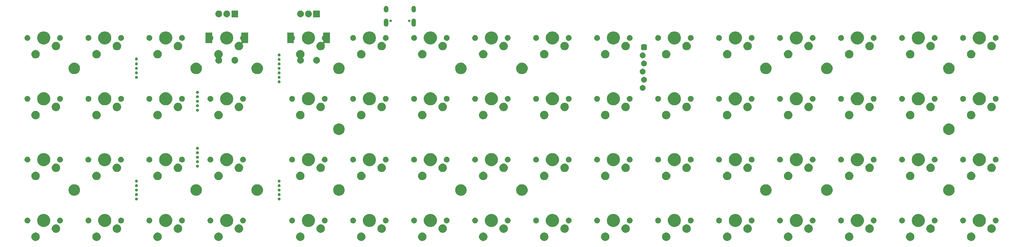
<source format=gts>
G04 #@! TF.GenerationSoftware,KiCad,Pcbnew,(5.1.2-1)-1*
G04 #@! TF.CreationDate,2020-06-30T21:23:12-05:00*
G04 #@! TF.ProjectId,therick48.16SP,74686572-6963-46b3-9438-2e313653502e,rev?*
G04 #@! TF.SameCoordinates,Original*
G04 #@! TF.FileFunction,Soldermask,Top*
G04 #@! TF.FilePolarity,Negative*
%FSLAX46Y46*%
G04 Gerber Fmt 4.6, Leading zero omitted, Abs format (unit mm)*
G04 Created by KiCad (PCBNEW (5.1.2-1)-1) date 2020-06-30 21:23:12*
%MOMM*%
%LPD*%
G04 APERTURE LIST*
%ADD10C,0.100000*%
G04 APERTURE END LIST*
D10*
G36*
X351497713Y-113224384D02*
G01*
X351625321Y-113249767D01*
X351766147Y-113308099D01*
X351865726Y-113349346D01*
X351865727Y-113349347D01*
X352082088Y-113493914D01*
X352266087Y-113677913D01*
X352362684Y-113822481D01*
X352410655Y-113894275D01*
X352451902Y-113993854D01*
X352510234Y-114134680D01*
X352510234Y-114134682D01*
X352560942Y-114389605D01*
X352560999Y-114389895D01*
X352560999Y-114650109D01*
X352510234Y-114905324D01*
X352451902Y-115046150D01*
X352410655Y-115145729D01*
X352410654Y-115145730D01*
X352266087Y-115362091D01*
X352082088Y-115546090D01*
X351937520Y-115642687D01*
X351865726Y-115690658D01*
X351766147Y-115731905D01*
X351625321Y-115790237D01*
X351497714Y-115815619D01*
X351370108Y-115841002D01*
X351109890Y-115841002D01*
X350982284Y-115815619D01*
X350854677Y-115790237D01*
X350713851Y-115731905D01*
X350614272Y-115690658D01*
X350542478Y-115642687D01*
X350397910Y-115546090D01*
X350213911Y-115362091D01*
X350069344Y-115145730D01*
X350069343Y-115145729D01*
X350028096Y-115046150D01*
X349969764Y-114905324D01*
X349918999Y-114650109D01*
X349918999Y-114389895D01*
X349919057Y-114389605D01*
X349969764Y-114134682D01*
X349969764Y-114134680D01*
X350028096Y-113993854D01*
X350069343Y-113894275D01*
X350117314Y-113822481D01*
X350213911Y-113677913D01*
X350397910Y-113493914D01*
X350614271Y-113349347D01*
X350614272Y-113349346D01*
X350713851Y-113308099D01*
X350854677Y-113249767D01*
X350982285Y-113224384D01*
X351109890Y-113199002D01*
X351370108Y-113199002D01*
X351497713Y-113224384D01*
X351497713Y-113224384D01*
G37*
G36*
X218497713Y-113224384D02*
G01*
X218625321Y-113249767D01*
X218766147Y-113308099D01*
X218865726Y-113349346D01*
X218865727Y-113349347D01*
X219082088Y-113493914D01*
X219266087Y-113677913D01*
X219362684Y-113822481D01*
X219410655Y-113894275D01*
X219451902Y-113993854D01*
X219510234Y-114134680D01*
X219510234Y-114134682D01*
X219560942Y-114389605D01*
X219560999Y-114389895D01*
X219560999Y-114650109D01*
X219510234Y-114905324D01*
X219451902Y-115046150D01*
X219410655Y-115145729D01*
X219410654Y-115145730D01*
X219266087Y-115362091D01*
X219082088Y-115546090D01*
X218937520Y-115642687D01*
X218865726Y-115690658D01*
X218766147Y-115731905D01*
X218625321Y-115790237D01*
X218497714Y-115815619D01*
X218370108Y-115841002D01*
X218109890Y-115841002D01*
X217982284Y-115815619D01*
X217854677Y-115790237D01*
X217713851Y-115731905D01*
X217614272Y-115690658D01*
X217542478Y-115642687D01*
X217397910Y-115546090D01*
X217213911Y-115362091D01*
X217069344Y-115145730D01*
X217069343Y-115145729D01*
X217028096Y-115046150D01*
X216969764Y-114905324D01*
X216918999Y-114650109D01*
X216918999Y-114389895D01*
X216919057Y-114389605D01*
X216969764Y-114134682D01*
X216969764Y-114134680D01*
X217028096Y-113993854D01*
X217069343Y-113894275D01*
X217117314Y-113822481D01*
X217213911Y-113677913D01*
X217397910Y-113493914D01*
X217614271Y-113349347D01*
X217614272Y-113349346D01*
X217713851Y-113308099D01*
X217854677Y-113249767D01*
X217982285Y-113224384D01*
X218109890Y-113199002D01*
X218370108Y-113199002D01*
X218497713Y-113224384D01*
X218497713Y-113224384D01*
G37*
G36*
X180497713Y-113224384D02*
G01*
X180625321Y-113249767D01*
X180766147Y-113308099D01*
X180865726Y-113349346D01*
X180865727Y-113349347D01*
X181082088Y-113493914D01*
X181266087Y-113677913D01*
X181362684Y-113822481D01*
X181410655Y-113894275D01*
X181451902Y-113993854D01*
X181510234Y-114134680D01*
X181510234Y-114134682D01*
X181560942Y-114389605D01*
X181560999Y-114389895D01*
X181560999Y-114650109D01*
X181510234Y-114905324D01*
X181451902Y-115046150D01*
X181410655Y-115145729D01*
X181410654Y-115145730D01*
X181266087Y-115362091D01*
X181082088Y-115546090D01*
X180937520Y-115642687D01*
X180865726Y-115690658D01*
X180766147Y-115731905D01*
X180625321Y-115790237D01*
X180497714Y-115815619D01*
X180370108Y-115841002D01*
X180109890Y-115841002D01*
X179982284Y-115815619D01*
X179854677Y-115790237D01*
X179713851Y-115731905D01*
X179614272Y-115690658D01*
X179542478Y-115642687D01*
X179397910Y-115546090D01*
X179213911Y-115362091D01*
X179069344Y-115145730D01*
X179069343Y-115145729D01*
X179028096Y-115046150D01*
X178969764Y-114905324D01*
X178918999Y-114650109D01*
X178918999Y-114389895D01*
X178919057Y-114389605D01*
X178969764Y-114134682D01*
X178969764Y-114134680D01*
X179028096Y-113993854D01*
X179069343Y-113894275D01*
X179117314Y-113822481D01*
X179213911Y-113677913D01*
X179397910Y-113493914D01*
X179614271Y-113349347D01*
X179614272Y-113349346D01*
X179713851Y-113308099D01*
X179854677Y-113249767D01*
X179982285Y-113224384D01*
X180109890Y-113199002D01*
X180370108Y-113199002D01*
X180497713Y-113224384D01*
X180497713Y-113224384D01*
G37*
G36*
X161497713Y-113224384D02*
G01*
X161625321Y-113249767D01*
X161766147Y-113308099D01*
X161865726Y-113349346D01*
X161865727Y-113349347D01*
X162082088Y-113493914D01*
X162266087Y-113677913D01*
X162362684Y-113822481D01*
X162410655Y-113894275D01*
X162451902Y-113993854D01*
X162510234Y-114134680D01*
X162510234Y-114134682D01*
X162560942Y-114389605D01*
X162560999Y-114389895D01*
X162560999Y-114650109D01*
X162510234Y-114905324D01*
X162451902Y-115046150D01*
X162410655Y-115145729D01*
X162410654Y-115145730D01*
X162266087Y-115362091D01*
X162082088Y-115546090D01*
X161937520Y-115642687D01*
X161865726Y-115690658D01*
X161766147Y-115731905D01*
X161625321Y-115790237D01*
X161497714Y-115815619D01*
X161370108Y-115841002D01*
X161109890Y-115841002D01*
X160982284Y-115815619D01*
X160854677Y-115790237D01*
X160713851Y-115731905D01*
X160614272Y-115690658D01*
X160542478Y-115642687D01*
X160397910Y-115546090D01*
X160213911Y-115362091D01*
X160069344Y-115145730D01*
X160069343Y-115145729D01*
X160028096Y-115046150D01*
X159969764Y-114905324D01*
X159918999Y-114650109D01*
X159918999Y-114389895D01*
X159919057Y-114389605D01*
X159969764Y-114134682D01*
X159969764Y-114134680D01*
X160028096Y-113993854D01*
X160069343Y-113894275D01*
X160117314Y-113822481D01*
X160213911Y-113677913D01*
X160397910Y-113493914D01*
X160614271Y-113349347D01*
X160614272Y-113349346D01*
X160713851Y-113308099D01*
X160854677Y-113249767D01*
X160982285Y-113224384D01*
X161109890Y-113199002D01*
X161370108Y-113199002D01*
X161497713Y-113224384D01*
X161497713Y-113224384D01*
G37*
G36*
X142497333Y-113224384D02*
G01*
X142624941Y-113249767D01*
X142765767Y-113308099D01*
X142865346Y-113349346D01*
X142865347Y-113349347D01*
X143081708Y-113493914D01*
X143265707Y-113677913D01*
X143362304Y-113822481D01*
X143410275Y-113894275D01*
X143451522Y-113993854D01*
X143509854Y-114134680D01*
X143509854Y-114134682D01*
X143560562Y-114389605D01*
X143560619Y-114389895D01*
X143560619Y-114650109D01*
X143509854Y-114905324D01*
X143451522Y-115046150D01*
X143410275Y-115145729D01*
X143410274Y-115145730D01*
X143265707Y-115362091D01*
X143081708Y-115546090D01*
X142937140Y-115642687D01*
X142865346Y-115690658D01*
X142765767Y-115731905D01*
X142624941Y-115790237D01*
X142497334Y-115815619D01*
X142369728Y-115841002D01*
X142109510Y-115841002D01*
X141981904Y-115815619D01*
X141854297Y-115790237D01*
X141713471Y-115731905D01*
X141613892Y-115690658D01*
X141542098Y-115642687D01*
X141397530Y-115546090D01*
X141213531Y-115362091D01*
X141068964Y-115145730D01*
X141068963Y-115145729D01*
X141027716Y-115046150D01*
X140969384Y-114905324D01*
X140918619Y-114650109D01*
X140918619Y-114389895D01*
X140918677Y-114389605D01*
X140969384Y-114134682D01*
X140969384Y-114134680D01*
X141027716Y-113993854D01*
X141068963Y-113894275D01*
X141116934Y-113822481D01*
X141213531Y-113677913D01*
X141397530Y-113493914D01*
X141613891Y-113349347D01*
X141613892Y-113349346D01*
X141713471Y-113308099D01*
X141854297Y-113249767D01*
X141981905Y-113224384D01*
X142109510Y-113199002D01*
X142369728Y-113199002D01*
X142497333Y-113224384D01*
X142497333Y-113224384D01*
G37*
G36*
X237497084Y-113224095D02*
G01*
X237624691Y-113249477D01*
X237765517Y-113307809D01*
X237865096Y-113349056D01*
X237936890Y-113397027D01*
X238081458Y-113493624D01*
X238265457Y-113677623D01*
X238265651Y-113677914D01*
X238410025Y-113893985D01*
X238410145Y-113894275D01*
X238509604Y-114134390D01*
X238509662Y-114134682D01*
X238560369Y-114389603D01*
X238560369Y-114649821D01*
X238560311Y-114650111D01*
X238509604Y-114905034D01*
X238451272Y-115045860D01*
X238410025Y-115145439D01*
X238362054Y-115217233D01*
X238265457Y-115361801D01*
X238081458Y-115545800D01*
X237936890Y-115642397D01*
X237865096Y-115690368D01*
X237765517Y-115731615D01*
X237624691Y-115789947D01*
X237497084Y-115815329D01*
X237369478Y-115840712D01*
X237109260Y-115840712D01*
X236981654Y-115815329D01*
X236854047Y-115789947D01*
X236713221Y-115731615D01*
X236613642Y-115690368D01*
X236541848Y-115642397D01*
X236397280Y-115545800D01*
X236213281Y-115361801D01*
X236116684Y-115217233D01*
X236068713Y-115145439D01*
X236027466Y-115045860D01*
X235969134Y-114905034D01*
X235918427Y-114650111D01*
X235918369Y-114649821D01*
X235918369Y-114389603D01*
X235969076Y-114134682D01*
X235969134Y-114134390D01*
X236068593Y-113894275D01*
X236068713Y-113893985D01*
X236213087Y-113677914D01*
X236213281Y-113677623D01*
X236397280Y-113493624D01*
X236541848Y-113397027D01*
X236613642Y-113349056D01*
X236713221Y-113307809D01*
X236854047Y-113249477D01*
X236981654Y-113224095D01*
X237109260Y-113198712D01*
X237369478Y-113198712D01*
X237497084Y-113224095D01*
X237497084Y-113224095D01*
G37*
G36*
X199497184Y-113224095D02*
G01*
X199624791Y-113249477D01*
X199765617Y-113307809D01*
X199865196Y-113349056D01*
X199936990Y-113397027D01*
X200081558Y-113493624D01*
X200265557Y-113677623D01*
X200265751Y-113677914D01*
X200410125Y-113893985D01*
X200410245Y-113894275D01*
X200509704Y-114134390D01*
X200509762Y-114134682D01*
X200560469Y-114389603D01*
X200560469Y-114649821D01*
X200560411Y-114650111D01*
X200509704Y-114905034D01*
X200451372Y-115045860D01*
X200410125Y-115145439D01*
X200362154Y-115217233D01*
X200265557Y-115361801D01*
X200081558Y-115545800D01*
X199936990Y-115642397D01*
X199865196Y-115690368D01*
X199765617Y-115731615D01*
X199624791Y-115789947D01*
X199497184Y-115815329D01*
X199369578Y-115840712D01*
X199109360Y-115840712D01*
X198981754Y-115815329D01*
X198854147Y-115789947D01*
X198713321Y-115731615D01*
X198613742Y-115690368D01*
X198541948Y-115642397D01*
X198397380Y-115545800D01*
X198213381Y-115361801D01*
X198116784Y-115217233D01*
X198068813Y-115145439D01*
X198027566Y-115045860D01*
X197969234Y-114905034D01*
X197918527Y-114650111D01*
X197918469Y-114649821D01*
X197918469Y-114389603D01*
X197969176Y-114134682D01*
X197969234Y-114134390D01*
X198068693Y-113894275D01*
X198068813Y-113893985D01*
X198213187Y-113677914D01*
X198213381Y-113677623D01*
X198397380Y-113493624D01*
X198541948Y-113397027D01*
X198613742Y-113349056D01*
X198713321Y-113307809D01*
X198854147Y-113249477D01*
X198981754Y-113224095D01*
X199109360Y-113198712D01*
X199369578Y-113198712D01*
X199497184Y-113224095D01*
X199497184Y-113224095D01*
G37*
G36*
X117037401Y-113224095D02*
G01*
X117165008Y-113249477D01*
X117305834Y-113307809D01*
X117405413Y-113349056D01*
X117477207Y-113397027D01*
X117621775Y-113493624D01*
X117805774Y-113677623D01*
X117805968Y-113677914D01*
X117950342Y-113893985D01*
X117950462Y-113894275D01*
X118049921Y-114134390D01*
X118049979Y-114134682D01*
X118100686Y-114389603D01*
X118100686Y-114649821D01*
X118100628Y-114650111D01*
X118049921Y-114905034D01*
X117991589Y-115045860D01*
X117950342Y-115145439D01*
X117902371Y-115217233D01*
X117805774Y-115361801D01*
X117621775Y-115545800D01*
X117477207Y-115642397D01*
X117405413Y-115690368D01*
X117305834Y-115731615D01*
X117165008Y-115789947D01*
X117037401Y-115815329D01*
X116909795Y-115840712D01*
X116649577Y-115840712D01*
X116521971Y-115815329D01*
X116394364Y-115789947D01*
X116253538Y-115731615D01*
X116153959Y-115690368D01*
X116082165Y-115642397D01*
X115937597Y-115545800D01*
X115753598Y-115361801D01*
X115657001Y-115217233D01*
X115609030Y-115145439D01*
X115567783Y-115045860D01*
X115509451Y-114905034D01*
X115458744Y-114650111D01*
X115458686Y-114649821D01*
X115458686Y-114389603D01*
X115509393Y-114134682D01*
X115509451Y-114134390D01*
X115608910Y-113894275D01*
X115609030Y-113893985D01*
X115753404Y-113677914D01*
X115753598Y-113677623D01*
X115937597Y-113493624D01*
X116082165Y-113397027D01*
X116153959Y-113349056D01*
X116253538Y-113307809D01*
X116394364Y-113249477D01*
X116521971Y-113224095D01*
X116649577Y-113198712D01*
X116909795Y-113198712D01*
X117037401Y-113224095D01*
X117037401Y-113224095D01*
G37*
G36*
X98037451Y-113224095D02*
G01*
X98165058Y-113249477D01*
X98305884Y-113307809D01*
X98405463Y-113349056D01*
X98477257Y-113397027D01*
X98621825Y-113493624D01*
X98805824Y-113677623D01*
X98806018Y-113677914D01*
X98950392Y-113893985D01*
X98950512Y-113894275D01*
X99049971Y-114134390D01*
X99050029Y-114134682D01*
X99100736Y-114389603D01*
X99100736Y-114649821D01*
X99100678Y-114650111D01*
X99049971Y-114905034D01*
X98991639Y-115045860D01*
X98950392Y-115145439D01*
X98902421Y-115217233D01*
X98805824Y-115361801D01*
X98621825Y-115545800D01*
X98477257Y-115642397D01*
X98405463Y-115690368D01*
X98305884Y-115731615D01*
X98165058Y-115789947D01*
X98037451Y-115815329D01*
X97909845Y-115840712D01*
X97649627Y-115840712D01*
X97522021Y-115815329D01*
X97394414Y-115789947D01*
X97253588Y-115731615D01*
X97154009Y-115690368D01*
X97082215Y-115642397D01*
X96937647Y-115545800D01*
X96753648Y-115361801D01*
X96657051Y-115217233D01*
X96609080Y-115145439D01*
X96567833Y-115045860D01*
X96509501Y-114905034D01*
X96458794Y-114650111D01*
X96458736Y-114649821D01*
X96458736Y-114389603D01*
X96509443Y-114134682D01*
X96509501Y-114134390D01*
X96608960Y-113894275D01*
X96609080Y-113893985D01*
X96753454Y-113677914D01*
X96753648Y-113677623D01*
X96937647Y-113493624D01*
X97082215Y-113397027D01*
X97154009Y-113349056D01*
X97253588Y-113307809D01*
X97394414Y-113249477D01*
X97522021Y-113224095D01*
X97649627Y-113198712D01*
X97909845Y-113198712D01*
X98037451Y-113224095D01*
X98037451Y-113224095D01*
G37*
G36*
X79037501Y-113224095D02*
G01*
X79165108Y-113249477D01*
X79305934Y-113307809D01*
X79405513Y-113349056D01*
X79477307Y-113397027D01*
X79621875Y-113493624D01*
X79805874Y-113677623D01*
X79806068Y-113677914D01*
X79950442Y-113893985D01*
X79950562Y-113894275D01*
X80050021Y-114134390D01*
X80050079Y-114134682D01*
X80100786Y-114389603D01*
X80100786Y-114649821D01*
X80100728Y-114650111D01*
X80050021Y-114905034D01*
X79991689Y-115045860D01*
X79950442Y-115145439D01*
X79902471Y-115217233D01*
X79805874Y-115361801D01*
X79621875Y-115545800D01*
X79477307Y-115642397D01*
X79405513Y-115690368D01*
X79305934Y-115731615D01*
X79165108Y-115789947D01*
X79037501Y-115815329D01*
X78909895Y-115840712D01*
X78649677Y-115840712D01*
X78522071Y-115815329D01*
X78394464Y-115789947D01*
X78253638Y-115731615D01*
X78154059Y-115690368D01*
X78082265Y-115642397D01*
X77937697Y-115545800D01*
X77753698Y-115361801D01*
X77657101Y-115217233D01*
X77609130Y-115145439D01*
X77567883Y-115045860D01*
X77509551Y-114905034D01*
X77458844Y-114650111D01*
X77458786Y-114649821D01*
X77458786Y-114389603D01*
X77509493Y-114134682D01*
X77509551Y-114134390D01*
X77609010Y-113894275D01*
X77609130Y-113893985D01*
X77753504Y-113677914D01*
X77753698Y-113677623D01*
X77937697Y-113493624D01*
X78082265Y-113397027D01*
X78154059Y-113349056D01*
X78253638Y-113307809D01*
X78394464Y-113249477D01*
X78522071Y-113224095D01*
X78649677Y-113198712D01*
X78909895Y-113198712D01*
X79037501Y-113224095D01*
X79037501Y-113224095D01*
G37*
G36*
X60037551Y-113224095D02*
G01*
X60165158Y-113249477D01*
X60305984Y-113307809D01*
X60405563Y-113349056D01*
X60477357Y-113397027D01*
X60621925Y-113493624D01*
X60805924Y-113677623D01*
X60806118Y-113677914D01*
X60950492Y-113893985D01*
X60950612Y-113894275D01*
X61050071Y-114134390D01*
X61050129Y-114134682D01*
X61100836Y-114389603D01*
X61100836Y-114649821D01*
X61100778Y-114650111D01*
X61050071Y-114905034D01*
X60991739Y-115045860D01*
X60950492Y-115145439D01*
X60902521Y-115217233D01*
X60805924Y-115361801D01*
X60621925Y-115545800D01*
X60477357Y-115642397D01*
X60405563Y-115690368D01*
X60305984Y-115731615D01*
X60165158Y-115789947D01*
X60037551Y-115815329D01*
X59909945Y-115840712D01*
X59649727Y-115840712D01*
X59522121Y-115815329D01*
X59394514Y-115789947D01*
X59253688Y-115731615D01*
X59154109Y-115690368D01*
X59082315Y-115642397D01*
X58937747Y-115545800D01*
X58753748Y-115361801D01*
X58657151Y-115217233D01*
X58609180Y-115145439D01*
X58567933Y-115045860D01*
X58509601Y-114905034D01*
X58458894Y-114650111D01*
X58458836Y-114649821D01*
X58458836Y-114389603D01*
X58509543Y-114134682D01*
X58509601Y-114134390D01*
X58609060Y-113894275D01*
X58609180Y-113893985D01*
X58753554Y-113677914D01*
X58753748Y-113677623D01*
X58937747Y-113493624D01*
X59082315Y-113397027D01*
X59154109Y-113349056D01*
X59253688Y-113307809D01*
X59394514Y-113249477D01*
X59522121Y-113224095D01*
X59649727Y-113198712D01*
X59909945Y-113198712D01*
X60037551Y-113224095D01*
X60037551Y-113224095D01*
G37*
G36*
X332496834Y-113224095D02*
G01*
X332624441Y-113249477D01*
X332765267Y-113307809D01*
X332864846Y-113349056D01*
X332936640Y-113397027D01*
X333081208Y-113493624D01*
X333265207Y-113677623D01*
X333265401Y-113677914D01*
X333409775Y-113893985D01*
X333409895Y-113894275D01*
X333509354Y-114134390D01*
X333509412Y-114134682D01*
X333560119Y-114389603D01*
X333560119Y-114649821D01*
X333560061Y-114650111D01*
X333509354Y-114905034D01*
X333451022Y-115045860D01*
X333409775Y-115145439D01*
X333361804Y-115217233D01*
X333265207Y-115361801D01*
X333081208Y-115545800D01*
X332936640Y-115642397D01*
X332864846Y-115690368D01*
X332765267Y-115731615D01*
X332624441Y-115789947D01*
X332496834Y-115815329D01*
X332369228Y-115840712D01*
X332109010Y-115840712D01*
X331981404Y-115815329D01*
X331853797Y-115789947D01*
X331712971Y-115731615D01*
X331613392Y-115690368D01*
X331541598Y-115642397D01*
X331397030Y-115545800D01*
X331213031Y-115361801D01*
X331116434Y-115217233D01*
X331068463Y-115145439D01*
X331027216Y-115045860D01*
X330968884Y-114905034D01*
X330918177Y-114650111D01*
X330918119Y-114649821D01*
X330918119Y-114389603D01*
X330968826Y-114134682D01*
X330968884Y-114134390D01*
X331068343Y-113894275D01*
X331068463Y-113893985D01*
X331212837Y-113677914D01*
X331213031Y-113677623D01*
X331397030Y-113493624D01*
X331541598Y-113397027D01*
X331613392Y-113349056D01*
X331712971Y-113307809D01*
X331853797Y-113249477D01*
X331981404Y-113224095D01*
X332109010Y-113198712D01*
X332369228Y-113198712D01*
X332496834Y-113224095D01*
X332496834Y-113224095D01*
G37*
G36*
X313496884Y-113224095D02*
G01*
X313624491Y-113249477D01*
X313765317Y-113307809D01*
X313864896Y-113349056D01*
X313936690Y-113397027D01*
X314081258Y-113493624D01*
X314265257Y-113677623D01*
X314265451Y-113677914D01*
X314409825Y-113893985D01*
X314409945Y-113894275D01*
X314509404Y-114134390D01*
X314509462Y-114134682D01*
X314560169Y-114389603D01*
X314560169Y-114649821D01*
X314560111Y-114650111D01*
X314509404Y-114905034D01*
X314451072Y-115045860D01*
X314409825Y-115145439D01*
X314361854Y-115217233D01*
X314265257Y-115361801D01*
X314081258Y-115545800D01*
X313936690Y-115642397D01*
X313864896Y-115690368D01*
X313765317Y-115731615D01*
X313624491Y-115789947D01*
X313496884Y-115815329D01*
X313369278Y-115840712D01*
X313109060Y-115840712D01*
X312981454Y-115815329D01*
X312853847Y-115789947D01*
X312713021Y-115731615D01*
X312613442Y-115690368D01*
X312541648Y-115642397D01*
X312397080Y-115545800D01*
X312213081Y-115361801D01*
X312116484Y-115217233D01*
X312068513Y-115145439D01*
X312027266Y-115045860D01*
X311968934Y-114905034D01*
X311918227Y-114650111D01*
X311918169Y-114649821D01*
X311918169Y-114389603D01*
X311968876Y-114134682D01*
X311968934Y-114134390D01*
X312068393Y-113894275D01*
X312068513Y-113893985D01*
X312212887Y-113677914D01*
X312213081Y-113677623D01*
X312397080Y-113493624D01*
X312541648Y-113397027D01*
X312613442Y-113349056D01*
X312713021Y-113307809D01*
X312853847Y-113249477D01*
X312981454Y-113224095D01*
X313109060Y-113198712D01*
X313369278Y-113198712D01*
X313496884Y-113224095D01*
X313496884Y-113224095D01*
G37*
G36*
X294496934Y-113224095D02*
G01*
X294624541Y-113249477D01*
X294765367Y-113307809D01*
X294864946Y-113349056D01*
X294936740Y-113397027D01*
X295081308Y-113493624D01*
X295265307Y-113677623D01*
X295265501Y-113677914D01*
X295409875Y-113893985D01*
X295409995Y-113894275D01*
X295509454Y-114134390D01*
X295509512Y-114134682D01*
X295560219Y-114389603D01*
X295560219Y-114649821D01*
X295560161Y-114650111D01*
X295509454Y-114905034D01*
X295451122Y-115045860D01*
X295409875Y-115145439D01*
X295361904Y-115217233D01*
X295265307Y-115361801D01*
X295081308Y-115545800D01*
X294936740Y-115642397D01*
X294864946Y-115690368D01*
X294765367Y-115731615D01*
X294624541Y-115789947D01*
X294496934Y-115815329D01*
X294369328Y-115840712D01*
X294109110Y-115840712D01*
X293981504Y-115815329D01*
X293853897Y-115789947D01*
X293713071Y-115731615D01*
X293613492Y-115690368D01*
X293541698Y-115642397D01*
X293397130Y-115545800D01*
X293213131Y-115361801D01*
X293116534Y-115217233D01*
X293068563Y-115145439D01*
X293027316Y-115045860D01*
X292968984Y-114905034D01*
X292918277Y-114650111D01*
X292918219Y-114649821D01*
X292918219Y-114389603D01*
X292968926Y-114134682D01*
X292968984Y-114134390D01*
X293068443Y-113894275D01*
X293068563Y-113893985D01*
X293212937Y-113677914D01*
X293213131Y-113677623D01*
X293397130Y-113493624D01*
X293541698Y-113397027D01*
X293613492Y-113349056D01*
X293713071Y-113307809D01*
X293853897Y-113249477D01*
X293981504Y-113224095D01*
X294109110Y-113198712D01*
X294369328Y-113198712D01*
X294496934Y-113224095D01*
X294496934Y-113224095D01*
G37*
G36*
X275496984Y-113224095D02*
G01*
X275624591Y-113249477D01*
X275765417Y-113307809D01*
X275864996Y-113349056D01*
X275936790Y-113397027D01*
X276081358Y-113493624D01*
X276265357Y-113677623D01*
X276265551Y-113677914D01*
X276409925Y-113893985D01*
X276410045Y-113894275D01*
X276509504Y-114134390D01*
X276509562Y-114134682D01*
X276560269Y-114389603D01*
X276560269Y-114649821D01*
X276560211Y-114650111D01*
X276509504Y-114905034D01*
X276451172Y-115045860D01*
X276409925Y-115145439D01*
X276361954Y-115217233D01*
X276265357Y-115361801D01*
X276081358Y-115545800D01*
X275936790Y-115642397D01*
X275864996Y-115690368D01*
X275765417Y-115731615D01*
X275624591Y-115789947D01*
X275496984Y-115815329D01*
X275369378Y-115840712D01*
X275109160Y-115840712D01*
X274981554Y-115815329D01*
X274853947Y-115789947D01*
X274713121Y-115731615D01*
X274613542Y-115690368D01*
X274541748Y-115642397D01*
X274397180Y-115545800D01*
X274213181Y-115361801D01*
X274116584Y-115217233D01*
X274068613Y-115145439D01*
X274027366Y-115045860D01*
X273969034Y-114905034D01*
X273918327Y-114650111D01*
X273918269Y-114649821D01*
X273918269Y-114389603D01*
X273968976Y-114134682D01*
X273969034Y-114134390D01*
X274068493Y-113894275D01*
X274068613Y-113893985D01*
X274212987Y-113677914D01*
X274213181Y-113677623D01*
X274397180Y-113493624D01*
X274541748Y-113397027D01*
X274613542Y-113349056D01*
X274713121Y-113307809D01*
X274853947Y-113249477D01*
X274981554Y-113224095D01*
X275109160Y-113198712D01*
X275369378Y-113198712D01*
X275496984Y-113224095D01*
X275496984Y-113224095D01*
G37*
G36*
X256497034Y-113224095D02*
G01*
X256624641Y-113249477D01*
X256765467Y-113307809D01*
X256865046Y-113349056D01*
X256936840Y-113397027D01*
X257081408Y-113493624D01*
X257265407Y-113677623D01*
X257265601Y-113677914D01*
X257409975Y-113893985D01*
X257410095Y-113894275D01*
X257509554Y-114134390D01*
X257509612Y-114134682D01*
X257560319Y-114389603D01*
X257560319Y-114649821D01*
X257560261Y-114650111D01*
X257509554Y-114905034D01*
X257451222Y-115045860D01*
X257409975Y-115145439D01*
X257362004Y-115217233D01*
X257265407Y-115361801D01*
X257081408Y-115545800D01*
X256936840Y-115642397D01*
X256865046Y-115690368D01*
X256765467Y-115731615D01*
X256624641Y-115789947D01*
X256497034Y-115815329D01*
X256369428Y-115840712D01*
X256109210Y-115840712D01*
X255981604Y-115815329D01*
X255853997Y-115789947D01*
X255713171Y-115731615D01*
X255613592Y-115690368D01*
X255541798Y-115642397D01*
X255397230Y-115545800D01*
X255213231Y-115361801D01*
X255116634Y-115217233D01*
X255068663Y-115145439D01*
X255027416Y-115045860D01*
X254969084Y-114905034D01*
X254918377Y-114650111D01*
X254918319Y-114649821D01*
X254918319Y-114389603D01*
X254969026Y-114134682D01*
X254969084Y-114134390D01*
X255068543Y-113894275D01*
X255068663Y-113893985D01*
X255213037Y-113677914D01*
X255213231Y-113677623D01*
X255397230Y-113493624D01*
X255541798Y-113397027D01*
X255613592Y-113349056D01*
X255713171Y-113307809D01*
X255853997Y-113249477D01*
X255981604Y-113224095D01*
X256109210Y-113198712D01*
X256369428Y-113198712D01*
X256497034Y-113224095D01*
X256497034Y-113224095D01*
G37*
G36*
X357847714Y-110684385D02*
G01*
X357975321Y-110709767D01*
X358116147Y-110768099D01*
X358215726Y-110809346D01*
X358215727Y-110809347D01*
X358432088Y-110953914D01*
X358616087Y-111137913D01*
X358692236Y-111251879D01*
X358760655Y-111354275D01*
X358801902Y-111453854D01*
X358860234Y-111594680D01*
X358860234Y-111594682D01*
X358910942Y-111849605D01*
X358910999Y-111849895D01*
X358910999Y-112110109D01*
X358860234Y-112365324D01*
X358801902Y-112506150D01*
X358760655Y-112605729D01*
X358760654Y-112605730D01*
X358616087Y-112822091D01*
X358432088Y-113006090D01*
X358287520Y-113102687D01*
X358215726Y-113150658D01*
X358116147Y-113191905D01*
X357975321Y-113250237D01*
X357847713Y-113275620D01*
X357720108Y-113301002D01*
X357459890Y-113301002D01*
X357332285Y-113275620D01*
X357204677Y-113250237D01*
X357063851Y-113191905D01*
X356964272Y-113150658D01*
X356892478Y-113102687D01*
X356747910Y-113006090D01*
X356563911Y-112822091D01*
X356419344Y-112605730D01*
X356419343Y-112605729D01*
X356378096Y-112506150D01*
X356319764Y-112365324D01*
X356268999Y-112110109D01*
X356268999Y-111849895D01*
X356269057Y-111849605D01*
X356319764Y-111594682D01*
X356319764Y-111594680D01*
X356378096Y-111453854D01*
X356419343Y-111354275D01*
X356487762Y-111251879D01*
X356563911Y-111137913D01*
X356747910Y-110953914D01*
X356964271Y-110809347D01*
X356964272Y-110809346D01*
X357063851Y-110768099D01*
X357204677Y-110709767D01*
X357332284Y-110684385D01*
X357459890Y-110659002D01*
X357720108Y-110659002D01*
X357847714Y-110684385D01*
X357847714Y-110684385D01*
G37*
G36*
X224847714Y-110684385D02*
G01*
X224975321Y-110709767D01*
X225116147Y-110768099D01*
X225215726Y-110809346D01*
X225215727Y-110809347D01*
X225432088Y-110953914D01*
X225616087Y-111137913D01*
X225692236Y-111251879D01*
X225760655Y-111354275D01*
X225801902Y-111453854D01*
X225860234Y-111594680D01*
X225860234Y-111594682D01*
X225910942Y-111849605D01*
X225910999Y-111849895D01*
X225910999Y-112110109D01*
X225860234Y-112365324D01*
X225801902Y-112506150D01*
X225760655Y-112605729D01*
X225760654Y-112605730D01*
X225616087Y-112822091D01*
X225432088Y-113006090D01*
X225287520Y-113102687D01*
X225215726Y-113150658D01*
X225116147Y-113191905D01*
X224975321Y-113250237D01*
X224847713Y-113275620D01*
X224720108Y-113301002D01*
X224459890Y-113301002D01*
X224332285Y-113275620D01*
X224204677Y-113250237D01*
X224063851Y-113191905D01*
X223964272Y-113150658D01*
X223892478Y-113102687D01*
X223747910Y-113006090D01*
X223563911Y-112822091D01*
X223419344Y-112605730D01*
X223419343Y-112605729D01*
X223378096Y-112506150D01*
X223319764Y-112365324D01*
X223268999Y-112110109D01*
X223268999Y-111849895D01*
X223269057Y-111849605D01*
X223319764Y-111594682D01*
X223319764Y-111594680D01*
X223378096Y-111453854D01*
X223419343Y-111354275D01*
X223487762Y-111251879D01*
X223563911Y-111137913D01*
X223747910Y-110953914D01*
X223964271Y-110809347D01*
X223964272Y-110809346D01*
X224063851Y-110768099D01*
X224204677Y-110709767D01*
X224332284Y-110684385D01*
X224459890Y-110659002D01*
X224720108Y-110659002D01*
X224847714Y-110684385D01*
X224847714Y-110684385D01*
G37*
G36*
X186847714Y-110684385D02*
G01*
X186975321Y-110709767D01*
X187116147Y-110768099D01*
X187215726Y-110809346D01*
X187215727Y-110809347D01*
X187432088Y-110953914D01*
X187616087Y-111137913D01*
X187692236Y-111251879D01*
X187760655Y-111354275D01*
X187801902Y-111453854D01*
X187860234Y-111594680D01*
X187860234Y-111594682D01*
X187910942Y-111849605D01*
X187910999Y-111849895D01*
X187910999Y-112110109D01*
X187860234Y-112365324D01*
X187801902Y-112506150D01*
X187760655Y-112605729D01*
X187760654Y-112605730D01*
X187616087Y-112822091D01*
X187432088Y-113006090D01*
X187287520Y-113102687D01*
X187215726Y-113150658D01*
X187116147Y-113191905D01*
X186975321Y-113250237D01*
X186847713Y-113275620D01*
X186720108Y-113301002D01*
X186459890Y-113301002D01*
X186332285Y-113275620D01*
X186204677Y-113250237D01*
X186063851Y-113191905D01*
X185964272Y-113150658D01*
X185892478Y-113102687D01*
X185747910Y-113006090D01*
X185563911Y-112822091D01*
X185419344Y-112605730D01*
X185419343Y-112605729D01*
X185378096Y-112506150D01*
X185319764Y-112365324D01*
X185268999Y-112110109D01*
X185268999Y-111849895D01*
X185269057Y-111849605D01*
X185319764Y-111594682D01*
X185319764Y-111594680D01*
X185378096Y-111453854D01*
X185419343Y-111354275D01*
X185487762Y-111251879D01*
X185563911Y-111137913D01*
X185747910Y-110953914D01*
X185964271Y-110809347D01*
X185964272Y-110809346D01*
X186063851Y-110768099D01*
X186204677Y-110709767D01*
X186332284Y-110684385D01*
X186459890Y-110659002D01*
X186720108Y-110659002D01*
X186847714Y-110684385D01*
X186847714Y-110684385D01*
G37*
G36*
X148847334Y-110684385D02*
G01*
X148974941Y-110709767D01*
X149115767Y-110768099D01*
X149215346Y-110809346D01*
X149215347Y-110809347D01*
X149431708Y-110953914D01*
X149615707Y-111137913D01*
X149691856Y-111251879D01*
X149760275Y-111354275D01*
X149801522Y-111453854D01*
X149859854Y-111594680D01*
X149859854Y-111594682D01*
X149910562Y-111849605D01*
X149910619Y-111849895D01*
X149910619Y-112110109D01*
X149859854Y-112365324D01*
X149801522Y-112506150D01*
X149760275Y-112605729D01*
X149760274Y-112605730D01*
X149615707Y-112822091D01*
X149431708Y-113006090D01*
X149287140Y-113102687D01*
X149215346Y-113150658D01*
X149115767Y-113191905D01*
X148974941Y-113250237D01*
X148847333Y-113275620D01*
X148719728Y-113301002D01*
X148459510Y-113301002D01*
X148331905Y-113275620D01*
X148204297Y-113250237D01*
X148063471Y-113191905D01*
X147963892Y-113150658D01*
X147892098Y-113102687D01*
X147747530Y-113006090D01*
X147563531Y-112822091D01*
X147418964Y-112605730D01*
X147418963Y-112605729D01*
X147377716Y-112506150D01*
X147319384Y-112365324D01*
X147268619Y-112110109D01*
X147268619Y-111849895D01*
X147268677Y-111849605D01*
X147319384Y-111594682D01*
X147319384Y-111594680D01*
X147377716Y-111453854D01*
X147418963Y-111354275D01*
X147487382Y-111251879D01*
X147563531Y-111137913D01*
X147747530Y-110953914D01*
X147963891Y-110809347D01*
X147963892Y-110809346D01*
X148063471Y-110768099D01*
X148204297Y-110709767D01*
X148331904Y-110684385D01*
X148459510Y-110659002D01*
X148719728Y-110659002D01*
X148847334Y-110684385D01*
X148847334Y-110684385D01*
G37*
G36*
X167847714Y-110684385D02*
G01*
X167975321Y-110709767D01*
X168116147Y-110768099D01*
X168215726Y-110809346D01*
X168215727Y-110809347D01*
X168432088Y-110953914D01*
X168616087Y-111137913D01*
X168692236Y-111251879D01*
X168760655Y-111354275D01*
X168801902Y-111453854D01*
X168860234Y-111594680D01*
X168860234Y-111594682D01*
X168910942Y-111849605D01*
X168910999Y-111849895D01*
X168910999Y-112110109D01*
X168860234Y-112365324D01*
X168801902Y-112506150D01*
X168760655Y-112605729D01*
X168760654Y-112605730D01*
X168616087Y-112822091D01*
X168432088Y-113006090D01*
X168287520Y-113102687D01*
X168215726Y-113150658D01*
X168116147Y-113191905D01*
X167975321Y-113250237D01*
X167847713Y-113275620D01*
X167720108Y-113301002D01*
X167459890Y-113301002D01*
X167332285Y-113275620D01*
X167204677Y-113250237D01*
X167063851Y-113191905D01*
X166964272Y-113150658D01*
X166892478Y-113102687D01*
X166747910Y-113006090D01*
X166563911Y-112822091D01*
X166419344Y-112605730D01*
X166419343Y-112605729D01*
X166378096Y-112506150D01*
X166319764Y-112365324D01*
X166268999Y-112110109D01*
X166268999Y-111849895D01*
X166269057Y-111849605D01*
X166319764Y-111594682D01*
X166319764Y-111594680D01*
X166378096Y-111453854D01*
X166419343Y-111354275D01*
X166487762Y-111251879D01*
X166563911Y-111137913D01*
X166747910Y-110953914D01*
X166964271Y-110809347D01*
X166964272Y-110809346D01*
X167063851Y-110768099D01*
X167204677Y-110709767D01*
X167332284Y-110684385D01*
X167459890Y-110659002D01*
X167720108Y-110659002D01*
X167847714Y-110684385D01*
X167847714Y-110684385D01*
G37*
G36*
X262847034Y-110684095D02*
G01*
X262974641Y-110709477D01*
X263115467Y-110767809D01*
X263215046Y-110809056D01*
X263286840Y-110857027D01*
X263431408Y-110953624D01*
X263615407Y-111137623D01*
X263615601Y-111137914D01*
X263759975Y-111353985D01*
X263781651Y-111406317D01*
X263859554Y-111594390D01*
X263859612Y-111594682D01*
X263910319Y-111849603D01*
X263910319Y-112109821D01*
X263910261Y-112110111D01*
X263859554Y-112365034D01*
X263801222Y-112505860D01*
X263759975Y-112605439D01*
X263712004Y-112677233D01*
X263615407Y-112821801D01*
X263431408Y-113005800D01*
X263286840Y-113102397D01*
X263215046Y-113150368D01*
X263115467Y-113191615D01*
X262974641Y-113249947D01*
X262847034Y-113275329D01*
X262719428Y-113300712D01*
X262459210Y-113300712D01*
X262331604Y-113275329D01*
X262203997Y-113249947D01*
X262063171Y-113191615D01*
X261963592Y-113150368D01*
X261891798Y-113102397D01*
X261747230Y-113005800D01*
X261563231Y-112821801D01*
X261466634Y-112677233D01*
X261418663Y-112605439D01*
X261377416Y-112505860D01*
X261319084Y-112365034D01*
X261268377Y-112110111D01*
X261268319Y-112109821D01*
X261268319Y-111849603D01*
X261319026Y-111594682D01*
X261319084Y-111594390D01*
X261396987Y-111406317D01*
X261418663Y-111353985D01*
X261563037Y-111137914D01*
X261563231Y-111137623D01*
X261747230Y-110953624D01*
X261891798Y-110857027D01*
X261963592Y-110809056D01*
X262063171Y-110767809D01*
X262203997Y-110709477D01*
X262331604Y-110684095D01*
X262459210Y-110658712D01*
X262719428Y-110658712D01*
X262847034Y-110684095D01*
X262847034Y-110684095D01*
G37*
G36*
X281846984Y-110684095D02*
G01*
X281974591Y-110709477D01*
X282115417Y-110767809D01*
X282214996Y-110809056D01*
X282286790Y-110857027D01*
X282431358Y-110953624D01*
X282615357Y-111137623D01*
X282615551Y-111137914D01*
X282759925Y-111353985D01*
X282781601Y-111406317D01*
X282859504Y-111594390D01*
X282859562Y-111594682D01*
X282910269Y-111849603D01*
X282910269Y-112109821D01*
X282910211Y-112110111D01*
X282859504Y-112365034D01*
X282801172Y-112505860D01*
X282759925Y-112605439D01*
X282711954Y-112677233D01*
X282615357Y-112821801D01*
X282431358Y-113005800D01*
X282286790Y-113102397D01*
X282214996Y-113150368D01*
X282115417Y-113191615D01*
X281974591Y-113249947D01*
X281846984Y-113275329D01*
X281719378Y-113300712D01*
X281459160Y-113300712D01*
X281331554Y-113275329D01*
X281203947Y-113249947D01*
X281063121Y-113191615D01*
X280963542Y-113150368D01*
X280891748Y-113102397D01*
X280747180Y-113005800D01*
X280563181Y-112821801D01*
X280466584Y-112677233D01*
X280418613Y-112605439D01*
X280377366Y-112505860D01*
X280319034Y-112365034D01*
X280268327Y-112110111D01*
X280268269Y-112109821D01*
X280268269Y-111849603D01*
X280318976Y-111594682D01*
X280319034Y-111594390D01*
X280396937Y-111406317D01*
X280418613Y-111353985D01*
X280562987Y-111137914D01*
X280563181Y-111137623D01*
X280747180Y-110953624D01*
X280891748Y-110857027D01*
X280963542Y-110809056D01*
X281063121Y-110767809D01*
X281203947Y-110709477D01*
X281331554Y-110684095D01*
X281459160Y-110658712D01*
X281719378Y-110658712D01*
X281846984Y-110684095D01*
X281846984Y-110684095D01*
G37*
G36*
X243847084Y-110684095D02*
G01*
X243974691Y-110709477D01*
X244115517Y-110767809D01*
X244215096Y-110809056D01*
X244286890Y-110857027D01*
X244431458Y-110953624D01*
X244615457Y-111137623D01*
X244615651Y-111137914D01*
X244760025Y-111353985D01*
X244781701Y-111406317D01*
X244859604Y-111594390D01*
X244859662Y-111594682D01*
X244910369Y-111849603D01*
X244910369Y-112109821D01*
X244910311Y-112110111D01*
X244859604Y-112365034D01*
X244801272Y-112505860D01*
X244760025Y-112605439D01*
X244712054Y-112677233D01*
X244615457Y-112821801D01*
X244431458Y-113005800D01*
X244286890Y-113102397D01*
X244215096Y-113150368D01*
X244115517Y-113191615D01*
X243974691Y-113249947D01*
X243847084Y-113275329D01*
X243719478Y-113300712D01*
X243459260Y-113300712D01*
X243331654Y-113275329D01*
X243204047Y-113249947D01*
X243063221Y-113191615D01*
X242963642Y-113150368D01*
X242891848Y-113102397D01*
X242747280Y-113005800D01*
X242563281Y-112821801D01*
X242466684Y-112677233D01*
X242418713Y-112605439D01*
X242377466Y-112505860D01*
X242319134Y-112365034D01*
X242268427Y-112110111D01*
X242268369Y-112109821D01*
X242268369Y-111849603D01*
X242319076Y-111594682D01*
X242319134Y-111594390D01*
X242397037Y-111406317D01*
X242418713Y-111353985D01*
X242563087Y-111137914D01*
X242563281Y-111137623D01*
X242747280Y-110953624D01*
X242891848Y-110857027D01*
X242963642Y-110809056D01*
X243063221Y-110767809D01*
X243204047Y-110709477D01*
X243331654Y-110684095D01*
X243459260Y-110658712D01*
X243719478Y-110658712D01*
X243847084Y-110684095D01*
X243847084Y-110684095D01*
G37*
G36*
X300846934Y-110684095D02*
G01*
X300974541Y-110709477D01*
X301115367Y-110767809D01*
X301214946Y-110809056D01*
X301286740Y-110857027D01*
X301431308Y-110953624D01*
X301615307Y-111137623D01*
X301615501Y-111137914D01*
X301759875Y-111353985D01*
X301781551Y-111406317D01*
X301859454Y-111594390D01*
X301859512Y-111594682D01*
X301910219Y-111849603D01*
X301910219Y-112109821D01*
X301910161Y-112110111D01*
X301859454Y-112365034D01*
X301801122Y-112505860D01*
X301759875Y-112605439D01*
X301711904Y-112677233D01*
X301615307Y-112821801D01*
X301431308Y-113005800D01*
X301286740Y-113102397D01*
X301214946Y-113150368D01*
X301115367Y-113191615D01*
X300974541Y-113249947D01*
X300846934Y-113275329D01*
X300719328Y-113300712D01*
X300459110Y-113300712D01*
X300331504Y-113275329D01*
X300203897Y-113249947D01*
X300063071Y-113191615D01*
X299963492Y-113150368D01*
X299891698Y-113102397D01*
X299747130Y-113005800D01*
X299563131Y-112821801D01*
X299466534Y-112677233D01*
X299418563Y-112605439D01*
X299377316Y-112505860D01*
X299318984Y-112365034D01*
X299268277Y-112110111D01*
X299268219Y-112109821D01*
X299268219Y-111849603D01*
X299318926Y-111594682D01*
X299318984Y-111594390D01*
X299396887Y-111406317D01*
X299418563Y-111353985D01*
X299562937Y-111137914D01*
X299563131Y-111137623D01*
X299747130Y-110953624D01*
X299891698Y-110857027D01*
X299963492Y-110809056D01*
X300063071Y-110767809D01*
X300203897Y-110709477D01*
X300331504Y-110684095D01*
X300459110Y-110658712D01*
X300719328Y-110658712D01*
X300846934Y-110684095D01*
X300846934Y-110684095D01*
G37*
G36*
X319846884Y-110684095D02*
G01*
X319974491Y-110709477D01*
X320115317Y-110767809D01*
X320214896Y-110809056D01*
X320286690Y-110857027D01*
X320431258Y-110953624D01*
X320615257Y-111137623D01*
X320615451Y-111137914D01*
X320759825Y-111353985D01*
X320781501Y-111406317D01*
X320859404Y-111594390D01*
X320859462Y-111594682D01*
X320910169Y-111849603D01*
X320910169Y-112109821D01*
X320910111Y-112110111D01*
X320859404Y-112365034D01*
X320801072Y-112505860D01*
X320759825Y-112605439D01*
X320711854Y-112677233D01*
X320615257Y-112821801D01*
X320431258Y-113005800D01*
X320286690Y-113102397D01*
X320214896Y-113150368D01*
X320115317Y-113191615D01*
X319974491Y-113249947D01*
X319846884Y-113275329D01*
X319719278Y-113300712D01*
X319459060Y-113300712D01*
X319331454Y-113275329D01*
X319203847Y-113249947D01*
X319063021Y-113191615D01*
X318963442Y-113150368D01*
X318891648Y-113102397D01*
X318747080Y-113005800D01*
X318563081Y-112821801D01*
X318466484Y-112677233D01*
X318418513Y-112605439D01*
X318377266Y-112505860D01*
X318318934Y-112365034D01*
X318268227Y-112110111D01*
X318268169Y-112109821D01*
X318268169Y-111849603D01*
X318318876Y-111594682D01*
X318318934Y-111594390D01*
X318396837Y-111406317D01*
X318418513Y-111353985D01*
X318562887Y-111137914D01*
X318563081Y-111137623D01*
X318747080Y-110953624D01*
X318891648Y-110857027D01*
X318963442Y-110809056D01*
X319063021Y-110767809D01*
X319203847Y-110709477D01*
X319331454Y-110684095D01*
X319459060Y-110658712D01*
X319719278Y-110658712D01*
X319846884Y-110684095D01*
X319846884Y-110684095D01*
G37*
G36*
X205847184Y-110684095D02*
G01*
X205974791Y-110709477D01*
X206115617Y-110767809D01*
X206215196Y-110809056D01*
X206286990Y-110857027D01*
X206431558Y-110953624D01*
X206615557Y-111137623D01*
X206615751Y-111137914D01*
X206760125Y-111353985D01*
X206781801Y-111406317D01*
X206859704Y-111594390D01*
X206859762Y-111594682D01*
X206910469Y-111849603D01*
X206910469Y-112109821D01*
X206910411Y-112110111D01*
X206859704Y-112365034D01*
X206801372Y-112505860D01*
X206760125Y-112605439D01*
X206712154Y-112677233D01*
X206615557Y-112821801D01*
X206431558Y-113005800D01*
X206286990Y-113102397D01*
X206215196Y-113150368D01*
X206115617Y-113191615D01*
X205974791Y-113249947D01*
X205847184Y-113275329D01*
X205719578Y-113300712D01*
X205459360Y-113300712D01*
X205331754Y-113275329D01*
X205204147Y-113249947D01*
X205063321Y-113191615D01*
X204963742Y-113150368D01*
X204891948Y-113102397D01*
X204747380Y-113005800D01*
X204563381Y-112821801D01*
X204466784Y-112677233D01*
X204418813Y-112605439D01*
X204377566Y-112505860D01*
X204319234Y-112365034D01*
X204268527Y-112110111D01*
X204268469Y-112109821D01*
X204268469Y-111849603D01*
X204319176Y-111594682D01*
X204319234Y-111594390D01*
X204397137Y-111406317D01*
X204418813Y-111353985D01*
X204563187Y-111137914D01*
X204563381Y-111137623D01*
X204747380Y-110953624D01*
X204891948Y-110857027D01*
X204963742Y-110809056D01*
X205063321Y-110767809D01*
X205204147Y-110709477D01*
X205331754Y-110684095D01*
X205459360Y-110658712D01*
X205719578Y-110658712D01*
X205847184Y-110684095D01*
X205847184Y-110684095D01*
G37*
G36*
X338846834Y-110684095D02*
G01*
X338974441Y-110709477D01*
X339115267Y-110767809D01*
X339214846Y-110809056D01*
X339286640Y-110857027D01*
X339431208Y-110953624D01*
X339615207Y-111137623D01*
X339615401Y-111137914D01*
X339759775Y-111353985D01*
X339781451Y-111406317D01*
X339859354Y-111594390D01*
X339859412Y-111594682D01*
X339910119Y-111849603D01*
X339910119Y-112109821D01*
X339910061Y-112110111D01*
X339859354Y-112365034D01*
X339801022Y-112505860D01*
X339759775Y-112605439D01*
X339711804Y-112677233D01*
X339615207Y-112821801D01*
X339431208Y-113005800D01*
X339286640Y-113102397D01*
X339214846Y-113150368D01*
X339115267Y-113191615D01*
X338974441Y-113249947D01*
X338846834Y-113275329D01*
X338719228Y-113300712D01*
X338459010Y-113300712D01*
X338331404Y-113275329D01*
X338203797Y-113249947D01*
X338062971Y-113191615D01*
X337963392Y-113150368D01*
X337891598Y-113102397D01*
X337747030Y-113005800D01*
X337563031Y-112821801D01*
X337466434Y-112677233D01*
X337418463Y-112605439D01*
X337377216Y-112505860D01*
X337318884Y-112365034D01*
X337268177Y-112110111D01*
X337268119Y-112109821D01*
X337268119Y-111849603D01*
X337318826Y-111594682D01*
X337318884Y-111594390D01*
X337396787Y-111406317D01*
X337418463Y-111353985D01*
X337562837Y-111137914D01*
X337563031Y-111137623D01*
X337747030Y-110953624D01*
X337891598Y-110857027D01*
X337963392Y-110809056D01*
X338062971Y-110767809D01*
X338203797Y-110709477D01*
X338331404Y-110684095D01*
X338459010Y-110658712D01*
X338719228Y-110658712D01*
X338846834Y-110684095D01*
X338846834Y-110684095D01*
G37*
G36*
X123387401Y-110684095D02*
G01*
X123515008Y-110709477D01*
X123655834Y-110767809D01*
X123755413Y-110809056D01*
X123827207Y-110857027D01*
X123971775Y-110953624D01*
X124155774Y-111137623D01*
X124155968Y-111137914D01*
X124300342Y-111353985D01*
X124322018Y-111406317D01*
X124399921Y-111594390D01*
X124399979Y-111594682D01*
X124450686Y-111849603D01*
X124450686Y-112109821D01*
X124450628Y-112110111D01*
X124399921Y-112365034D01*
X124341589Y-112505860D01*
X124300342Y-112605439D01*
X124252371Y-112677233D01*
X124155774Y-112821801D01*
X123971775Y-113005800D01*
X123827207Y-113102397D01*
X123755413Y-113150368D01*
X123655834Y-113191615D01*
X123515008Y-113249947D01*
X123387401Y-113275329D01*
X123259795Y-113300712D01*
X122999577Y-113300712D01*
X122871971Y-113275329D01*
X122744364Y-113249947D01*
X122603538Y-113191615D01*
X122503959Y-113150368D01*
X122432165Y-113102397D01*
X122287597Y-113005800D01*
X122103598Y-112821801D01*
X122007001Y-112677233D01*
X121959030Y-112605439D01*
X121917783Y-112505860D01*
X121859451Y-112365034D01*
X121808744Y-112110111D01*
X121808686Y-112109821D01*
X121808686Y-111849603D01*
X121859393Y-111594682D01*
X121859451Y-111594390D01*
X121937354Y-111406317D01*
X121959030Y-111353985D01*
X122103404Y-111137914D01*
X122103598Y-111137623D01*
X122287597Y-110953624D01*
X122432165Y-110857027D01*
X122503959Y-110809056D01*
X122603538Y-110767809D01*
X122744364Y-110709477D01*
X122871971Y-110684095D01*
X122999577Y-110658712D01*
X123259795Y-110658712D01*
X123387401Y-110684095D01*
X123387401Y-110684095D01*
G37*
G36*
X104387451Y-110684095D02*
G01*
X104515058Y-110709477D01*
X104655884Y-110767809D01*
X104755463Y-110809056D01*
X104827257Y-110857027D01*
X104971825Y-110953624D01*
X105155824Y-111137623D01*
X105156018Y-111137914D01*
X105300392Y-111353985D01*
X105322068Y-111406317D01*
X105399971Y-111594390D01*
X105400029Y-111594682D01*
X105450736Y-111849603D01*
X105450736Y-112109821D01*
X105450678Y-112110111D01*
X105399971Y-112365034D01*
X105341639Y-112505860D01*
X105300392Y-112605439D01*
X105252421Y-112677233D01*
X105155824Y-112821801D01*
X104971825Y-113005800D01*
X104827257Y-113102397D01*
X104755463Y-113150368D01*
X104655884Y-113191615D01*
X104515058Y-113249947D01*
X104387451Y-113275329D01*
X104259845Y-113300712D01*
X103999627Y-113300712D01*
X103872021Y-113275329D01*
X103744414Y-113249947D01*
X103603588Y-113191615D01*
X103504009Y-113150368D01*
X103432215Y-113102397D01*
X103287647Y-113005800D01*
X103103648Y-112821801D01*
X103007051Y-112677233D01*
X102959080Y-112605439D01*
X102917833Y-112505860D01*
X102859501Y-112365034D01*
X102808794Y-112110111D01*
X102808736Y-112109821D01*
X102808736Y-111849603D01*
X102859443Y-111594682D01*
X102859501Y-111594390D01*
X102937404Y-111406317D01*
X102959080Y-111353985D01*
X103103454Y-111137914D01*
X103103648Y-111137623D01*
X103287647Y-110953624D01*
X103432215Y-110857027D01*
X103504009Y-110809056D01*
X103603588Y-110767809D01*
X103744414Y-110709477D01*
X103872021Y-110684095D01*
X103999627Y-110658712D01*
X104259845Y-110658712D01*
X104387451Y-110684095D01*
X104387451Y-110684095D01*
G37*
G36*
X66387551Y-110684095D02*
G01*
X66515158Y-110709477D01*
X66655984Y-110767809D01*
X66755563Y-110809056D01*
X66827357Y-110857027D01*
X66971925Y-110953624D01*
X67155924Y-111137623D01*
X67156118Y-111137914D01*
X67300492Y-111353985D01*
X67322168Y-111406317D01*
X67400071Y-111594390D01*
X67400129Y-111594682D01*
X67450836Y-111849603D01*
X67450836Y-112109821D01*
X67450778Y-112110111D01*
X67400071Y-112365034D01*
X67341739Y-112505860D01*
X67300492Y-112605439D01*
X67252521Y-112677233D01*
X67155924Y-112821801D01*
X66971925Y-113005800D01*
X66827357Y-113102397D01*
X66755563Y-113150368D01*
X66655984Y-113191615D01*
X66515158Y-113249947D01*
X66387551Y-113275329D01*
X66259945Y-113300712D01*
X65999727Y-113300712D01*
X65872121Y-113275329D01*
X65744514Y-113249947D01*
X65603688Y-113191615D01*
X65504109Y-113150368D01*
X65432315Y-113102397D01*
X65287747Y-113005800D01*
X65103748Y-112821801D01*
X65007151Y-112677233D01*
X64959180Y-112605439D01*
X64917933Y-112505860D01*
X64859601Y-112365034D01*
X64808894Y-112110111D01*
X64808836Y-112109821D01*
X64808836Y-111849603D01*
X64859543Y-111594682D01*
X64859601Y-111594390D01*
X64937504Y-111406317D01*
X64959180Y-111353985D01*
X65103554Y-111137914D01*
X65103748Y-111137623D01*
X65287747Y-110953624D01*
X65432315Y-110857027D01*
X65504109Y-110809056D01*
X65603688Y-110767809D01*
X65744514Y-110709477D01*
X65872121Y-110684095D01*
X65999727Y-110658712D01*
X66259945Y-110658712D01*
X66387551Y-110684095D01*
X66387551Y-110684095D01*
G37*
G36*
X85387501Y-110684095D02*
G01*
X85515108Y-110709477D01*
X85655934Y-110767809D01*
X85755513Y-110809056D01*
X85827307Y-110857027D01*
X85971875Y-110953624D01*
X86155874Y-111137623D01*
X86156068Y-111137914D01*
X86300442Y-111353985D01*
X86322118Y-111406317D01*
X86400021Y-111594390D01*
X86400079Y-111594682D01*
X86450786Y-111849603D01*
X86450786Y-112109821D01*
X86450728Y-112110111D01*
X86400021Y-112365034D01*
X86341689Y-112505860D01*
X86300442Y-112605439D01*
X86252471Y-112677233D01*
X86155874Y-112821801D01*
X85971875Y-113005800D01*
X85827307Y-113102397D01*
X85755513Y-113150368D01*
X85655934Y-113191615D01*
X85515108Y-113249947D01*
X85387501Y-113275329D01*
X85259895Y-113300712D01*
X84999677Y-113300712D01*
X84872071Y-113275329D01*
X84744464Y-113249947D01*
X84603638Y-113191615D01*
X84504059Y-113150368D01*
X84432265Y-113102397D01*
X84287697Y-113005800D01*
X84103698Y-112821801D01*
X84007101Y-112677233D01*
X83959130Y-112605439D01*
X83917883Y-112505860D01*
X83859551Y-112365034D01*
X83808844Y-112110111D01*
X83808786Y-112109821D01*
X83808786Y-111849603D01*
X83859493Y-111594682D01*
X83859551Y-111594390D01*
X83937454Y-111406317D01*
X83959130Y-111353985D01*
X84103504Y-111137914D01*
X84103698Y-111137623D01*
X84287697Y-110953624D01*
X84432265Y-110857027D01*
X84504059Y-110809056D01*
X84603638Y-110767809D01*
X84744464Y-110709477D01*
X84872071Y-110684095D01*
X84999677Y-110658712D01*
X85259895Y-110658712D01*
X85387501Y-110684095D01*
X85387501Y-110684095D01*
G37*
G36*
X354376473Y-107473686D02*
G01*
X354594473Y-107563985D01*
X354748622Y-107627835D01*
X355083547Y-107851625D01*
X355368376Y-108136454D01*
X355592166Y-108471379D01*
X355656016Y-108625528D01*
X355746315Y-108843528D01*
X355824899Y-109238596D01*
X355824899Y-109641408D01*
X355746315Y-110036476D01*
X355662441Y-110238965D01*
X355592166Y-110408625D01*
X355368376Y-110743550D01*
X355083547Y-111028379D01*
X354748622Y-111252169D01*
X354594473Y-111316019D01*
X354376473Y-111406318D01*
X353981405Y-111484902D01*
X353578593Y-111484902D01*
X353183525Y-111406318D01*
X352965525Y-111316019D01*
X352811376Y-111252169D01*
X352476451Y-111028379D01*
X352191622Y-110743550D01*
X351967832Y-110408625D01*
X351897557Y-110238965D01*
X351813683Y-110036476D01*
X351735099Y-109641408D01*
X351735099Y-109238596D01*
X351813683Y-108843528D01*
X351903982Y-108625528D01*
X351967832Y-108471379D01*
X352191622Y-108136454D01*
X352476451Y-107851625D01*
X352811376Y-107627835D01*
X352965525Y-107563985D01*
X353183525Y-107473686D01*
X353578593Y-107395102D01*
X353981405Y-107395102D01*
X354376473Y-107473686D01*
X354376473Y-107473686D01*
G37*
G36*
X145376093Y-107473686D02*
G01*
X145594093Y-107563985D01*
X145748242Y-107627835D01*
X146083167Y-107851625D01*
X146367996Y-108136454D01*
X146591786Y-108471379D01*
X146655636Y-108625528D01*
X146745935Y-108843528D01*
X146824519Y-109238596D01*
X146824519Y-109641408D01*
X146745935Y-110036476D01*
X146662061Y-110238965D01*
X146591786Y-110408625D01*
X146367996Y-110743550D01*
X146083167Y-111028379D01*
X145748242Y-111252169D01*
X145594093Y-111316019D01*
X145376093Y-111406318D01*
X144981025Y-111484902D01*
X144578213Y-111484902D01*
X144183145Y-111406318D01*
X143965145Y-111316019D01*
X143810996Y-111252169D01*
X143476071Y-111028379D01*
X143191242Y-110743550D01*
X142967452Y-110408625D01*
X142897177Y-110238965D01*
X142813303Y-110036476D01*
X142734719Y-109641408D01*
X142734719Y-109238596D01*
X142813303Y-108843528D01*
X142903602Y-108625528D01*
X142967452Y-108471379D01*
X143191242Y-108136454D01*
X143476071Y-107851625D01*
X143810996Y-107627835D01*
X143965145Y-107563985D01*
X144183145Y-107473686D01*
X144578213Y-107395102D01*
X144981025Y-107395102D01*
X145376093Y-107473686D01*
X145376093Y-107473686D01*
G37*
G36*
X221376473Y-107473686D02*
G01*
X221594473Y-107563985D01*
X221748622Y-107627835D01*
X222083547Y-107851625D01*
X222368376Y-108136454D01*
X222592166Y-108471379D01*
X222656016Y-108625528D01*
X222746315Y-108843528D01*
X222824899Y-109238596D01*
X222824899Y-109641408D01*
X222746315Y-110036476D01*
X222662441Y-110238965D01*
X222592166Y-110408625D01*
X222368376Y-110743550D01*
X222083547Y-111028379D01*
X221748622Y-111252169D01*
X221594473Y-111316019D01*
X221376473Y-111406318D01*
X220981405Y-111484902D01*
X220578593Y-111484902D01*
X220183525Y-111406318D01*
X219965525Y-111316019D01*
X219811376Y-111252169D01*
X219476451Y-111028379D01*
X219191622Y-110743550D01*
X218967832Y-110408625D01*
X218897557Y-110238965D01*
X218813683Y-110036476D01*
X218735099Y-109641408D01*
X218735099Y-109238596D01*
X218813683Y-108843528D01*
X218903982Y-108625528D01*
X218967832Y-108471379D01*
X219191622Y-108136454D01*
X219476451Y-107851625D01*
X219811376Y-107627835D01*
X219965525Y-107563985D01*
X220183525Y-107473686D01*
X220578593Y-107395102D01*
X220981405Y-107395102D01*
X221376473Y-107473686D01*
X221376473Y-107473686D01*
G37*
G36*
X164376473Y-107473686D02*
G01*
X164594473Y-107563985D01*
X164748622Y-107627835D01*
X165083547Y-107851625D01*
X165368376Y-108136454D01*
X165592166Y-108471379D01*
X165656016Y-108625528D01*
X165746315Y-108843528D01*
X165824899Y-109238596D01*
X165824899Y-109641408D01*
X165746315Y-110036476D01*
X165662441Y-110238965D01*
X165592166Y-110408625D01*
X165368376Y-110743550D01*
X165083547Y-111028379D01*
X164748622Y-111252169D01*
X164594473Y-111316019D01*
X164376473Y-111406318D01*
X163981405Y-111484902D01*
X163578593Y-111484902D01*
X163183525Y-111406318D01*
X162965525Y-111316019D01*
X162811376Y-111252169D01*
X162476451Y-111028379D01*
X162191622Y-110743550D01*
X161967832Y-110408625D01*
X161897557Y-110238965D01*
X161813683Y-110036476D01*
X161735099Y-109641408D01*
X161735099Y-109238596D01*
X161813683Y-108843528D01*
X161903982Y-108625528D01*
X161967832Y-108471379D01*
X162191622Y-108136454D01*
X162476451Y-107851625D01*
X162811376Y-107627835D01*
X162965525Y-107563985D01*
X163183525Y-107473686D01*
X163578593Y-107395102D01*
X163981405Y-107395102D01*
X164376473Y-107473686D01*
X164376473Y-107473686D01*
G37*
G36*
X183376473Y-107473686D02*
G01*
X183594473Y-107563985D01*
X183748622Y-107627835D01*
X184083547Y-107851625D01*
X184368376Y-108136454D01*
X184592166Y-108471379D01*
X184656016Y-108625528D01*
X184746315Y-108843528D01*
X184824899Y-109238596D01*
X184824899Y-109641408D01*
X184746315Y-110036476D01*
X184662441Y-110238965D01*
X184592166Y-110408625D01*
X184368376Y-110743550D01*
X184083547Y-111028379D01*
X183748622Y-111252169D01*
X183594473Y-111316019D01*
X183376473Y-111406318D01*
X182981405Y-111484902D01*
X182578593Y-111484902D01*
X182183525Y-111406318D01*
X181965525Y-111316019D01*
X181811376Y-111252169D01*
X181476451Y-111028379D01*
X181191622Y-110743550D01*
X180967832Y-110408625D01*
X180897557Y-110238965D01*
X180813683Y-110036476D01*
X180735099Y-109641408D01*
X180735099Y-109238596D01*
X180813683Y-108843528D01*
X180903982Y-108625528D01*
X180967832Y-108471379D01*
X181191622Y-108136454D01*
X181476451Y-107851625D01*
X181811376Y-107627835D01*
X181965525Y-107563985D01*
X182183525Y-107473686D01*
X182578593Y-107395102D01*
X182981405Y-107395102D01*
X183376473Y-107473686D01*
X183376473Y-107473686D01*
G37*
G36*
X316375643Y-107473396D02*
G01*
X316593643Y-107563695D01*
X316747792Y-107627545D01*
X317082717Y-107851335D01*
X317367546Y-108136164D01*
X317591336Y-108471089D01*
X317633450Y-108572761D01*
X317745485Y-108843238D01*
X317824069Y-109238306D01*
X317824069Y-109641118D01*
X317745485Y-110036186D01*
X317702254Y-110140554D01*
X317591336Y-110408335D01*
X317367546Y-110743260D01*
X317082717Y-111028089D01*
X316747792Y-111251879D01*
X316593643Y-111315729D01*
X316375643Y-111406028D01*
X315980575Y-111484612D01*
X315577763Y-111484612D01*
X315182695Y-111406028D01*
X314964695Y-111315729D01*
X314810546Y-111251879D01*
X314475621Y-111028089D01*
X314190792Y-110743260D01*
X313967002Y-110408335D01*
X313856084Y-110140554D01*
X313812853Y-110036186D01*
X313734269Y-109641118D01*
X313734269Y-109238306D01*
X313812853Y-108843238D01*
X313924888Y-108572761D01*
X313967002Y-108471089D01*
X314190792Y-108136164D01*
X314475621Y-107851335D01*
X314810546Y-107627545D01*
X314964695Y-107563695D01*
X315182695Y-107473396D01*
X315577763Y-107394812D01*
X315980575Y-107394812D01*
X316375643Y-107473396D01*
X316375643Y-107473396D01*
G37*
G36*
X297375693Y-107473396D02*
G01*
X297593693Y-107563695D01*
X297747842Y-107627545D01*
X298082767Y-107851335D01*
X298367596Y-108136164D01*
X298591386Y-108471089D01*
X298633500Y-108572761D01*
X298745535Y-108843238D01*
X298824119Y-109238306D01*
X298824119Y-109641118D01*
X298745535Y-110036186D01*
X298702304Y-110140554D01*
X298591386Y-110408335D01*
X298367596Y-110743260D01*
X298082767Y-111028089D01*
X297747842Y-111251879D01*
X297593693Y-111315729D01*
X297375693Y-111406028D01*
X296980625Y-111484612D01*
X296577813Y-111484612D01*
X296182745Y-111406028D01*
X295964745Y-111315729D01*
X295810596Y-111251879D01*
X295475671Y-111028089D01*
X295190842Y-110743260D01*
X294967052Y-110408335D01*
X294856134Y-110140554D01*
X294812903Y-110036186D01*
X294734319Y-109641118D01*
X294734319Y-109238306D01*
X294812903Y-108843238D01*
X294924938Y-108572761D01*
X294967052Y-108471089D01*
X295190842Y-108136164D01*
X295475671Y-107851335D01*
X295810596Y-107627545D01*
X295964745Y-107563695D01*
X296182745Y-107473396D01*
X296577813Y-107394812D01*
X296980625Y-107394812D01*
X297375693Y-107473396D01*
X297375693Y-107473396D01*
G37*
G36*
X278375743Y-107473396D02*
G01*
X278593743Y-107563695D01*
X278747892Y-107627545D01*
X279082817Y-107851335D01*
X279367646Y-108136164D01*
X279591436Y-108471089D01*
X279633550Y-108572761D01*
X279745585Y-108843238D01*
X279824169Y-109238306D01*
X279824169Y-109641118D01*
X279745585Y-110036186D01*
X279702354Y-110140554D01*
X279591436Y-110408335D01*
X279367646Y-110743260D01*
X279082817Y-111028089D01*
X278747892Y-111251879D01*
X278593743Y-111315729D01*
X278375743Y-111406028D01*
X277980675Y-111484612D01*
X277577863Y-111484612D01*
X277182795Y-111406028D01*
X276964795Y-111315729D01*
X276810646Y-111251879D01*
X276475721Y-111028089D01*
X276190892Y-110743260D01*
X275967102Y-110408335D01*
X275856184Y-110140554D01*
X275812953Y-110036186D01*
X275734369Y-109641118D01*
X275734369Y-109238306D01*
X275812953Y-108843238D01*
X275924988Y-108572761D01*
X275967102Y-108471089D01*
X276190892Y-108136164D01*
X276475721Y-107851335D01*
X276810646Y-107627545D01*
X276964795Y-107563695D01*
X277182795Y-107473396D01*
X277577863Y-107394812D01*
X277980675Y-107394812D01*
X278375743Y-107473396D01*
X278375743Y-107473396D01*
G37*
G36*
X259375793Y-107473396D02*
G01*
X259593793Y-107563695D01*
X259747942Y-107627545D01*
X260082867Y-107851335D01*
X260367696Y-108136164D01*
X260591486Y-108471089D01*
X260633600Y-108572761D01*
X260745635Y-108843238D01*
X260824219Y-109238306D01*
X260824219Y-109641118D01*
X260745635Y-110036186D01*
X260702404Y-110140554D01*
X260591486Y-110408335D01*
X260367696Y-110743260D01*
X260082867Y-111028089D01*
X259747942Y-111251879D01*
X259593793Y-111315729D01*
X259375793Y-111406028D01*
X258980725Y-111484612D01*
X258577913Y-111484612D01*
X258182845Y-111406028D01*
X257964845Y-111315729D01*
X257810696Y-111251879D01*
X257475771Y-111028089D01*
X257190942Y-110743260D01*
X256967152Y-110408335D01*
X256856234Y-110140554D01*
X256813003Y-110036186D01*
X256734419Y-109641118D01*
X256734419Y-109238306D01*
X256813003Y-108843238D01*
X256925038Y-108572761D01*
X256967152Y-108471089D01*
X257190942Y-108136164D01*
X257475771Y-107851335D01*
X257810696Y-107627545D01*
X257964845Y-107563695D01*
X258182845Y-107473396D01*
X258577913Y-107394812D01*
X258980725Y-107394812D01*
X259375793Y-107473396D01*
X259375793Y-107473396D01*
G37*
G36*
X240375843Y-107473396D02*
G01*
X240593843Y-107563695D01*
X240747992Y-107627545D01*
X241082917Y-107851335D01*
X241367746Y-108136164D01*
X241591536Y-108471089D01*
X241633650Y-108572761D01*
X241745685Y-108843238D01*
X241824269Y-109238306D01*
X241824269Y-109641118D01*
X241745685Y-110036186D01*
X241702454Y-110140554D01*
X241591536Y-110408335D01*
X241367746Y-110743260D01*
X241082917Y-111028089D01*
X240747992Y-111251879D01*
X240593843Y-111315729D01*
X240375843Y-111406028D01*
X239980775Y-111484612D01*
X239577963Y-111484612D01*
X239182895Y-111406028D01*
X238964895Y-111315729D01*
X238810746Y-111251879D01*
X238475821Y-111028089D01*
X238190992Y-110743260D01*
X237967202Y-110408335D01*
X237856284Y-110140554D01*
X237813053Y-110036186D01*
X237734469Y-109641118D01*
X237734469Y-109238306D01*
X237813053Y-108843238D01*
X237925088Y-108572761D01*
X237967202Y-108471089D01*
X238190992Y-108136164D01*
X238475821Y-107851335D01*
X238810746Y-107627545D01*
X238964895Y-107563695D01*
X239182895Y-107473396D01*
X239577963Y-107394812D01*
X239980775Y-107394812D01*
X240375843Y-107473396D01*
X240375843Y-107473396D01*
G37*
G36*
X202375943Y-107473396D02*
G01*
X202593943Y-107563695D01*
X202748092Y-107627545D01*
X203083017Y-107851335D01*
X203367846Y-108136164D01*
X203591636Y-108471089D01*
X203633750Y-108572761D01*
X203745785Y-108843238D01*
X203824369Y-109238306D01*
X203824369Y-109641118D01*
X203745785Y-110036186D01*
X203702554Y-110140554D01*
X203591636Y-110408335D01*
X203367846Y-110743260D01*
X203083017Y-111028089D01*
X202748092Y-111251879D01*
X202593943Y-111315729D01*
X202375943Y-111406028D01*
X201980875Y-111484612D01*
X201578063Y-111484612D01*
X201182995Y-111406028D01*
X200964995Y-111315729D01*
X200810846Y-111251879D01*
X200475921Y-111028089D01*
X200191092Y-110743260D01*
X199967302Y-110408335D01*
X199856384Y-110140554D01*
X199813153Y-110036186D01*
X199734569Y-109641118D01*
X199734569Y-109238306D01*
X199813153Y-108843238D01*
X199925188Y-108572761D01*
X199967302Y-108471089D01*
X200191092Y-108136164D01*
X200475921Y-107851335D01*
X200810846Y-107627545D01*
X200964995Y-107563695D01*
X201182995Y-107473396D01*
X201578063Y-107394812D01*
X201980875Y-107394812D01*
X202375943Y-107473396D01*
X202375943Y-107473396D01*
G37*
G36*
X119916160Y-107473396D02*
G01*
X120134160Y-107563695D01*
X120288309Y-107627545D01*
X120623234Y-107851335D01*
X120908063Y-108136164D01*
X121131853Y-108471089D01*
X121173967Y-108572761D01*
X121286002Y-108843238D01*
X121364586Y-109238306D01*
X121364586Y-109641118D01*
X121286002Y-110036186D01*
X121242771Y-110140554D01*
X121131853Y-110408335D01*
X120908063Y-110743260D01*
X120623234Y-111028089D01*
X120288309Y-111251879D01*
X120134160Y-111315729D01*
X119916160Y-111406028D01*
X119521092Y-111484612D01*
X119118280Y-111484612D01*
X118723212Y-111406028D01*
X118505212Y-111315729D01*
X118351063Y-111251879D01*
X118016138Y-111028089D01*
X117731309Y-110743260D01*
X117507519Y-110408335D01*
X117396601Y-110140554D01*
X117353370Y-110036186D01*
X117274786Y-109641118D01*
X117274786Y-109238306D01*
X117353370Y-108843238D01*
X117465405Y-108572761D01*
X117507519Y-108471089D01*
X117731309Y-108136164D01*
X118016138Y-107851335D01*
X118351063Y-107627545D01*
X118505212Y-107563695D01*
X118723212Y-107473396D01*
X119118280Y-107394812D01*
X119521092Y-107394812D01*
X119916160Y-107473396D01*
X119916160Y-107473396D01*
G37*
G36*
X100916210Y-107473396D02*
G01*
X101134210Y-107563695D01*
X101288359Y-107627545D01*
X101623284Y-107851335D01*
X101908113Y-108136164D01*
X102131903Y-108471089D01*
X102174017Y-108572761D01*
X102286052Y-108843238D01*
X102364636Y-109238306D01*
X102364636Y-109641118D01*
X102286052Y-110036186D01*
X102242821Y-110140554D01*
X102131903Y-110408335D01*
X101908113Y-110743260D01*
X101623284Y-111028089D01*
X101288359Y-111251879D01*
X101134210Y-111315729D01*
X100916210Y-111406028D01*
X100521142Y-111484612D01*
X100118330Y-111484612D01*
X99723262Y-111406028D01*
X99505262Y-111315729D01*
X99351113Y-111251879D01*
X99016188Y-111028089D01*
X98731359Y-110743260D01*
X98507569Y-110408335D01*
X98396651Y-110140554D01*
X98353420Y-110036186D01*
X98274836Y-109641118D01*
X98274836Y-109238306D01*
X98353420Y-108843238D01*
X98465455Y-108572761D01*
X98507569Y-108471089D01*
X98731359Y-108136164D01*
X99016188Y-107851335D01*
X99351113Y-107627545D01*
X99505262Y-107563695D01*
X99723262Y-107473396D01*
X100118330Y-107394812D01*
X100521142Y-107394812D01*
X100916210Y-107473396D01*
X100916210Y-107473396D01*
G37*
G36*
X335375593Y-107473396D02*
G01*
X335593593Y-107563695D01*
X335747742Y-107627545D01*
X336082667Y-107851335D01*
X336367496Y-108136164D01*
X336591286Y-108471089D01*
X336633400Y-108572761D01*
X336745435Y-108843238D01*
X336824019Y-109238306D01*
X336824019Y-109641118D01*
X336745435Y-110036186D01*
X336702204Y-110140554D01*
X336591286Y-110408335D01*
X336367496Y-110743260D01*
X336082667Y-111028089D01*
X335747742Y-111251879D01*
X335593593Y-111315729D01*
X335375593Y-111406028D01*
X334980525Y-111484612D01*
X334577713Y-111484612D01*
X334182645Y-111406028D01*
X333964645Y-111315729D01*
X333810496Y-111251879D01*
X333475571Y-111028089D01*
X333190742Y-110743260D01*
X332966952Y-110408335D01*
X332856034Y-110140554D01*
X332812803Y-110036186D01*
X332734219Y-109641118D01*
X332734219Y-109238306D01*
X332812803Y-108843238D01*
X332924838Y-108572761D01*
X332966952Y-108471089D01*
X333190742Y-108136164D01*
X333475571Y-107851335D01*
X333810496Y-107627545D01*
X333964645Y-107563695D01*
X334182645Y-107473396D01*
X334577713Y-107394812D01*
X334980525Y-107394812D01*
X335375593Y-107473396D01*
X335375593Y-107473396D01*
G37*
G36*
X81916260Y-107473396D02*
G01*
X82134260Y-107563695D01*
X82288409Y-107627545D01*
X82623334Y-107851335D01*
X82908163Y-108136164D01*
X83131953Y-108471089D01*
X83174067Y-108572761D01*
X83286102Y-108843238D01*
X83364686Y-109238306D01*
X83364686Y-109641118D01*
X83286102Y-110036186D01*
X83242871Y-110140554D01*
X83131953Y-110408335D01*
X82908163Y-110743260D01*
X82623334Y-111028089D01*
X82288409Y-111251879D01*
X82134260Y-111315729D01*
X81916260Y-111406028D01*
X81521192Y-111484612D01*
X81118380Y-111484612D01*
X80723312Y-111406028D01*
X80505312Y-111315729D01*
X80351163Y-111251879D01*
X80016238Y-111028089D01*
X79731409Y-110743260D01*
X79507619Y-110408335D01*
X79396701Y-110140554D01*
X79353470Y-110036186D01*
X79274886Y-109641118D01*
X79274886Y-109238306D01*
X79353470Y-108843238D01*
X79465505Y-108572761D01*
X79507619Y-108471089D01*
X79731409Y-108136164D01*
X80016238Y-107851335D01*
X80351163Y-107627545D01*
X80505312Y-107563695D01*
X80723312Y-107473396D01*
X81118380Y-107394812D01*
X81521192Y-107394812D01*
X81916260Y-107473396D01*
X81916260Y-107473396D01*
G37*
G36*
X62916310Y-107473396D02*
G01*
X63134310Y-107563695D01*
X63288459Y-107627545D01*
X63623384Y-107851335D01*
X63908213Y-108136164D01*
X64132003Y-108471089D01*
X64174117Y-108572761D01*
X64286152Y-108843238D01*
X64364736Y-109238306D01*
X64364736Y-109641118D01*
X64286152Y-110036186D01*
X64242921Y-110140554D01*
X64132003Y-110408335D01*
X63908213Y-110743260D01*
X63623384Y-111028089D01*
X63288459Y-111251879D01*
X63134310Y-111315729D01*
X62916310Y-111406028D01*
X62521242Y-111484612D01*
X62118430Y-111484612D01*
X61723362Y-111406028D01*
X61505362Y-111315729D01*
X61351213Y-111251879D01*
X61016288Y-111028089D01*
X60731459Y-110743260D01*
X60507669Y-110408335D01*
X60396751Y-110140554D01*
X60353520Y-110036186D01*
X60274936Y-109641118D01*
X60274936Y-109238306D01*
X60353520Y-108843238D01*
X60465555Y-108572761D01*
X60507669Y-108471089D01*
X60731459Y-108136164D01*
X61016288Y-107851335D01*
X61351213Y-107627545D01*
X61505362Y-107563695D01*
X61723362Y-107473396D01*
X62118430Y-107394812D01*
X62521242Y-107394812D01*
X62916310Y-107473396D01*
X62916310Y-107473396D01*
G37*
G36*
X169035951Y-108555432D02*
G01*
X169123074Y-108572761D01*
X169232497Y-108618086D01*
X169287210Y-108640749D01*
X169433932Y-108738785D01*
X169434927Y-108739450D01*
X169560551Y-108865074D01*
X169560553Y-108865077D01*
X169659252Y-109012791D01*
X169659252Y-109012792D01*
X169727240Y-109176927D01*
X169727240Y-109176929D01*
X169761842Y-109350883D01*
X169761899Y-109351173D01*
X169761899Y-109528831D01*
X169727240Y-109703077D01*
X169681915Y-109812500D01*
X169659252Y-109867213D01*
X169561216Y-110013935D01*
X169560551Y-110014930D01*
X169434927Y-110140554D01*
X169434924Y-110140556D01*
X169287210Y-110239255D01*
X169232497Y-110261918D01*
X169123074Y-110307243D01*
X169035951Y-110324572D01*
X168948830Y-110341902D01*
X168771168Y-110341902D01*
X168684047Y-110324572D01*
X168596924Y-110307243D01*
X168487501Y-110261918D01*
X168432788Y-110239255D01*
X168285074Y-110140556D01*
X168285071Y-110140554D01*
X168159447Y-110014930D01*
X168158782Y-110013935D01*
X168060746Y-109867213D01*
X168038083Y-109812500D01*
X167992758Y-109703077D01*
X167958099Y-109528831D01*
X167958099Y-109351173D01*
X167958157Y-109350883D01*
X167992758Y-109176929D01*
X167992758Y-109176927D01*
X168060746Y-109012792D01*
X168060746Y-109012791D01*
X168159445Y-108865077D01*
X168159447Y-108865074D01*
X168285071Y-108739450D01*
X168286066Y-108738785D01*
X168432788Y-108640749D01*
X168487501Y-108618086D01*
X168596924Y-108572761D01*
X168684047Y-108555432D01*
X168771168Y-108538102D01*
X168948830Y-108538102D01*
X169035951Y-108555432D01*
X169035951Y-108555432D01*
G37*
G36*
X359035951Y-108555432D02*
G01*
X359123074Y-108572761D01*
X359232497Y-108618086D01*
X359287210Y-108640749D01*
X359433932Y-108738785D01*
X359434927Y-108739450D01*
X359560551Y-108865074D01*
X359560553Y-108865077D01*
X359659252Y-109012791D01*
X359659252Y-109012792D01*
X359727240Y-109176927D01*
X359727240Y-109176929D01*
X359761842Y-109350883D01*
X359761899Y-109351173D01*
X359761899Y-109528831D01*
X359727240Y-109703077D01*
X359681915Y-109812500D01*
X359659252Y-109867213D01*
X359561216Y-110013935D01*
X359560551Y-110014930D01*
X359434927Y-110140554D01*
X359434924Y-110140556D01*
X359287210Y-110239255D01*
X359232497Y-110261918D01*
X359123074Y-110307243D01*
X359035951Y-110324572D01*
X358948830Y-110341902D01*
X358771168Y-110341902D01*
X358684047Y-110324572D01*
X358596924Y-110307243D01*
X358487501Y-110261918D01*
X358432788Y-110239255D01*
X358285074Y-110140556D01*
X358285071Y-110140554D01*
X358159447Y-110014930D01*
X358158782Y-110013935D01*
X358060746Y-109867213D01*
X358038083Y-109812500D01*
X357992758Y-109703077D01*
X357958099Y-109528831D01*
X357958099Y-109351173D01*
X357958157Y-109350883D01*
X357992758Y-109176929D01*
X357992758Y-109176927D01*
X358060746Y-109012792D01*
X358060746Y-109012791D01*
X358159445Y-108865077D01*
X358159447Y-108865074D01*
X358285071Y-108739450D01*
X358286066Y-108738785D01*
X358432788Y-108640749D01*
X358487501Y-108618086D01*
X358596924Y-108572761D01*
X358684047Y-108555432D01*
X358771168Y-108538102D01*
X358948830Y-108538102D01*
X359035951Y-108555432D01*
X359035951Y-108555432D01*
G37*
G36*
X348875951Y-108555432D02*
G01*
X348963074Y-108572761D01*
X349072497Y-108618086D01*
X349127210Y-108640749D01*
X349273932Y-108738785D01*
X349274927Y-108739450D01*
X349400551Y-108865074D01*
X349400553Y-108865077D01*
X349499252Y-109012791D01*
X349499252Y-109012792D01*
X349567240Y-109176927D01*
X349567240Y-109176929D01*
X349601842Y-109350883D01*
X349601899Y-109351173D01*
X349601899Y-109528831D01*
X349567240Y-109703077D01*
X349521915Y-109812500D01*
X349499252Y-109867213D01*
X349401216Y-110013935D01*
X349400551Y-110014930D01*
X349274927Y-110140554D01*
X349274924Y-110140556D01*
X349127210Y-110239255D01*
X349072497Y-110261918D01*
X348963074Y-110307243D01*
X348875951Y-110324572D01*
X348788830Y-110341902D01*
X348611168Y-110341902D01*
X348524047Y-110324572D01*
X348436924Y-110307243D01*
X348327501Y-110261918D01*
X348272788Y-110239255D01*
X348125074Y-110140556D01*
X348125071Y-110140554D01*
X347999447Y-110014930D01*
X347998782Y-110013935D01*
X347900746Y-109867213D01*
X347878083Y-109812500D01*
X347832758Y-109703077D01*
X347798099Y-109528831D01*
X347798099Y-109351173D01*
X347798157Y-109350883D01*
X347832758Y-109176929D01*
X347832758Y-109176927D01*
X347900746Y-109012792D01*
X347900746Y-109012791D01*
X347999445Y-108865077D01*
X347999447Y-108865074D01*
X348125071Y-108739450D01*
X348126066Y-108738785D01*
X348272788Y-108640749D01*
X348327501Y-108618086D01*
X348436924Y-108572761D01*
X348524047Y-108555432D01*
X348611168Y-108538102D01*
X348788830Y-108538102D01*
X348875951Y-108555432D01*
X348875951Y-108555432D01*
G37*
G36*
X226035951Y-108555432D02*
G01*
X226123074Y-108572761D01*
X226232497Y-108618086D01*
X226287210Y-108640749D01*
X226433932Y-108738785D01*
X226434927Y-108739450D01*
X226560551Y-108865074D01*
X226560553Y-108865077D01*
X226659252Y-109012791D01*
X226659252Y-109012792D01*
X226727240Y-109176927D01*
X226727240Y-109176929D01*
X226761842Y-109350883D01*
X226761899Y-109351173D01*
X226761899Y-109528831D01*
X226727240Y-109703077D01*
X226681915Y-109812500D01*
X226659252Y-109867213D01*
X226561216Y-110013935D01*
X226560551Y-110014930D01*
X226434927Y-110140554D01*
X226434924Y-110140556D01*
X226287210Y-110239255D01*
X226232497Y-110261918D01*
X226123074Y-110307243D01*
X226035951Y-110324572D01*
X225948830Y-110341902D01*
X225771168Y-110341902D01*
X225684047Y-110324572D01*
X225596924Y-110307243D01*
X225487501Y-110261918D01*
X225432788Y-110239255D01*
X225285074Y-110140556D01*
X225285071Y-110140554D01*
X225159447Y-110014930D01*
X225158782Y-110013935D01*
X225060746Y-109867213D01*
X225038083Y-109812500D01*
X224992758Y-109703077D01*
X224958099Y-109528831D01*
X224958099Y-109351173D01*
X224958157Y-109350883D01*
X224992758Y-109176929D01*
X224992758Y-109176927D01*
X225060746Y-109012792D01*
X225060746Y-109012791D01*
X225159445Y-108865077D01*
X225159447Y-108865074D01*
X225285071Y-108739450D01*
X225286066Y-108738785D01*
X225432788Y-108640749D01*
X225487501Y-108618086D01*
X225596924Y-108572761D01*
X225684047Y-108555432D01*
X225771168Y-108538102D01*
X225948830Y-108538102D01*
X226035951Y-108555432D01*
X226035951Y-108555432D01*
G37*
G36*
X215875951Y-108555432D02*
G01*
X215963074Y-108572761D01*
X216072497Y-108618086D01*
X216127210Y-108640749D01*
X216273932Y-108738785D01*
X216274927Y-108739450D01*
X216400551Y-108865074D01*
X216400553Y-108865077D01*
X216499252Y-109012791D01*
X216499252Y-109012792D01*
X216567240Y-109176927D01*
X216567240Y-109176929D01*
X216601842Y-109350883D01*
X216601899Y-109351173D01*
X216601899Y-109528831D01*
X216567240Y-109703077D01*
X216521915Y-109812500D01*
X216499252Y-109867213D01*
X216401216Y-110013935D01*
X216400551Y-110014930D01*
X216274927Y-110140554D01*
X216274924Y-110140556D01*
X216127210Y-110239255D01*
X216072497Y-110261918D01*
X215963074Y-110307243D01*
X215875951Y-110324572D01*
X215788830Y-110341902D01*
X215611168Y-110341902D01*
X215524047Y-110324572D01*
X215436924Y-110307243D01*
X215327501Y-110261918D01*
X215272788Y-110239255D01*
X215125074Y-110140556D01*
X215125071Y-110140554D01*
X214999447Y-110014930D01*
X214998782Y-110013935D01*
X214900746Y-109867213D01*
X214878083Y-109812500D01*
X214832758Y-109703077D01*
X214798099Y-109528831D01*
X214798099Y-109351173D01*
X214798157Y-109350883D01*
X214832758Y-109176929D01*
X214832758Y-109176927D01*
X214900746Y-109012792D01*
X214900746Y-109012791D01*
X214999445Y-108865077D01*
X214999447Y-108865074D01*
X215125071Y-108739450D01*
X215126066Y-108738785D01*
X215272788Y-108640749D01*
X215327501Y-108618086D01*
X215436924Y-108572761D01*
X215524047Y-108555432D01*
X215611168Y-108538102D01*
X215788830Y-108538102D01*
X215875951Y-108555432D01*
X215875951Y-108555432D01*
G37*
G36*
X188035951Y-108555432D02*
G01*
X188123074Y-108572761D01*
X188232497Y-108618086D01*
X188287210Y-108640749D01*
X188433932Y-108738785D01*
X188434927Y-108739450D01*
X188560551Y-108865074D01*
X188560553Y-108865077D01*
X188659252Y-109012791D01*
X188659252Y-109012792D01*
X188727240Y-109176927D01*
X188727240Y-109176929D01*
X188761842Y-109350883D01*
X188761899Y-109351173D01*
X188761899Y-109528831D01*
X188727240Y-109703077D01*
X188681915Y-109812500D01*
X188659252Y-109867213D01*
X188561216Y-110013935D01*
X188560551Y-110014930D01*
X188434927Y-110140554D01*
X188434924Y-110140556D01*
X188287210Y-110239255D01*
X188232497Y-110261918D01*
X188123074Y-110307243D01*
X188035951Y-110324572D01*
X187948830Y-110341902D01*
X187771168Y-110341902D01*
X187684047Y-110324572D01*
X187596924Y-110307243D01*
X187487501Y-110261918D01*
X187432788Y-110239255D01*
X187285074Y-110140556D01*
X187285071Y-110140554D01*
X187159447Y-110014930D01*
X187158782Y-110013935D01*
X187060746Y-109867213D01*
X187038083Y-109812500D01*
X186992758Y-109703077D01*
X186958099Y-109528831D01*
X186958099Y-109351173D01*
X186958157Y-109350883D01*
X186992758Y-109176929D01*
X186992758Y-109176927D01*
X187060746Y-109012792D01*
X187060746Y-109012791D01*
X187159445Y-108865077D01*
X187159447Y-108865074D01*
X187285071Y-108739450D01*
X187286066Y-108738785D01*
X187432788Y-108640749D01*
X187487501Y-108618086D01*
X187596924Y-108572761D01*
X187684047Y-108555432D01*
X187771168Y-108538102D01*
X187948830Y-108538102D01*
X188035951Y-108555432D01*
X188035951Y-108555432D01*
G37*
G36*
X177875951Y-108555432D02*
G01*
X177963074Y-108572761D01*
X178072497Y-108618086D01*
X178127210Y-108640749D01*
X178273932Y-108738785D01*
X178274927Y-108739450D01*
X178400551Y-108865074D01*
X178400553Y-108865077D01*
X178499252Y-109012791D01*
X178499252Y-109012792D01*
X178567240Y-109176927D01*
X178567240Y-109176929D01*
X178601842Y-109350883D01*
X178601899Y-109351173D01*
X178601899Y-109528831D01*
X178567240Y-109703077D01*
X178521915Y-109812500D01*
X178499252Y-109867213D01*
X178401216Y-110013935D01*
X178400551Y-110014930D01*
X178274927Y-110140554D01*
X178274924Y-110140556D01*
X178127210Y-110239255D01*
X178072497Y-110261918D01*
X177963074Y-110307243D01*
X177875951Y-110324572D01*
X177788830Y-110341902D01*
X177611168Y-110341902D01*
X177524047Y-110324572D01*
X177436924Y-110307243D01*
X177327501Y-110261918D01*
X177272788Y-110239255D01*
X177125074Y-110140556D01*
X177125071Y-110140554D01*
X176999447Y-110014930D01*
X176998782Y-110013935D01*
X176900746Y-109867213D01*
X176878083Y-109812500D01*
X176832758Y-109703077D01*
X176798099Y-109528831D01*
X176798099Y-109351173D01*
X176798157Y-109350883D01*
X176832758Y-109176929D01*
X176832758Y-109176927D01*
X176900746Y-109012792D01*
X176900746Y-109012791D01*
X176999445Y-108865077D01*
X176999447Y-108865074D01*
X177125071Y-108739450D01*
X177126066Y-108738785D01*
X177272788Y-108640749D01*
X177327501Y-108618086D01*
X177436924Y-108572761D01*
X177524047Y-108555432D01*
X177611168Y-108538102D01*
X177788830Y-108538102D01*
X177875951Y-108555432D01*
X177875951Y-108555432D01*
G37*
G36*
X139875571Y-108555432D02*
G01*
X139962694Y-108572761D01*
X140072117Y-108618086D01*
X140126830Y-108640749D01*
X140273552Y-108738785D01*
X140274547Y-108739450D01*
X140400171Y-108865074D01*
X140400173Y-108865077D01*
X140498872Y-109012791D01*
X140498872Y-109012792D01*
X140566860Y-109176927D01*
X140566860Y-109176929D01*
X140601462Y-109350883D01*
X140601519Y-109351173D01*
X140601519Y-109528831D01*
X140566860Y-109703077D01*
X140521535Y-109812500D01*
X140498872Y-109867213D01*
X140400836Y-110013935D01*
X140400171Y-110014930D01*
X140274547Y-110140554D01*
X140274544Y-110140556D01*
X140126830Y-110239255D01*
X140072117Y-110261918D01*
X139962694Y-110307243D01*
X139875571Y-110324572D01*
X139788450Y-110341902D01*
X139610788Y-110341902D01*
X139523667Y-110324572D01*
X139436544Y-110307243D01*
X139327121Y-110261918D01*
X139272408Y-110239255D01*
X139124694Y-110140556D01*
X139124691Y-110140554D01*
X138999067Y-110014930D01*
X138998402Y-110013935D01*
X138900366Y-109867213D01*
X138877703Y-109812500D01*
X138832378Y-109703077D01*
X138797719Y-109528831D01*
X138797719Y-109351173D01*
X138797777Y-109350883D01*
X138832378Y-109176929D01*
X138832378Y-109176927D01*
X138900366Y-109012792D01*
X138900366Y-109012791D01*
X138999065Y-108865077D01*
X138999067Y-108865074D01*
X139124691Y-108739450D01*
X139125686Y-108738785D01*
X139272408Y-108640749D01*
X139327121Y-108618086D01*
X139436544Y-108572761D01*
X139523667Y-108555432D01*
X139610788Y-108538102D01*
X139788450Y-108538102D01*
X139875571Y-108555432D01*
X139875571Y-108555432D01*
G37*
G36*
X150035571Y-108555432D02*
G01*
X150122694Y-108572761D01*
X150232117Y-108618086D01*
X150286830Y-108640749D01*
X150433552Y-108738785D01*
X150434547Y-108739450D01*
X150560171Y-108865074D01*
X150560173Y-108865077D01*
X150658872Y-109012791D01*
X150658872Y-109012792D01*
X150726860Y-109176927D01*
X150726860Y-109176929D01*
X150761462Y-109350883D01*
X150761519Y-109351173D01*
X150761519Y-109528831D01*
X150726860Y-109703077D01*
X150681535Y-109812500D01*
X150658872Y-109867213D01*
X150560836Y-110013935D01*
X150560171Y-110014930D01*
X150434547Y-110140554D01*
X150434544Y-110140556D01*
X150286830Y-110239255D01*
X150232117Y-110261918D01*
X150122694Y-110307243D01*
X150035571Y-110324572D01*
X149948450Y-110341902D01*
X149770788Y-110341902D01*
X149683667Y-110324572D01*
X149596544Y-110307243D01*
X149487121Y-110261918D01*
X149432408Y-110239255D01*
X149284694Y-110140556D01*
X149284691Y-110140554D01*
X149159067Y-110014930D01*
X149158402Y-110013935D01*
X149060366Y-109867213D01*
X149037703Y-109812500D01*
X148992378Y-109703077D01*
X148957719Y-109528831D01*
X148957719Y-109351173D01*
X148957777Y-109350883D01*
X148992378Y-109176929D01*
X148992378Y-109176927D01*
X149060366Y-109012792D01*
X149060366Y-109012791D01*
X149159065Y-108865077D01*
X149159067Y-108865074D01*
X149284691Y-108739450D01*
X149285686Y-108738785D01*
X149432408Y-108640749D01*
X149487121Y-108618086D01*
X149596544Y-108572761D01*
X149683667Y-108555432D01*
X149770788Y-108538102D01*
X149948450Y-108538102D01*
X150035571Y-108555432D01*
X150035571Y-108555432D01*
G37*
G36*
X158875951Y-108555432D02*
G01*
X158963074Y-108572761D01*
X159072497Y-108618086D01*
X159127210Y-108640749D01*
X159273932Y-108738785D01*
X159274927Y-108739450D01*
X159400551Y-108865074D01*
X159400553Y-108865077D01*
X159499252Y-109012791D01*
X159499252Y-109012792D01*
X159567240Y-109176927D01*
X159567240Y-109176929D01*
X159601842Y-109350883D01*
X159601899Y-109351173D01*
X159601899Y-109528831D01*
X159567240Y-109703077D01*
X159521915Y-109812500D01*
X159499252Y-109867213D01*
X159401216Y-110013935D01*
X159400551Y-110014930D01*
X159274927Y-110140554D01*
X159274924Y-110140556D01*
X159127210Y-110239255D01*
X159072497Y-110261918D01*
X158963074Y-110307243D01*
X158875951Y-110324572D01*
X158788830Y-110341902D01*
X158611168Y-110341902D01*
X158524047Y-110324572D01*
X158436924Y-110307243D01*
X158327501Y-110261918D01*
X158272788Y-110239255D01*
X158125074Y-110140556D01*
X158125071Y-110140554D01*
X157999447Y-110014930D01*
X157998782Y-110013935D01*
X157900746Y-109867213D01*
X157878083Y-109812500D01*
X157832758Y-109703077D01*
X157798099Y-109528831D01*
X157798099Y-109351173D01*
X157798157Y-109350883D01*
X157832758Y-109176929D01*
X157832758Y-109176927D01*
X157900746Y-109012792D01*
X157900746Y-109012791D01*
X157999445Y-108865077D01*
X157999447Y-108865074D01*
X158125071Y-108739450D01*
X158126066Y-108738785D01*
X158272788Y-108640749D01*
X158327501Y-108618086D01*
X158436924Y-108572761D01*
X158524047Y-108555432D01*
X158611168Y-108538102D01*
X158788830Y-108538102D01*
X158875951Y-108555432D01*
X158875951Y-108555432D01*
G37*
G36*
X57415788Y-108555141D02*
G01*
X57502911Y-108572471D01*
X57612334Y-108617796D01*
X57667047Y-108640459D01*
X57813769Y-108738495D01*
X57814764Y-108739160D01*
X57940388Y-108864784D01*
X57940390Y-108864787D01*
X58039089Y-109012501D01*
X58061752Y-109067214D01*
X58107077Y-109176637D01*
X58107135Y-109176929D01*
X58141736Y-109350881D01*
X58141736Y-109528543D01*
X58141678Y-109528833D01*
X58107077Y-109702787D01*
X58061752Y-109812210D01*
X58039089Y-109866923D01*
X58038895Y-109867213D01*
X57940388Y-110014640D01*
X57814764Y-110140264D01*
X57814761Y-110140266D01*
X57667047Y-110238965D01*
X57612334Y-110261628D01*
X57502911Y-110306953D01*
X57415788Y-110324282D01*
X57328667Y-110341612D01*
X57151005Y-110341612D01*
X57063884Y-110324282D01*
X56976761Y-110306953D01*
X56867338Y-110261628D01*
X56812625Y-110238965D01*
X56664911Y-110140266D01*
X56664908Y-110140264D01*
X56539284Y-110014640D01*
X56440777Y-109867213D01*
X56440583Y-109866923D01*
X56417920Y-109812210D01*
X56372595Y-109702787D01*
X56337994Y-109528833D01*
X56337936Y-109528543D01*
X56337936Y-109350881D01*
X56372537Y-109176929D01*
X56372595Y-109176637D01*
X56417920Y-109067214D01*
X56440583Y-109012501D01*
X56539282Y-108864787D01*
X56539284Y-108864784D01*
X56664908Y-108739160D01*
X56665903Y-108738495D01*
X56812625Y-108640459D01*
X56867338Y-108617796D01*
X56976761Y-108572471D01*
X57063884Y-108555141D01*
X57151005Y-108537812D01*
X57328667Y-108537812D01*
X57415788Y-108555141D01*
X57415788Y-108555141D01*
G37*
G36*
X310875121Y-108555141D02*
G01*
X310962244Y-108572471D01*
X311071667Y-108617796D01*
X311126380Y-108640459D01*
X311273102Y-108738495D01*
X311274097Y-108739160D01*
X311399721Y-108864784D01*
X311399723Y-108864787D01*
X311498422Y-109012501D01*
X311521085Y-109067214D01*
X311566410Y-109176637D01*
X311566468Y-109176929D01*
X311601069Y-109350881D01*
X311601069Y-109528543D01*
X311601011Y-109528833D01*
X311566410Y-109702787D01*
X311521085Y-109812210D01*
X311498422Y-109866923D01*
X311498228Y-109867213D01*
X311399721Y-110014640D01*
X311274097Y-110140264D01*
X311274094Y-110140266D01*
X311126380Y-110238965D01*
X311071667Y-110261628D01*
X310962244Y-110306953D01*
X310875121Y-110324282D01*
X310788000Y-110341612D01*
X310610338Y-110341612D01*
X310523217Y-110324282D01*
X310436094Y-110306953D01*
X310326671Y-110261628D01*
X310271958Y-110238965D01*
X310124244Y-110140266D01*
X310124241Y-110140264D01*
X309998617Y-110014640D01*
X309900110Y-109867213D01*
X309899916Y-109866923D01*
X309877253Y-109812210D01*
X309831928Y-109702787D01*
X309797327Y-109528833D01*
X309797269Y-109528543D01*
X309797269Y-109350881D01*
X309831870Y-109176929D01*
X309831928Y-109176637D01*
X309877253Y-109067214D01*
X309899916Y-109012501D01*
X309998615Y-108864787D01*
X309998617Y-108864784D01*
X310124241Y-108739160D01*
X310125236Y-108738495D01*
X310271958Y-108640459D01*
X310326671Y-108617796D01*
X310436094Y-108572471D01*
X310523217Y-108555141D01*
X310610338Y-108537812D01*
X310788000Y-108537812D01*
X310875121Y-108555141D01*
X310875121Y-108555141D01*
G37*
G36*
X321035121Y-108555141D02*
G01*
X321122244Y-108572471D01*
X321231667Y-108617796D01*
X321286380Y-108640459D01*
X321433102Y-108738495D01*
X321434097Y-108739160D01*
X321559721Y-108864784D01*
X321559723Y-108864787D01*
X321658422Y-109012501D01*
X321681085Y-109067214D01*
X321726410Y-109176637D01*
X321726468Y-109176929D01*
X321761069Y-109350881D01*
X321761069Y-109528543D01*
X321761011Y-109528833D01*
X321726410Y-109702787D01*
X321681085Y-109812210D01*
X321658422Y-109866923D01*
X321658228Y-109867213D01*
X321559721Y-110014640D01*
X321434097Y-110140264D01*
X321434094Y-110140266D01*
X321286380Y-110238965D01*
X321231667Y-110261628D01*
X321122244Y-110306953D01*
X321035121Y-110324282D01*
X320948000Y-110341612D01*
X320770338Y-110341612D01*
X320683217Y-110324282D01*
X320596094Y-110306953D01*
X320486671Y-110261628D01*
X320431958Y-110238965D01*
X320284244Y-110140266D01*
X320284241Y-110140264D01*
X320158617Y-110014640D01*
X320060110Y-109867213D01*
X320059916Y-109866923D01*
X320037253Y-109812210D01*
X319991928Y-109702787D01*
X319957327Y-109528833D01*
X319957269Y-109528543D01*
X319957269Y-109350881D01*
X319991870Y-109176929D01*
X319991928Y-109176637D01*
X320037253Y-109067214D01*
X320059916Y-109012501D01*
X320158615Y-108864787D01*
X320158617Y-108864784D01*
X320284241Y-108739160D01*
X320285236Y-108738495D01*
X320431958Y-108640459D01*
X320486671Y-108617796D01*
X320596094Y-108572471D01*
X320683217Y-108555141D01*
X320770338Y-108537812D01*
X320948000Y-108537812D01*
X321035121Y-108555141D01*
X321035121Y-108555141D01*
G37*
G36*
X114415638Y-108555141D02*
G01*
X114502761Y-108572471D01*
X114612184Y-108617796D01*
X114666897Y-108640459D01*
X114813619Y-108738495D01*
X114814614Y-108739160D01*
X114940238Y-108864784D01*
X114940240Y-108864787D01*
X115038939Y-109012501D01*
X115061602Y-109067214D01*
X115106927Y-109176637D01*
X115106985Y-109176929D01*
X115141586Y-109350881D01*
X115141586Y-109528543D01*
X115141528Y-109528833D01*
X115106927Y-109702787D01*
X115061602Y-109812210D01*
X115038939Y-109866923D01*
X115038745Y-109867213D01*
X114940238Y-110014640D01*
X114814614Y-110140264D01*
X114814611Y-110140266D01*
X114666897Y-110238965D01*
X114612184Y-110261628D01*
X114502761Y-110306953D01*
X114415638Y-110324282D01*
X114328517Y-110341612D01*
X114150855Y-110341612D01*
X114063734Y-110324282D01*
X113976611Y-110306953D01*
X113867188Y-110261628D01*
X113812475Y-110238965D01*
X113664761Y-110140266D01*
X113664758Y-110140264D01*
X113539134Y-110014640D01*
X113440627Y-109867213D01*
X113440433Y-109866923D01*
X113417770Y-109812210D01*
X113372445Y-109702787D01*
X113337844Y-109528833D01*
X113337786Y-109528543D01*
X113337786Y-109350881D01*
X113372387Y-109176929D01*
X113372445Y-109176637D01*
X113417770Y-109067214D01*
X113440433Y-109012501D01*
X113539132Y-108864787D01*
X113539134Y-108864784D01*
X113664758Y-108739160D01*
X113665753Y-108738495D01*
X113812475Y-108640459D01*
X113867188Y-108617796D01*
X113976611Y-108572471D01*
X114063734Y-108555141D01*
X114150855Y-108537812D01*
X114328517Y-108537812D01*
X114415638Y-108555141D01*
X114415638Y-108555141D01*
G37*
G36*
X124575638Y-108555141D02*
G01*
X124662761Y-108572471D01*
X124772184Y-108617796D01*
X124826897Y-108640459D01*
X124973619Y-108738495D01*
X124974614Y-108739160D01*
X125100238Y-108864784D01*
X125100240Y-108864787D01*
X125198939Y-109012501D01*
X125221602Y-109067214D01*
X125266927Y-109176637D01*
X125266985Y-109176929D01*
X125301586Y-109350881D01*
X125301586Y-109528543D01*
X125301528Y-109528833D01*
X125266927Y-109702787D01*
X125221602Y-109812210D01*
X125198939Y-109866923D01*
X125198745Y-109867213D01*
X125100238Y-110014640D01*
X124974614Y-110140264D01*
X124974611Y-110140266D01*
X124826897Y-110238965D01*
X124772184Y-110261628D01*
X124662761Y-110306953D01*
X124575638Y-110324282D01*
X124488517Y-110341612D01*
X124310855Y-110341612D01*
X124223734Y-110324282D01*
X124136611Y-110306953D01*
X124027188Y-110261628D01*
X123972475Y-110238965D01*
X123824761Y-110140266D01*
X123824758Y-110140264D01*
X123699134Y-110014640D01*
X123600627Y-109867213D01*
X123600433Y-109866923D01*
X123577770Y-109812210D01*
X123532445Y-109702787D01*
X123497844Y-109528833D01*
X123497786Y-109528543D01*
X123497786Y-109350881D01*
X123532387Y-109176929D01*
X123532445Y-109176637D01*
X123577770Y-109067214D01*
X123600433Y-109012501D01*
X123699132Y-108864787D01*
X123699134Y-108864784D01*
X123824758Y-108739160D01*
X123825753Y-108738495D01*
X123972475Y-108640459D01*
X124027188Y-108617796D01*
X124136611Y-108572471D01*
X124223734Y-108555141D01*
X124310855Y-108537812D01*
X124488517Y-108537812D01*
X124575638Y-108555141D01*
X124575638Y-108555141D01*
G37*
G36*
X67575788Y-108555141D02*
G01*
X67662911Y-108572471D01*
X67772334Y-108617796D01*
X67827047Y-108640459D01*
X67973769Y-108738495D01*
X67974764Y-108739160D01*
X68100388Y-108864784D01*
X68100390Y-108864787D01*
X68199089Y-109012501D01*
X68221752Y-109067214D01*
X68267077Y-109176637D01*
X68267135Y-109176929D01*
X68301736Y-109350881D01*
X68301736Y-109528543D01*
X68301678Y-109528833D01*
X68267077Y-109702787D01*
X68221752Y-109812210D01*
X68199089Y-109866923D01*
X68198895Y-109867213D01*
X68100388Y-110014640D01*
X67974764Y-110140264D01*
X67974761Y-110140266D01*
X67827047Y-110238965D01*
X67772334Y-110261628D01*
X67662911Y-110306953D01*
X67575788Y-110324282D01*
X67488667Y-110341612D01*
X67311005Y-110341612D01*
X67223884Y-110324282D01*
X67136761Y-110306953D01*
X67027338Y-110261628D01*
X66972625Y-110238965D01*
X66824911Y-110140266D01*
X66824908Y-110140264D01*
X66699284Y-110014640D01*
X66600777Y-109867213D01*
X66600583Y-109866923D01*
X66577920Y-109812210D01*
X66532595Y-109702787D01*
X66497994Y-109528833D01*
X66497936Y-109528543D01*
X66497936Y-109350881D01*
X66532537Y-109176929D01*
X66532595Y-109176637D01*
X66577920Y-109067214D01*
X66600583Y-109012501D01*
X66699282Y-108864787D01*
X66699284Y-108864784D01*
X66824908Y-108739160D01*
X66825903Y-108738495D01*
X66972625Y-108640459D01*
X67027338Y-108617796D01*
X67136761Y-108572471D01*
X67223884Y-108555141D01*
X67311005Y-108537812D01*
X67488667Y-108537812D01*
X67575788Y-108555141D01*
X67575788Y-108555141D01*
G37*
G36*
X76415738Y-108555141D02*
G01*
X76502861Y-108572471D01*
X76612284Y-108617796D01*
X76666997Y-108640459D01*
X76813719Y-108738495D01*
X76814714Y-108739160D01*
X76940338Y-108864784D01*
X76940340Y-108864787D01*
X77039039Y-109012501D01*
X77061702Y-109067214D01*
X77107027Y-109176637D01*
X77107085Y-109176929D01*
X77141686Y-109350881D01*
X77141686Y-109528543D01*
X77141628Y-109528833D01*
X77107027Y-109702787D01*
X77061702Y-109812210D01*
X77039039Y-109866923D01*
X77038845Y-109867213D01*
X76940338Y-110014640D01*
X76814714Y-110140264D01*
X76814711Y-110140266D01*
X76666997Y-110238965D01*
X76612284Y-110261628D01*
X76502861Y-110306953D01*
X76415738Y-110324282D01*
X76328617Y-110341612D01*
X76150955Y-110341612D01*
X76063834Y-110324282D01*
X75976711Y-110306953D01*
X75867288Y-110261628D01*
X75812575Y-110238965D01*
X75664861Y-110140266D01*
X75664858Y-110140264D01*
X75539234Y-110014640D01*
X75440727Y-109867213D01*
X75440533Y-109866923D01*
X75417870Y-109812210D01*
X75372545Y-109702787D01*
X75337944Y-109528833D01*
X75337886Y-109528543D01*
X75337886Y-109350881D01*
X75372487Y-109176929D01*
X75372545Y-109176637D01*
X75417870Y-109067214D01*
X75440533Y-109012501D01*
X75539232Y-108864787D01*
X75539234Y-108864784D01*
X75664858Y-108739160D01*
X75665853Y-108738495D01*
X75812575Y-108640459D01*
X75867288Y-108617796D01*
X75976711Y-108572471D01*
X76063834Y-108555141D01*
X76150955Y-108537812D01*
X76328617Y-108537812D01*
X76415738Y-108555141D01*
X76415738Y-108555141D01*
G37*
G36*
X329875071Y-108555141D02*
G01*
X329962194Y-108572471D01*
X330071617Y-108617796D01*
X330126330Y-108640459D01*
X330273052Y-108738495D01*
X330274047Y-108739160D01*
X330399671Y-108864784D01*
X330399673Y-108864787D01*
X330498372Y-109012501D01*
X330521035Y-109067214D01*
X330566360Y-109176637D01*
X330566418Y-109176929D01*
X330601019Y-109350881D01*
X330601019Y-109528543D01*
X330600961Y-109528833D01*
X330566360Y-109702787D01*
X330521035Y-109812210D01*
X330498372Y-109866923D01*
X330498178Y-109867213D01*
X330399671Y-110014640D01*
X330274047Y-110140264D01*
X330274044Y-110140266D01*
X330126330Y-110238965D01*
X330071617Y-110261628D01*
X329962194Y-110306953D01*
X329875071Y-110324282D01*
X329787950Y-110341612D01*
X329610288Y-110341612D01*
X329523167Y-110324282D01*
X329436044Y-110306953D01*
X329326621Y-110261628D01*
X329271908Y-110238965D01*
X329124194Y-110140266D01*
X329124191Y-110140264D01*
X328998567Y-110014640D01*
X328900060Y-109867213D01*
X328899866Y-109866923D01*
X328877203Y-109812210D01*
X328831878Y-109702787D01*
X328797277Y-109528833D01*
X328797219Y-109528543D01*
X328797219Y-109350881D01*
X328831820Y-109176929D01*
X328831878Y-109176637D01*
X328877203Y-109067214D01*
X328899866Y-109012501D01*
X328998565Y-108864787D01*
X328998567Y-108864784D01*
X329124191Y-108739160D01*
X329125186Y-108738495D01*
X329271908Y-108640459D01*
X329326621Y-108617796D01*
X329436044Y-108572471D01*
X329523167Y-108555141D01*
X329610288Y-108537812D01*
X329787950Y-108537812D01*
X329875071Y-108555141D01*
X329875071Y-108555141D01*
G37*
G36*
X340035071Y-108555141D02*
G01*
X340122194Y-108572471D01*
X340231617Y-108617796D01*
X340286330Y-108640459D01*
X340433052Y-108738495D01*
X340434047Y-108739160D01*
X340559671Y-108864784D01*
X340559673Y-108864787D01*
X340658372Y-109012501D01*
X340681035Y-109067214D01*
X340726360Y-109176637D01*
X340726418Y-109176929D01*
X340761019Y-109350881D01*
X340761019Y-109528543D01*
X340760961Y-109528833D01*
X340726360Y-109702787D01*
X340681035Y-109812210D01*
X340658372Y-109866923D01*
X340658178Y-109867213D01*
X340559671Y-110014640D01*
X340434047Y-110140264D01*
X340434044Y-110140266D01*
X340286330Y-110238965D01*
X340231617Y-110261628D01*
X340122194Y-110306953D01*
X340035071Y-110324282D01*
X339947950Y-110341612D01*
X339770288Y-110341612D01*
X339683167Y-110324282D01*
X339596044Y-110306953D01*
X339486621Y-110261628D01*
X339431908Y-110238965D01*
X339284194Y-110140266D01*
X339284191Y-110140264D01*
X339158567Y-110014640D01*
X339060060Y-109867213D01*
X339059866Y-109866923D01*
X339037203Y-109812210D01*
X338991878Y-109702787D01*
X338957277Y-109528833D01*
X338957219Y-109528543D01*
X338957219Y-109350881D01*
X338991820Y-109176929D01*
X338991878Y-109176637D01*
X339037203Y-109067214D01*
X339059866Y-109012501D01*
X339158565Y-108864787D01*
X339158567Y-108864784D01*
X339284191Y-108739160D01*
X339285186Y-108738495D01*
X339431908Y-108640459D01*
X339486621Y-108617796D01*
X339596044Y-108572471D01*
X339683167Y-108555141D01*
X339770288Y-108537812D01*
X339947950Y-108537812D01*
X340035071Y-108555141D01*
X340035071Y-108555141D01*
G37*
G36*
X196875421Y-108555141D02*
G01*
X196962544Y-108572471D01*
X197071967Y-108617796D01*
X197126680Y-108640459D01*
X197273402Y-108738495D01*
X197274397Y-108739160D01*
X197400021Y-108864784D01*
X197400023Y-108864787D01*
X197498722Y-109012501D01*
X197521385Y-109067214D01*
X197566710Y-109176637D01*
X197566768Y-109176929D01*
X197601369Y-109350881D01*
X197601369Y-109528543D01*
X197601311Y-109528833D01*
X197566710Y-109702787D01*
X197521385Y-109812210D01*
X197498722Y-109866923D01*
X197498528Y-109867213D01*
X197400021Y-110014640D01*
X197274397Y-110140264D01*
X197274394Y-110140266D01*
X197126680Y-110238965D01*
X197071967Y-110261628D01*
X196962544Y-110306953D01*
X196875421Y-110324282D01*
X196788300Y-110341612D01*
X196610638Y-110341612D01*
X196523517Y-110324282D01*
X196436394Y-110306953D01*
X196326971Y-110261628D01*
X196272258Y-110238965D01*
X196124544Y-110140266D01*
X196124541Y-110140264D01*
X195998917Y-110014640D01*
X195900410Y-109867213D01*
X195900216Y-109866923D01*
X195877553Y-109812210D01*
X195832228Y-109702787D01*
X195797627Y-109528833D01*
X195797569Y-109528543D01*
X195797569Y-109350881D01*
X195832170Y-109176929D01*
X195832228Y-109176637D01*
X195877553Y-109067214D01*
X195900216Y-109012501D01*
X195998915Y-108864787D01*
X195998917Y-108864784D01*
X196124541Y-108739160D01*
X196125536Y-108738495D01*
X196272258Y-108640459D01*
X196326971Y-108617796D01*
X196436394Y-108572471D01*
X196523517Y-108555141D01*
X196610638Y-108537812D01*
X196788300Y-108537812D01*
X196875421Y-108555141D01*
X196875421Y-108555141D01*
G37*
G36*
X207035421Y-108555141D02*
G01*
X207122544Y-108572471D01*
X207231967Y-108617796D01*
X207286680Y-108640459D01*
X207433402Y-108738495D01*
X207434397Y-108739160D01*
X207560021Y-108864784D01*
X207560023Y-108864787D01*
X207658722Y-109012501D01*
X207681385Y-109067214D01*
X207726710Y-109176637D01*
X207726768Y-109176929D01*
X207761369Y-109350881D01*
X207761369Y-109528543D01*
X207761311Y-109528833D01*
X207726710Y-109702787D01*
X207681385Y-109812210D01*
X207658722Y-109866923D01*
X207658528Y-109867213D01*
X207560021Y-110014640D01*
X207434397Y-110140264D01*
X207434394Y-110140266D01*
X207286680Y-110238965D01*
X207231967Y-110261628D01*
X207122544Y-110306953D01*
X207035421Y-110324282D01*
X206948300Y-110341612D01*
X206770638Y-110341612D01*
X206683517Y-110324282D01*
X206596394Y-110306953D01*
X206486971Y-110261628D01*
X206432258Y-110238965D01*
X206284544Y-110140266D01*
X206284541Y-110140264D01*
X206158917Y-110014640D01*
X206060410Y-109867213D01*
X206060216Y-109866923D01*
X206037553Y-109812210D01*
X205992228Y-109702787D01*
X205957627Y-109528833D01*
X205957569Y-109528543D01*
X205957569Y-109350881D01*
X205992170Y-109176929D01*
X205992228Y-109176637D01*
X206037553Y-109067214D01*
X206060216Y-109012501D01*
X206158915Y-108864787D01*
X206158917Y-108864784D01*
X206284541Y-108739160D01*
X206285536Y-108738495D01*
X206432258Y-108640459D01*
X206486971Y-108617796D01*
X206596394Y-108572471D01*
X206683517Y-108555141D01*
X206770638Y-108537812D01*
X206948300Y-108537812D01*
X207035421Y-108555141D01*
X207035421Y-108555141D01*
G37*
G36*
X86575738Y-108555141D02*
G01*
X86662861Y-108572471D01*
X86772284Y-108617796D01*
X86826997Y-108640459D01*
X86973719Y-108738495D01*
X86974714Y-108739160D01*
X87100338Y-108864784D01*
X87100340Y-108864787D01*
X87199039Y-109012501D01*
X87221702Y-109067214D01*
X87267027Y-109176637D01*
X87267085Y-109176929D01*
X87301686Y-109350881D01*
X87301686Y-109528543D01*
X87301628Y-109528833D01*
X87267027Y-109702787D01*
X87221702Y-109812210D01*
X87199039Y-109866923D01*
X87198845Y-109867213D01*
X87100338Y-110014640D01*
X86974714Y-110140264D01*
X86974711Y-110140266D01*
X86826997Y-110238965D01*
X86772284Y-110261628D01*
X86662861Y-110306953D01*
X86575738Y-110324282D01*
X86488617Y-110341612D01*
X86310955Y-110341612D01*
X86223834Y-110324282D01*
X86136711Y-110306953D01*
X86027288Y-110261628D01*
X85972575Y-110238965D01*
X85824861Y-110140266D01*
X85824858Y-110140264D01*
X85699234Y-110014640D01*
X85600727Y-109867213D01*
X85600533Y-109866923D01*
X85577870Y-109812210D01*
X85532545Y-109702787D01*
X85497944Y-109528833D01*
X85497886Y-109528543D01*
X85497886Y-109350881D01*
X85532487Y-109176929D01*
X85532545Y-109176637D01*
X85577870Y-109067214D01*
X85600533Y-109012501D01*
X85699232Y-108864787D01*
X85699234Y-108864784D01*
X85824858Y-108739160D01*
X85825853Y-108738495D01*
X85972575Y-108640459D01*
X86027288Y-108617796D01*
X86136711Y-108572471D01*
X86223834Y-108555141D01*
X86310955Y-108537812D01*
X86488617Y-108537812D01*
X86575738Y-108555141D01*
X86575738Y-108555141D01*
G37*
G36*
X302035171Y-108555141D02*
G01*
X302122294Y-108572471D01*
X302231717Y-108617796D01*
X302286430Y-108640459D01*
X302433152Y-108738495D01*
X302434147Y-108739160D01*
X302559771Y-108864784D01*
X302559773Y-108864787D01*
X302658472Y-109012501D01*
X302681135Y-109067214D01*
X302726460Y-109176637D01*
X302726518Y-109176929D01*
X302761119Y-109350881D01*
X302761119Y-109528543D01*
X302761061Y-109528833D01*
X302726460Y-109702787D01*
X302681135Y-109812210D01*
X302658472Y-109866923D01*
X302658278Y-109867213D01*
X302559771Y-110014640D01*
X302434147Y-110140264D01*
X302434144Y-110140266D01*
X302286430Y-110238965D01*
X302231717Y-110261628D01*
X302122294Y-110306953D01*
X302035171Y-110324282D01*
X301948050Y-110341612D01*
X301770388Y-110341612D01*
X301683267Y-110324282D01*
X301596144Y-110306953D01*
X301486721Y-110261628D01*
X301432008Y-110238965D01*
X301284294Y-110140266D01*
X301284291Y-110140264D01*
X301158667Y-110014640D01*
X301060160Y-109867213D01*
X301059966Y-109866923D01*
X301037303Y-109812210D01*
X300991978Y-109702787D01*
X300957377Y-109528833D01*
X300957319Y-109528543D01*
X300957319Y-109350881D01*
X300991920Y-109176929D01*
X300991978Y-109176637D01*
X301037303Y-109067214D01*
X301059966Y-109012501D01*
X301158665Y-108864787D01*
X301158667Y-108864784D01*
X301284291Y-108739160D01*
X301285286Y-108738495D01*
X301432008Y-108640459D01*
X301486721Y-108617796D01*
X301596144Y-108572471D01*
X301683267Y-108555141D01*
X301770388Y-108537812D01*
X301948050Y-108537812D01*
X302035171Y-108555141D01*
X302035171Y-108555141D01*
G37*
G36*
X291875171Y-108555141D02*
G01*
X291962294Y-108572471D01*
X292071717Y-108617796D01*
X292126430Y-108640459D01*
X292273152Y-108738495D01*
X292274147Y-108739160D01*
X292399771Y-108864784D01*
X292399773Y-108864787D01*
X292498472Y-109012501D01*
X292521135Y-109067214D01*
X292566460Y-109176637D01*
X292566518Y-109176929D01*
X292601119Y-109350881D01*
X292601119Y-109528543D01*
X292601061Y-109528833D01*
X292566460Y-109702787D01*
X292521135Y-109812210D01*
X292498472Y-109866923D01*
X292498278Y-109867213D01*
X292399771Y-110014640D01*
X292274147Y-110140264D01*
X292274144Y-110140266D01*
X292126430Y-110238965D01*
X292071717Y-110261628D01*
X291962294Y-110306953D01*
X291875171Y-110324282D01*
X291788050Y-110341612D01*
X291610388Y-110341612D01*
X291523267Y-110324282D01*
X291436144Y-110306953D01*
X291326721Y-110261628D01*
X291272008Y-110238965D01*
X291124294Y-110140266D01*
X291124291Y-110140264D01*
X290998667Y-110014640D01*
X290900160Y-109867213D01*
X290899966Y-109866923D01*
X290877303Y-109812210D01*
X290831978Y-109702787D01*
X290797377Y-109528833D01*
X290797319Y-109528543D01*
X290797319Y-109350881D01*
X290831920Y-109176929D01*
X290831978Y-109176637D01*
X290877303Y-109067214D01*
X290899966Y-109012501D01*
X290998665Y-108864787D01*
X290998667Y-108864784D01*
X291124291Y-108739160D01*
X291125286Y-108738495D01*
X291272008Y-108640459D01*
X291326721Y-108617796D01*
X291436144Y-108572471D01*
X291523267Y-108555141D01*
X291610388Y-108537812D01*
X291788050Y-108537812D01*
X291875171Y-108555141D01*
X291875171Y-108555141D01*
G37*
G36*
X264035271Y-108555141D02*
G01*
X264122394Y-108572471D01*
X264231817Y-108617796D01*
X264286530Y-108640459D01*
X264433252Y-108738495D01*
X264434247Y-108739160D01*
X264559871Y-108864784D01*
X264559873Y-108864787D01*
X264658572Y-109012501D01*
X264681235Y-109067214D01*
X264726560Y-109176637D01*
X264726618Y-109176929D01*
X264761219Y-109350881D01*
X264761219Y-109528543D01*
X264761161Y-109528833D01*
X264726560Y-109702787D01*
X264681235Y-109812210D01*
X264658572Y-109866923D01*
X264658378Y-109867213D01*
X264559871Y-110014640D01*
X264434247Y-110140264D01*
X264434244Y-110140266D01*
X264286530Y-110238965D01*
X264231817Y-110261628D01*
X264122394Y-110306953D01*
X264035271Y-110324282D01*
X263948150Y-110341612D01*
X263770488Y-110341612D01*
X263683367Y-110324282D01*
X263596244Y-110306953D01*
X263486821Y-110261628D01*
X263432108Y-110238965D01*
X263284394Y-110140266D01*
X263284391Y-110140264D01*
X263158767Y-110014640D01*
X263060260Y-109867213D01*
X263060066Y-109866923D01*
X263037403Y-109812210D01*
X262992078Y-109702787D01*
X262957477Y-109528833D01*
X262957419Y-109528543D01*
X262957419Y-109350881D01*
X262992020Y-109176929D01*
X262992078Y-109176637D01*
X263037403Y-109067214D01*
X263060066Y-109012501D01*
X263158765Y-108864787D01*
X263158767Y-108864784D01*
X263284391Y-108739160D01*
X263285386Y-108738495D01*
X263432108Y-108640459D01*
X263486821Y-108617796D01*
X263596244Y-108572471D01*
X263683367Y-108555141D01*
X263770488Y-108537812D01*
X263948150Y-108537812D01*
X264035271Y-108555141D01*
X264035271Y-108555141D01*
G37*
G36*
X253875271Y-108555141D02*
G01*
X253962394Y-108572471D01*
X254071817Y-108617796D01*
X254126530Y-108640459D01*
X254273252Y-108738495D01*
X254274247Y-108739160D01*
X254399871Y-108864784D01*
X254399873Y-108864787D01*
X254498572Y-109012501D01*
X254521235Y-109067214D01*
X254566560Y-109176637D01*
X254566618Y-109176929D01*
X254601219Y-109350881D01*
X254601219Y-109528543D01*
X254601161Y-109528833D01*
X254566560Y-109702787D01*
X254521235Y-109812210D01*
X254498572Y-109866923D01*
X254498378Y-109867213D01*
X254399871Y-110014640D01*
X254274247Y-110140264D01*
X254274244Y-110140266D01*
X254126530Y-110238965D01*
X254071817Y-110261628D01*
X253962394Y-110306953D01*
X253875271Y-110324282D01*
X253788150Y-110341612D01*
X253610488Y-110341612D01*
X253523367Y-110324282D01*
X253436244Y-110306953D01*
X253326821Y-110261628D01*
X253272108Y-110238965D01*
X253124394Y-110140266D01*
X253124391Y-110140264D01*
X252998767Y-110014640D01*
X252900260Y-109867213D01*
X252900066Y-109866923D01*
X252877403Y-109812210D01*
X252832078Y-109702787D01*
X252797477Y-109528833D01*
X252797419Y-109528543D01*
X252797419Y-109350881D01*
X252832020Y-109176929D01*
X252832078Y-109176637D01*
X252877403Y-109067214D01*
X252900066Y-109012501D01*
X252998765Y-108864787D01*
X252998767Y-108864784D01*
X253124391Y-108739160D01*
X253125386Y-108738495D01*
X253272108Y-108640459D01*
X253326821Y-108617796D01*
X253436244Y-108572471D01*
X253523367Y-108555141D01*
X253610488Y-108537812D01*
X253788150Y-108537812D01*
X253875271Y-108555141D01*
X253875271Y-108555141D01*
G37*
G36*
X95415688Y-108555141D02*
G01*
X95502811Y-108572471D01*
X95612234Y-108617796D01*
X95666947Y-108640459D01*
X95813669Y-108738495D01*
X95814664Y-108739160D01*
X95940288Y-108864784D01*
X95940290Y-108864787D01*
X96038989Y-109012501D01*
X96061652Y-109067214D01*
X96106977Y-109176637D01*
X96107035Y-109176929D01*
X96141636Y-109350881D01*
X96141636Y-109528543D01*
X96141578Y-109528833D01*
X96106977Y-109702787D01*
X96061652Y-109812210D01*
X96038989Y-109866923D01*
X96038795Y-109867213D01*
X95940288Y-110014640D01*
X95814664Y-110140264D01*
X95814661Y-110140266D01*
X95666947Y-110238965D01*
X95612234Y-110261628D01*
X95502811Y-110306953D01*
X95415688Y-110324282D01*
X95328567Y-110341612D01*
X95150905Y-110341612D01*
X95063784Y-110324282D01*
X94976661Y-110306953D01*
X94867238Y-110261628D01*
X94812525Y-110238965D01*
X94664811Y-110140266D01*
X94664808Y-110140264D01*
X94539184Y-110014640D01*
X94440677Y-109867213D01*
X94440483Y-109866923D01*
X94417820Y-109812210D01*
X94372495Y-109702787D01*
X94337894Y-109528833D01*
X94337836Y-109528543D01*
X94337836Y-109350881D01*
X94372437Y-109176929D01*
X94372495Y-109176637D01*
X94417820Y-109067214D01*
X94440483Y-109012501D01*
X94539182Y-108864787D01*
X94539184Y-108864784D01*
X94664808Y-108739160D01*
X94665803Y-108738495D01*
X94812525Y-108640459D01*
X94867238Y-108617796D01*
X94976661Y-108572471D01*
X95063784Y-108555141D01*
X95150905Y-108537812D01*
X95328567Y-108537812D01*
X95415688Y-108555141D01*
X95415688Y-108555141D01*
G37*
G36*
X105575688Y-108555141D02*
G01*
X105662811Y-108572471D01*
X105772234Y-108617796D01*
X105826947Y-108640459D01*
X105973669Y-108738495D01*
X105974664Y-108739160D01*
X106100288Y-108864784D01*
X106100290Y-108864787D01*
X106198989Y-109012501D01*
X106221652Y-109067214D01*
X106266977Y-109176637D01*
X106267035Y-109176929D01*
X106301636Y-109350881D01*
X106301636Y-109528543D01*
X106301578Y-109528833D01*
X106266977Y-109702787D01*
X106221652Y-109812210D01*
X106198989Y-109866923D01*
X106198795Y-109867213D01*
X106100288Y-110014640D01*
X105974664Y-110140264D01*
X105974661Y-110140266D01*
X105826947Y-110238965D01*
X105772234Y-110261628D01*
X105662811Y-110306953D01*
X105575688Y-110324282D01*
X105488567Y-110341612D01*
X105310905Y-110341612D01*
X105223784Y-110324282D01*
X105136661Y-110306953D01*
X105027238Y-110261628D01*
X104972525Y-110238965D01*
X104824811Y-110140266D01*
X104824808Y-110140264D01*
X104699184Y-110014640D01*
X104600677Y-109867213D01*
X104600483Y-109866923D01*
X104577820Y-109812210D01*
X104532495Y-109702787D01*
X104497894Y-109528833D01*
X104497836Y-109528543D01*
X104497836Y-109350881D01*
X104532437Y-109176929D01*
X104532495Y-109176637D01*
X104577820Y-109067214D01*
X104600483Y-109012501D01*
X104699182Y-108864787D01*
X104699184Y-108864784D01*
X104824808Y-108739160D01*
X104825803Y-108738495D01*
X104972525Y-108640459D01*
X105027238Y-108617796D01*
X105136661Y-108572471D01*
X105223784Y-108555141D01*
X105310905Y-108537812D01*
X105488567Y-108537812D01*
X105575688Y-108555141D01*
X105575688Y-108555141D01*
G37*
G36*
X283035221Y-108555141D02*
G01*
X283122344Y-108572471D01*
X283231767Y-108617796D01*
X283286480Y-108640459D01*
X283433202Y-108738495D01*
X283434197Y-108739160D01*
X283559821Y-108864784D01*
X283559823Y-108864787D01*
X283658522Y-109012501D01*
X283681185Y-109067214D01*
X283726510Y-109176637D01*
X283726568Y-109176929D01*
X283761169Y-109350881D01*
X283761169Y-109528543D01*
X283761111Y-109528833D01*
X283726510Y-109702787D01*
X283681185Y-109812210D01*
X283658522Y-109866923D01*
X283658328Y-109867213D01*
X283559821Y-110014640D01*
X283434197Y-110140264D01*
X283434194Y-110140266D01*
X283286480Y-110238965D01*
X283231767Y-110261628D01*
X283122344Y-110306953D01*
X283035221Y-110324282D01*
X282948100Y-110341612D01*
X282770438Y-110341612D01*
X282683317Y-110324282D01*
X282596194Y-110306953D01*
X282486771Y-110261628D01*
X282432058Y-110238965D01*
X282284344Y-110140266D01*
X282284341Y-110140264D01*
X282158717Y-110014640D01*
X282060210Y-109867213D01*
X282060016Y-109866923D01*
X282037353Y-109812210D01*
X281992028Y-109702787D01*
X281957427Y-109528833D01*
X281957369Y-109528543D01*
X281957369Y-109350881D01*
X281991970Y-109176929D01*
X281992028Y-109176637D01*
X282037353Y-109067214D01*
X282060016Y-109012501D01*
X282158715Y-108864787D01*
X282158717Y-108864784D01*
X282284341Y-108739160D01*
X282285336Y-108738495D01*
X282432058Y-108640459D01*
X282486771Y-108617796D01*
X282596194Y-108572471D01*
X282683317Y-108555141D01*
X282770438Y-108537812D01*
X282948100Y-108537812D01*
X283035221Y-108555141D01*
X283035221Y-108555141D01*
G37*
G36*
X234875321Y-108555141D02*
G01*
X234962444Y-108572471D01*
X235071867Y-108617796D01*
X235126580Y-108640459D01*
X235273302Y-108738495D01*
X235274297Y-108739160D01*
X235399921Y-108864784D01*
X235399923Y-108864787D01*
X235498622Y-109012501D01*
X235521285Y-109067214D01*
X235566610Y-109176637D01*
X235566668Y-109176929D01*
X235601269Y-109350881D01*
X235601269Y-109528543D01*
X235601211Y-109528833D01*
X235566610Y-109702787D01*
X235521285Y-109812210D01*
X235498622Y-109866923D01*
X235498428Y-109867213D01*
X235399921Y-110014640D01*
X235274297Y-110140264D01*
X235274294Y-110140266D01*
X235126580Y-110238965D01*
X235071867Y-110261628D01*
X234962444Y-110306953D01*
X234875321Y-110324282D01*
X234788200Y-110341612D01*
X234610538Y-110341612D01*
X234523417Y-110324282D01*
X234436294Y-110306953D01*
X234326871Y-110261628D01*
X234272158Y-110238965D01*
X234124444Y-110140266D01*
X234124441Y-110140264D01*
X233998817Y-110014640D01*
X233900310Y-109867213D01*
X233900116Y-109866923D01*
X233877453Y-109812210D01*
X233832128Y-109702787D01*
X233797527Y-109528833D01*
X233797469Y-109528543D01*
X233797469Y-109350881D01*
X233832070Y-109176929D01*
X233832128Y-109176637D01*
X233877453Y-109067214D01*
X233900116Y-109012501D01*
X233998815Y-108864787D01*
X233998817Y-108864784D01*
X234124441Y-108739160D01*
X234125436Y-108738495D01*
X234272158Y-108640459D01*
X234326871Y-108617796D01*
X234436294Y-108572471D01*
X234523417Y-108555141D01*
X234610538Y-108537812D01*
X234788200Y-108537812D01*
X234875321Y-108555141D01*
X234875321Y-108555141D01*
G37*
G36*
X245035321Y-108555141D02*
G01*
X245122444Y-108572471D01*
X245231867Y-108617796D01*
X245286580Y-108640459D01*
X245433302Y-108738495D01*
X245434297Y-108739160D01*
X245559921Y-108864784D01*
X245559923Y-108864787D01*
X245658622Y-109012501D01*
X245681285Y-109067214D01*
X245726610Y-109176637D01*
X245726668Y-109176929D01*
X245761269Y-109350881D01*
X245761269Y-109528543D01*
X245761211Y-109528833D01*
X245726610Y-109702787D01*
X245681285Y-109812210D01*
X245658622Y-109866923D01*
X245658428Y-109867213D01*
X245559921Y-110014640D01*
X245434297Y-110140264D01*
X245434294Y-110140266D01*
X245286580Y-110238965D01*
X245231867Y-110261628D01*
X245122444Y-110306953D01*
X245035321Y-110324282D01*
X244948200Y-110341612D01*
X244770538Y-110341612D01*
X244683417Y-110324282D01*
X244596294Y-110306953D01*
X244486871Y-110261628D01*
X244432158Y-110238965D01*
X244284444Y-110140266D01*
X244284441Y-110140264D01*
X244158817Y-110014640D01*
X244060310Y-109867213D01*
X244060116Y-109866923D01*
X244037453Y-109812210D01*
X243992128Y-109702787D01*
X243957527Y-109528833D01*
X243957469Y-109528543D01*
X243957469Y-109350881D01*
X243992070Y-109176929D01*
X243992128Y-109176637D01*
X244037453Y-109067214D01*
X244060116Y-109012501D01*
X244158815Y-108864787D01*
X244158817Y-108864784D01*
X244284441Y-108739160D01*
X244285436Y-108738495D01*
X244432158Y-108640459D01*
X244486871Y-108617796D01*
X244596294Y-108572471D01*
X244683417Y-108555141D01*
X244770538Y-108537812D01*
X244948200Y-108537812D01*
X245035321Y-108555141D01*
X245035321Y-108555141D01*
G37*
G36*
X272875221Y-108555141D02*
G01*
X272962344Y-108572471D01*
X273071767Y-108617796D01*
X273126480Y-108640459D01*
X273273202Y-108738495D01*
X273274197Y-108739160D01*
X273399821Y-108864784D01*
X273399823Y-108864787D01*
X273498522Y-109012501D01*
X273521185Y-109067214D01*
X273566510Y-109176637D01*
X273566568Y-109176929D01*
X273601169Y-109350881D01*
X273601169Y-109528543D01*
X273601111Y-109528833D01*
X273566510Y-109702787D01*
X273521185Y-109812210D01*
X273498522Y-109866923D01*
X273498328Y-109867213D01*
X273399821Y-110014640D01*
X273274197Y-110140264D01*
X273274194Y-110140266D01*
X273126480Y-110238965D01*
X273071767Y-110261628D01*
X272962344Y-110306953D01*
X272875221Y-110324282D01*
X272788100Y-110341612D01*
X272610438Y-110341612D01*
X272523317Y-110324282D01*
X272436194Y-110306953D01*
X272326771Y-110261628D01*
X272272058Y-110238965D01*
X272124344Y-110140266D01*
X272124341Y-110140264D01*
X271998717Y-110014640D01*
X271900210Y-109867213D01*
X271900016Y-109866923D01*
X271877353Y-109812210D01*
X271832028Y-109702787D01*
X271797427Y-109528833D01*
X271797369Y-109528543D01*
X271797369Y-109350881D01*
X271831970Y-109176929D01*
X271832028Y-109176637D01*
X271877353Y-109067214D01*
X271900016Y-109012501D01*
X271998715Y-108864787D01*
X271998717Y-108864784D01*
X272124341Y-108739160D01*
X272125336Y-108738495D01*
X272272058Y-108640459D01*
X272326771Y-108617796D01*
X272436194Y-108572471D01*
X272523317Y-108555141D01*
X272610438Y-108537812D01*
X272788100Y-108537812D01*
X272875221Y-108555141D01*
X272875221Y-108555141D01*
G37*
G36*
X91331312Y-102300068D02*
G01*
X91413387Y-102334065D01*
X91413389Y-102334066D01*
X91450573Y-102358912D01*
X91487255Y-102383422D01*
X91550075Y-102446242D01*
X91599432Y-102520110D01*
X91633429Y-102602185D01*
X91650760Y-102689316D01*
X91650760Y-102778158D01*
X91633429Y-102865289D01*
X91599432Y-102947364D01*
X91599431Y-102947366D01*
X91550074Y-103021233D01*
X91487256Y-103084051D01*
X91413389Y-103133408D01*
X91413388Y-103133409D01*
X91413387Y-103133409D01*
X91331312Y-103167406D01*
X91244181Y-103184737D01*
X91155339Y-103184737D01*
X91068208Y-103167406D01*
X90986133Y-103133409D01*
X90986132Y-103133409D01*
X90986131Y-103133408D01*
X90912264Y-103084051D01*
X90849446Y-103021233D01*
X90800089Y-102947366D01*
X90800088Y-102947364D01*
X90766091Y-102865289D01*
X90748760Y-102778158D01*
X90748760Y-102689316D01*
X90766091Y-102602185D01*
X90800088Y-102520110D01*
X90849445Y-102446242D01*
X90912265Y-102383422D01*
X90948947Y-102358912D01*
X90986131Y-102334066D01*
X90986133Y-102334065D01*
X91068208Y-102300068D01*
X91155339Y-102282737D01*
X91244181Y-102282737D01*
X91331312Y-102300068D01*
X91331312Y-102300068D01*
G37*
G36*
X135791195Y-102300068D02*
G01*
X135873270Y-102334065D01*
X135873272Y-102334066D01*
X135910456Y-102358912D01*
X135947138Y-102383422D01*
X136009958Y-102446242D01*
X136059315Y-102520110D01*
X136093312Y-102602185D01*
X136110643Y-102689316D01*
X136110643Y-102778158D01*
X136093312Y-102865289D01*
X136059315Y-102947364D01*
X136059314Y-102947366D01*
X136009957Y-103021233D01*
X135947139Y-103084051D01*
X135873272Y-103133408D01*
X135873271Y-103133409D01*
X135873270Y-103133409D01*
X135791195Y-103167406D01*
X135704064Y-103184737D01*
X135615222Y-103184737D01*
X135528091Y-103167406D01*
X135446016Y-103133409D01*
X135446015Y-103133409D01*
X135446014Y-103133408D01*
X135372147Y-103084051D01*
X135309329Y-103021233D01*
X135259972Y-102947366D01*
X135259971Y-102947364D01*
X135225974Y-102865289D01*
X135208643Y-102778158D01*
X135208643Y-102689316D01*
X135225974Y-102602185D01*
X135259971Y-102520110D01*
X135309328Y-102446242D01*
X135372148Y-102383422D01*
X135408830Y-102358912D01*
X135446014Y-102334066D01*
X135446016Y-102334065D01*
X135528091Y-102300068D01*
X135615222Y-102282737D01*
X135704064Y-102282737D01*
X135791195Y-102300068D01*
X135791195Y-102300068D01*
G37*
G36*
X135791195Y-100903068D02*
G01*
X135873270Y-100937065D01*
X135873272Y-100937066D01*
X135910456Y-100961912D01*
X135947138Y-100986422D01*
X136009958Y-101049242D01*
X136059315Y-101123110D01*
X136093312Y-101205185D01*
X136110643Y-101292316D01*
X136110643Y-101381158D01*
X136093312Y-101468289D01*
X136065363Y-101535762D01*
X136059314Y-101550366D01*
X136009957Y-101624233D01*
X135947139Y-101687051D01*
X135873272Y-101736408D01*
X135873271Y-101736409D01*
X135873270Y-101736409D01*
X135791195Y-101770406D01*
X135704064Y-101787737D01*
X135615222Y-101787737D01*
X135528091Y-101770406D01*
X135446016Y-101736409D01*
X135446015Y-101736409D01*
X135446014Y-101736408D01*
X135372147Y-101687051D01*
X135309329Y-101624233D01*
X135259972Y-101550366D01*
X135253923Y-101535762D01*
X135225974Y-101468289D01*
X135208643Y-101381158D01*
X135208643Y-101292316D01*
X135225974Y-101205185D01*
X135259971Y-101123110D01*
X135309328Y-101049242D01*
X135372148Y-100986422D01*
X135408830Y-100961912D01*
X135446014Y-100937066D01*
X135446016Y-100937065D01*
X135528091Y-100903068D01*
X135615222Y-100885737D01*
X135704064Y-100885737D01*
X135791195Y-100903068D01*
X135791195Y-100903068D01*
G37*
G36*
X91331312Y-100903068D02*
G01*
X91413387Y-100937065D01*
X91413389Y-100937066D01*
X91450573Y-100961912D01*
X91487255Y-100986422D01*
X91550075Y-101049242D01*
X91599432Y-101123110D01*
X91633429Y-101205185D01*
X91650760Y-101292316D01*
X91650760Y-101381158D01*
X91633429Y-101468289D01*
X91605480Y-101535762D01*
X91599431Y-101550366D01*
X91550074Y-101624233D01*
X91487256Y-101687051D01*
X91413389Y-101736408D01*
X91413388Y-101736409D01*
X91413387Y-101736409D01*
X91331312Y-101770406D01*
X91244181Y-101787737D01*
X91155339Y-101787737D01*
X91068208Y-101770406D01*
X90986133Y-101736409D01*
X90986132Y-101736409D01*
X90986131Y-101736408D01*
X90912264Y-101687051D01*
X90849446Y-101624233D01*
X90800089Y-101550366D01*
X90794040Y-101535762D01*
X90766091Y-101468289D01*
X90748760Y-101381158D01*
X90748760Y-101292316D01*
X90766091Y-101205185D01*
X90800088Y-101123110D01*
X90849445Y-101049242D01*
X90912265Y-100986422D01*
X90948947Y-100961912D01*
X90986131Y-100937066D01*
X90986133Y-100937065D01*
X91068208Y-100903068D01*
X91155339Y-100885737D01*
X91244181Y-100885737D01*
X91331312Y-100903068D01*
X91331312Y-100903068D01*
G37*
G36*
X344805331Y-98208211D02*
G01*
X345133092Y-98343974D01*
X345428070Y-98541072D01*
X345678928Y-98791930D01*
X345876026Y-99086908D01*
X346011789Y-99414669D01*
X346081000Y-99762616D01*
X346081000Y-100117384D01*
X346011789Y-100465331D01*
X345876026Y-100793092D01*
X345678928Y-101088070D01*
X345428070Y-101338928D01*
X345133092Y-101536026D01*
X344805331Y-101671789D01*
X344457384Y-101741000D01*
X344102616Y-101741000D01*
X343754669Y-101671789D01*
X343426908Y-101536026D01*
X343131930Y-101338928D01*
X342881072Y-101088070D01*
X342683974Y-100793092D01*
X342548211Y-100465331D01*
X342479000Y-100117384D01*
X342479000Y-99762616D01*
X342548211Y-99414669D01*
X342683974Y-99086908D01*
X342881072Y-98791930D01*
X343131930Y-98541072D01*
X343426908Y-98343974D01*
X343754669Y-98208211D01*
X344102616Y-98139000D01*
X344457384Y-98139000D01*
X344805331Y-98208211D01*
X344805331Y-98208211D01*
G37*
G36*
X192805331Y-98208211D02*
G01*
X193133092Y-98343974D01*
X193428070Y-98541072D01*
X193678928Y-98791930D01*
X193876026Y-99086908D01*
X194011789Y-99414669D01*
X194081000Y-99762616D01*
X194081000Y-100117384D01*
X194011789Y-100465331D01*
X193876026Y-100793092D01*
X193678928Y-101088070D01*
X193428070Y-101338928D01*
X193133092Y-101536026D01*
X192805331Y-101671789D01*
X192457384Y-101741000D01*
X192102616Y-101741000D01*
X191754669Y-101671789D01*
X191426908Y-101536026D01*
X191131930Y-101338928D01*
X190881072Y-101088070D01*
X190683974Y-100793092D01*
X190548211Y-100465331D01*
X190479000Y-100117384D01*
X190479000Y-99762616D01*
X190548211Y-99414669D01*
X190683974Y-99086908D01*
X190881072Y-98791930D01*
X191131930Y-98541072D01*
X191426908Y-98343974D01*
X191754669Y-98208211D01*
X192102616Y-98139000D01*
X192457384Y-98139000D01*
X192805331Y-98208211D01*
X192805331Y-98208211D01*
G37*
G36*
X306805331Y-98208211D02*
G01*
X307133092Y-98343974D01*
X307428070Y-98541072D01*
X307678928Y-98791930D01*
X307876026Y-99086908D01*
X308011789Y-99414669D01*
X308081000Y-99762616D01*
X308081000Y-100117384D01*
X308011789Y-100465331D01*
X307876026Y-100793092D01*
X307678928Y-101088070D01*
X307428070Y-101338928D01*
X307133092Y-101536026D01*
X306805331Y-101671789D01*
X306457384Y-101741000D01*
X306102616Y-101741000D01*
X305754669Y-101671789D01*
X305426908Y-101536026D01*
X305131930Y-101338928D01*
X304881072Y-101088070D01*
X304683974Y-100793092D01*
X304548211Y-100465331D01*
X304479000Y-100117384D01*
X304479000Y-99762616D01*
X304548211Y-99414669D01*
X304683974Y-99086908D01*
X304881072Y-98791930D01*
X305131930Y-98541072D01*
X305426908Y-98343974D01*
X305754669Y-98208211D01*
X306102616Y-98139000D01*
X306457384Y-98139000D01*
X306805331Y-98208211D01*
X306805331Y-98208211D01*
G37*
G36*
X287805331Y-98208211D02*
G01*
X288133092Y-98343974D01*
X288428070Y-98541072D01*
X288678928Y-98791930D01*
X288876026Y-99086908D01*
X289011789Y-99414669D01*
X289081000Y-99762616D01*
X289081000Y-100117384D01*
X289011789Y-100465331D01*
X288876026Y-100793092D01*
X288678928Y-101088070D01*
X288428070Y-101338928D01*
X288133092Y-101536026D01*
X287805331Y-101671789D01*
X287457384Y-101741000D01*
X287102616Y-101741000D01*
X286754669Y-101671789D01*
X286426908Y-101536026D01*
X286131930Y-101338928D01*
X285881072Y-101088070D01*
X285683974Y-100793092D01*
X285548211Y-100465331D01*
X285479000Y-100117384D01*
X285479000Y-99762616D01*
X285548211Y-99414669D01*
X285683974Y-99086908D01*
X285881072Y-98791930D01*
X286131930Y-98541072D01*
X286426908Y-98343974D01*
X286754669Y-98208211D01*
X287102616Y-98139000D01*
X287457384Y-98139000D01*
X287805331Y-98208211D01*
X287805331Y-98208211D01*
G37*
G36*
X211805331Y-98208211D02*
G01*
X212133092Y-98343974D01*
X212428070Y-98541072D01*
X212678928Y-98791930D01*
X212876026Y-99086908D01*
X213011789Y-99414669D01*
X213081000Y-99762616D01*
X213081000Y-100117384D01*
X213011789Y-100465331D01*
X212876026Y-100793092D01*
X212678928Y-101088070D01*
X212428070Y-101338928D01*
X212133092Y-101536026D01*
X211805331Y-101671789D01*
X211457384Y-101741000D01*
X211102616Y-101741000D01*
X210754669Y-101671789D01*
X210426908Y-101536026D01*
X210131930Y-101338928D01*
X209881072Y-101088070D01*
X209683974Y-100793092D01*
X209548211Y-100465331D01*
X209479000Y-100117384D01*
X209479000Y-99762616D01*
X209548211Y-99414669D01*
X209683974Y-99086908D01*
X209881072Y-98791930D01*
X210131930Y-98541072D01*
X210426908Y-98343974D01*
X210754669Y-98208211D01*
X211102616Y-98139000D01*
X211457384Y-98139000D01*
X211805331Y-98208211D01*
X211805331Y-98208211D01*
G37*
G36*
X154805331Y-98208211D02*
G01*
X155133092Y-98343974D01*
X155428070Y-98541072D01*
X155678928Y-98791930D01*
X155876026Y-99086908D01*
X156011789Y-99414669D01*
X156081000Y-99762616D01*
X156081000Y-100117384D01*
X156011789Y-100465331D01*
X155876026Y-100793092D01*
X155678928Y-101088070D01*
X155428070Y-101338928D01*
X155133092Y-101536026D01*
X154805331Y-101671789D01*
X154457384Y-101741000D01*
X154102616Y-101741000D01*
X153754669Y-101671789D01*
X153426908Y-101536026D01*
X153131930Y-101338928D01*
X152881072Y-101088070D01*
X152683974Y-100793092D01*
X152548211Y-100465331D01*
X152479000Y-100117384D01*
X152479000Y-99762616D01*
X152548211Y-99414669D01*
X152683974Y-99086908D01*
X152881072Y-98791930D01*
X153131930Y-98541072D01*
X153426908Y-98343974D01*
X153754669Y-98208211D01*
X154102616Y-98139000D01*
X154457384Y-98139000D01*
X154805331Y-98208211D01*
X154805331Y-98208211D01*
G37*
G36*
X72345322Y-98208211D02*
G01*
X72673083Y-98343974D01*
X72968061Y-98541072D01*
X73218919Y-98791930D01*
X73416017Y-99086908D01*
X73551780Y-99414669D01*
X73620991Y-99762616D01*
X73620991Y-100117384D01*
X73551780Y-100465331D01*
X73416017Y-100793092D01*
X73218919Y-101088070D01*
X72968061Y-101338928D01*
X72673083Y-101536026D01*
X72345322Y-101671789D01*
X71997375Y-101741000D01*
X71642607Y-101741000D01*
X71294660Y-101671789D01*
X70966899Y-101536026D01*
X70671921Y-101338928D01*
X70421063Y-101088070D01*
X70223965Y-100793092D01*
X70088202Y-100465331D01*
X70018991Y-100117384D01*
X70018991Y-99762616D01*
X70088202Y-99414669D01*
X70223965Y-99086908D01*
X70421063Y-98791930D01*
X70671921Y-98541072D01*
X70966899Y-98343974D01*
X71294660Y-98208211D01*
X71642607Y-98139000D01*
X71997375Y-98139000D01*
X72345322Y-98208211D01*
X72345322Y-98208211D01*
G37*
G36*
X129344992Y-98207948D02*
G01*
X129672753Y-98343711D01*
X129967731Y-98540809D01*
X130218589Y-98791667D01*
X130415687Y-99086645D01*
X130551450Y-99414406D01*
X130620661Y-99762353D01*
X130620661Y-100117121D01*
X130551450Y-100465068D01*
X130415687Y-100792829D01*
X130218589Y-101087807D01*
X129967731Y-101338665D01*
X129672753Y-101535763D01*
X129344992Y-101671526D01*
X128997045Y-101740737D01*
X128642277Y-101740737D01*
X128294330Y-101671526D01*
X127966569Y-101535763D01*
X127671591Y-101338665D01*
X127420733Y-101087807D01*
X127223635Y-100792829D01*
X127087872Y-100465068D01*
X127018661Y-100117121D01*
X127018661Y-99762353D01*
X127087872Y-99414406D01*
X127223635Y-99086645D01*
X127420733Y-98791667D01*
X127671591Y-98540809D01*
X127966569Y-98343711D01*
X128294330Y-98207948D01*
X128642277Y-98138737D01*
X128997045Y-98138737D01*
X129344992Y-98207948D01*
X129344992Y-98207948D01*
G37*
G36*
X110345042Y-98207948D02*
G01*
X110672803Y-98343711D01*
X110967781Y-98540809D01*
X111218639Y-98791667D01*
X111415737Y-99086645D01*
X111551500Y-99414406D01*
X111620711Y-99762353D01*
X111620711Y-100117121D01*
X111551500Y-100465068D01*
X111415737Y-100792829D01*
X111218639Y-101087807D01*
X110967781Y-101338665D01*
X110672803Y-101535763D01*
X110345042Y-101671526D01*
X109997095Y-101740737D01*
X109642327Y-101740737D01*
X109294380Y-101671526D01*
X108966619Y-101535763D01*
X108671641Y-101338665D01*
X108420783Y-101087807D01*
X108223685Y-100792829D01*
X108087922Y-100465068D01*
X108018711Y-100117121D01*
X108018711Y-99762353D01*
X108087922Y-99414406D01*
X108223685Y-99086645D01*
X108420783Y-98791667D01*
X108671641Y-98540809D01*
X108966619Y-98343711D01*
X109294380Y-98207948D01*
X109642327Y-98138737D01*
X109997095Y-98138737D01*
X110345042Y-98207948D01*
X110345042Y-98207948D01*
G37*
G36*
X91331312Y-99506068D02*
G01*
X91413387Y-99540065D01*
X91413389Y-99540066D01*
X91450573Y-99564912D01*
X91487255Y-99589422D01*
X91550075Y-99652242D01*
X91599432Y-99726110D01*
X91633429Y-99808185D01*
X91650760Y-99895316D01*
X91650760Y-99984158D01*
X91633429Y-100071289D01*
X91599432Y-100153364D01*
X91599431Y-100153366D01*
X91550074Y-100227233D01*
X91487256Y-100290051D01*
X91413389Y-100339408D01*
X91413388Y-100339409D01*
X91413387Y-100339409D01*
X91331312Y-100373406D01*
X91244181Y-100390737D01*
X91155339Y-100390737D01*
X91068208Y-100373406D01*
X90986133Y-100339409D01*
X90986132Y-100339409D01*
X90986131Y-100339408D01*
X90912264Y-100290051D01*
X90849446Y-100227233D01*
X90800089Y-100153366D01*
X90800088Y-100153364D01*
X90766091Y-100071289D01*
X90748760Y-99984158D01*
X90748760Y-99895316D01*
X90766091Y-99808185D01*
X90800088Y-99726110D01*
X90849445Y-99652242D01*
X90912265Y-99589422D01*
X90948947Y-99564912D01*
X90986131Y-99540066D01*
X90986133Y-99540065D01*
X91068208Y-99506068D01*
X91155339Y-99488737D01*
X91244181Y-99488737D01*
X91331312Y-99506068D01*
X91331312Y-99506068D01*
G37*
G36*
X135791195Y-99506068D02*
G01*
X135873270Y-99540065D01*
X135873272Y-99540066D01*
X135910456Y-99564912D01*
X135947138Y-99589422D01*
X136009958Y-99652242D01*
X136059315Y-99726110D01*
X136093312Y-99808185D01*
X136110643Y-99895316D01*
X136110643Y-99984158D01*
X136093312Y-100071289D01*
X136059315Y-100153364D01*
X136059314Y-100153366D01*
X136009957Y-100227233D01*
X135947139Y-100290051D01*
X135873272Y-100339408D01*
X135873271Y-100339409D01*
X135873270Y-100339409D01*
X135791195Y-100373406D01*
X135704064Y-100390737D01*
X135615222Y-100390737D01*
X135528091Y-100373406D01*
X135446016Y-100339409D01*
X135446015Y-100339409D01*
X135446014Y-100339408D01*
X135372147Y-100290051D01*
X135309329Y-100227233D01*
X135259972Y-100153366D01*
X135259971Y-100153364D01*
X135225974Y-100071289D01*
X135208643Y-99984158D01*
X135208643Y-99895316D01*
X135225974Y-99808185D01*
X135259971Y-99726110D01*
X135309328Y-99652242D01*
X135372148Y-99589422D01*
X135408830Y-99564912D01*
X135446014Y-99540066D01*
X135446016Y-99540065D01*
X135528091Y-99506068D01*
X135615222Y-99488737D01*
X135704064Y-99488737D01*
X135791195Y-99506068D01*
X135791195Y-99506068D01*
G37*
G36*
X91331312Y-98109068D02*
G01*
X91402938Y-98138737D01*
X91413389Y-98143066D01*
X91450573Y-98167912D01*
X91487255Y-98192422D01*
X91550075Y-98255242D01*
X91599432Y-98329110D01*
X91633429Y-98411185D01*
X91650760Y-98498316D01*
X91650760Y-98587158D01*
X91633429Y-98674289D01*
X91599432Y-98756364D01*
X91599431Y-98756366D01*
X91550074Y-98830233D01*
X91487256Y-98893051D01*
X91413389Y-98942408D01*
X91413388Y-98942409D01*
X91413387Y-98942409D01*
X91331312Y-98976406D01*
X91244181Y-98993737D01*
X91155339Y-98993737D01*
X91068208Y-98976406D01*
X90986133Y-98942409D01*
X90986132Y-98942409D01*
X90986131Y-98942408D01*
X90912264Y-98893051D01*
X90849446Y-98830233D01*
X90800089Y-98756366D01*
X90800088Y-98756364D01*
X90766091Y-98674289D01*
X90748760Y-98587158D01*
X90748760Y-98498316D01*
X90766091Y-98411185D01*
X90800088Y-98329110D01*
X90849445Y-98255242D01*
X90912265Y-98192422D01*
X90948947Y-98167912D01*
X90986131Y-98143066D01*
X90996582Y-98138737D01*
X91068208Y-98109068D01*
X91155339Y-98091737D01*
X91244181Y-98091737D01*
X91331312Y-98109068D01*
X91331312Y-98109068D01*
G37*
G36*
X135791195Y-98109068D02*
G01*
X135862821Y-98138737D01*
X135873272Y-98143066D01*
X135910456Y-98167912D01*
X135947138Y-98192422D01*
X136009958Y-98255242D01*
X136059315Y-98329110D01*
X136093312Y-98411185D01*
X136110643Y-98498316D01*
X136110643Y-98587158D01*
X136093312Y-98674289D01*
X136059315Y-98756364D01*
X136059314Y-98756366D01*
X136009957Y-98830233D01*
X135947139Y-98893051D01*
X135873272Y-98942408D01*
X135873271Y-98942409D01*
X135873270Y-98942409D01*
X135791195Y-98976406D01*
X135704064Y-98993737D01*
X135615222Y-98993737D01*
X135528091Y-98976406D01*
X135446016Y-98942409D01*
X135446015Y-98942409D01*
X135446014Y-98942408D01*
X135372147Y-98893051D01*
X135309329Y-98830233D01*
X135259972Y-98756366D01*
X135259971Y-98756364D01*
X135225974Y-98674289D01*
X135208643Y-98587158D01*
X135208643Y-98498316D01*
X135225974Y-98411185D01*
X135259971Y-98329110D01*
X135309328Y-98255242D01*
X135372148Y-98192422D01*
X135408830Y-98167912D01*
X135446014Y-98143066D01*
X135456465Y-98138737D01*
X135528091Y-98109068D01*
X135615222Y-98091737D01*
X135704064Y-98091737D01*
X135791195Y-98109068D01*
X135791195Y-98109068D01*
G37*
G36*
X135791195Y-96712068D02*
G01*
X135873270Y-96746065D01*
X135873272Y-96746066D01*
X135910456Y-96770912D01*
X135947138Y-96795422D01*
X136009958Y-96858242D01*
X136059315Y-96932110D01*
X136093312Y-97014185D01*
X136110643Y-97101316D01*
X136110643Y-97190158D01*
X136093312Y-97277289D01*
X136059315Y-97359364D01*
X136059314Y-97359366D01*
X136009957Y-97433233D01*
X135947139Y-97496051D01*
X135873272Y-97545408D01*
X135873271Y-97545409D01*
X135873270Y-97545409D01*
X135791195Y-97579406D01*
X135704064Y-97596737D01*
X135615222Y-97596737D01*
X135528091Y-97579406D01*
X135446016Y-97545409D01*
X135446015Y-97545409D01*
X135446014Y-97545408D01*
X135372147Y-97496051D01*
X135309329Y-97433233D01*
X135259972Y-97359366D01*
X135259971Y-97359364D01*
X135225974Y-97277289D01*
X135208643Y-97190158D01*
X135208643Y-97101316D01*
X135225974Y-97014185D01*
X135259971Y-96932110D01*
X135309328Y-96858242D01*
X135372148Y-96795422D01*
X135408830Y-96770912D01*
X135446014Y-96746066D01*
X135446016Y-96746065D01*
X135528091Y-96712068D01*
X135615222Y-96694737D01*
X135704064Y-96694737D01*
X135791195Y-96712068D01*
X135791195Y-96712068D01*
G37*
G36*
X91331312Y-96712068D02*
G01*
X91413387Y-96746065D01*
X91413389Y-96746066D01*
X91450573Y-96770912D01*
X91487255Y-96795422D01*
X91550075Y-96858242D01*
X91599432Y-96932110D01*
X91633429Y-97014185D01*
X91650760Y-97101316D01*
X91650760Y-97190158D01*
X91633429Y-97277289D01*
X91599432Y-97359364D01*
X91599431Y-97359366D01*
X91550074Y-97433233D01*
X91487256Y-97496051D01*
X91413389Y-97545408D01*
X91413388Y-97545409D01*
X91413387Y-97545409D01*
X91331312Y-97579406D01*
X91244181Y-97596737D01*
X91155339Y-97596737D01*
X91068208Y-97579406D01*
X90986133Y-97545409D01*
X90986132Y-97545409D01*
X90986131Y-97545408D01*
X90912264Y-97496051D01*
X90849446Y-97433233D01*
X90800089Y-97359366D01*
X90800088Y-97359364D01*
X90766091Y-97277289D01*
X90748760Y-97190158D01*
X90748760Y-97101316D01*
X90766091Y-97014185D01*
X90800088Y-96932110D01*
X90849445Y-96858242D01*
X90912265Y-96795422D01*
X90948947Y-96770912D01*
X90986131Y-96746066D01*
X90986133Y-96746065D01*
X91068208Y-96712068D01*
X91155339Y-96694737D01*
X91244181Y-96694737D01*
X91331312Y-96712068D01*
X91331312Y-96712068D01*
G37*
G36*
X79012100Y-94236844D02*
G01*
X79139708Y-94262227D01*
X79280534Y-94320559D01*
X79380113Y-94361806D01*
X79380114Y-94361807D01*
X79596475Y-94506374D01*
X79780474Y-94690373D01*
X79877071Y-94834941D01*
X79925042Y-94906735D01*
X79966289Y-95006314D01*
X80024621Y-95147140D01*
X80024621Y-95147142D01*
X80072908Y-95389893D01*
X80075386Y-95402355D01*
X80075386Y-95662569D01*
X80024621Y-95917784D01*
X79966289Y-96058610D01*
X79925042Y-96158189D01*
X79925041Y-96158190D01*
X79780474Y-96374551D01*
X79596475Y-96558550D01*
X79451907Y-96655147D01*
X79380113Y-96703118D01*
X79280534Y-96744365D01*
X79139708Y-96802697D01*
X79012100Y-96828080D01*
X78884495Y-96853462D01*
X78624277Y-96853462D01*
X78496671Y-96828079D01*
X78369064Y-96802697D01*
X78228238Y-96744365D01*
X78128659Y-96703118D01*
X78056865Y-96655147D01*
X77912297Y-96558550D01*
X77728298Y-96374551D01*
X77583731Y-96158190D01*
X77583730Y-96158189D01*
X77542483Y-96058610D01*
X77484151Y-95917784D01*
X77433386Y-95662569D01*
X77433386Y-95402355D01*
X77435865Y-95389893D01*
X77484151Y-95147142D01*
X77484151Y-95147140D01*
X77542483Y-95006314D01*
X77583730Y-94906735D01*
X77631701Y-94834941D01*
X77728298Y-94690373D01*
X77912297Y-94506374D01*
X78128658Y-94361807D01*
X78128659Y-94361806D01*
X78228238Y-94320559D01*
X78369064Y-94262227D01*
X78496672Y-94236844D01*
X78624277Y-94211462D01*
X78884495Y-94211462D01*
X79012100Y-94236844D01*
X79012100Y-94236844D01*
G37*
G36*
X275496983Y-94224384D02*
G01*
X275624591Y-94249767D01*
X275765417Y-94308099D01*
X275864996Y-94349346D01*
X275883645Y-94361807D01*
X276081358Y-94493914D01*
X276265357Y-94677913D01*
X276273682Y-94690373D01*
X276409925Y-94894275D01*
X276415086Y-94906735D01*
X276509504Y-95134680D01*
X276534887Y-95262288D01*
X276560269Y-95389893D01*
X276560269Y-95650111D01*
X276534886Y-95777717D01*
X276509504Y-95905324D01*
X276451172Y-96046150D01*
X276409925Y-96145729D01*
X276409924Y-96145730D01*
X276265357Y-96362091D01*
X276081358Y-96546090D01*
X275936790Y-96642687D01*
X275864996Y-96690658D01*
X275765417Y-96731905D01*
X275624591Y-96790237D01*
X275496983Y-96815620D01*
X275369378Y-96841002D01*
X275109160Y-96841002D01*
X274981555Y-96815620D01*
X274853947Y-96790237D01*
X274713121Y-96731905D01*
X274613542Y-96690658D01*
X274541748Y-96642687D01*
X274397180Y-96546090D01*
X274213181Y-96362091D01*
X274068614Y-96145730D01*
X274068613Y-96145729D01*
X274027366Y-96046150D01*
X273969034Y-95905324D01*
X273943651Y-95777716D01*
X273918269Y-95650111D01*
X273918269Y-95389893D01*
X273943651Y-95262288D01*
X273969034Y-95134680D01*
X274063452Y-94906735D01*
X274068613Y-94894275D01*
X274204856Y-94690373D01*
X274213181Y-94677913D01*
X274397180Y-94493914D01*
X274594893Y-94361807D01*
X274613542Y-94349346D01*
X274713121Y-94308099D01*
X274853947Y-94249767D01*
X274981555Y-94224384D01*
X275109160Y-94199002D01*
X275369378Y-94199002D01*
X275496983Y-94224384D01*
X275496983Y-94224384D01*
G37*
G36*
X180497713Y-94224384D02*
G01*
X180625321Y-94249767D01*
X180766147Y-94308099D01*
X180865726Y-94349346D01*
X180884375Y-94361807D01*
X181082088Y-94493914D01*
X181266087Y-94677913D01*
X181274412Y-94690373D01*
X181410655Y-94894275D01*
X181415816Y-94906735D01*
X181510234Y-95134680D01*
X181535617Y-95262288D01*
X181560999Y-95389893D01*
X181560999Y-95650111D01*
X181535617Y-95777716D01*
X181510234Y-95905324D01*
X181451902Y-96046150D01*
X181410655Y-96145729D01*
X181410654Y-96145730D01*
X181266087Y-96362091D01*
X181082088Y-96546090D01*
X180937520Y-96642687D01*
X180865726Y-96690658D01*
X180766147Y-96731905D01*
X180625321Y-96790237D01*
X180497713Y-96815620D01*
X180370108Y-96841002D01*
X180109890Y-96841002D01*
X179982285Y-96815620D01*
X179854677Y-96790237D01*
X179713851Y-96731905D01*
X179614272Y-96690658D01*
X179542478Y-96642687D01*
X179397910Y-96546090D01*
X179213911Y-96362091D01*
X179069344Y-96145730D01*
X179069343Y-96145729D01*
X179028096Y-96046150D01*
X178969764Y-95905324D01*
X178944381Y-95777716D01*
X178918999Y-95650111D01*
X178918999Y-95389893D01*
X178944381Y-95262288D01*
X178969764Y-95134680D01*
X179064182Y-94906735D01*
X179069343Y-94894275D01*
X179205586Y-94690373D01*
X179213911Y-94677913D01*
X179397910Y-94493914D01*
X179595623Y-94361807D01*
X179614272Y-94349346D01*
X179713851Y-94308099D01*
X179854677Y-94249767D01*
X179982285Y-94224384D01*
X180109890Y-94199002D01*
X180370108Y-94199002D01*
X180497713Y-94224384D01*
X180497713Y-94224384D01*
G37*
G36*
X161497713Y-94224384D02*
G01*
X161625321Y-94249767D01*
X161766147Y-94308099D01*
X161865726Y-94349346D01*
X161884375Y-94361807D01*
X162082088Y-94493914D01*
X162266087Y-94677913D01*
X162274412Y-94690373D01*
X162410655Y-94894275D01*
X162415816Y-94906735D01*
X162510234Y-95134680D01*
X162535617Y-95262288D01*
X162560999Y-95389893D01*
X162560999Y-95650111D01*
X162535617Y-95777716D01*
X162510234Y-95905324D01*
X162451902Y-96046150D01*
X162410655Y-96145729D01*
X162410654Y-96145730D01*
X162266087Y-96362091D01*
X162082088Y-96546090D01*
X161937520Y-96642687D01*
X161865726Y-96690658D01*
X161766147Y-96731905D01*
X161625321Y-96790237D01*
X161497713Y-96815620D01*
X161370108Y-96841002D01*
X161109890Y-96841002D01*
X160982285Y-96815620D01*
X160854677Y-96790237D01*
X160713851Y-96731905D01*
X160614272Y-96690658D01*
X160542478Y-96642687D01*
X160397910Y-96546090D01*
X160213911Y-96362091D01*
X160069344Y-96145730D01*
X160069343Y-96145729D01*
X160028096Y-96046150D01*
X159969764Y-95905324D01*
X159944381Y-95777716D01*
X159918999Y-95650111D01*
X159918999Y-95389893D01*
X159944381Y-95262288D01*
X159969764Y-95134680D01*
X160064182Y-94906735D01*
X160069343Y-94894275D01*
X160205586Y-94690373D01*
X160213911Y-94677913D01*
X160397910Y-94493914D01*
X160595623Y-94361807D01*
X160614272Y-94349346D01*
X160713851Y-94308099D01*
X160854677Y-94249767D01*
X160982285Y-94224384D01*
X161109890Y-94199002D01*
X161370108Y-94199002D01*
X161497713Y-94224384D01*
X161497713Y-94224384D01*
G37*
G36*
X142497713Y-94224384D02*
G01*
X142625321Y-94249767D01*
X142766147Y-94308099D01*
X142865726Y-94349346D01*
X142884375Y-94361807D01*
X143082088Y-94493914D01*
X143266087Y-94677913D01*
X143274412Y-94690373D01*
X143410655Y-94894275D01*
X143415816Y-94906735D01*
X143510234Y-95134680D01*
X143535617Y-95262288D01*
X143560999Y-95389893D01*
X143560999Y-95650111D01*
X143535617Y-95777716D01*
X143510234Y-95905324D01*
X143451902Y-96046150D01*
X143410655Y-96145729D01*
X143410654Y-96145730D01*
X143266087Y-96362091D01*
X143082088Y-96546090D01*
X142937520Y-96642687D01*
X142865726Y-96690658D01*
X142766147Y-96731905D01*
X142625321Y-96790237D01*
X142497713Y-96815620D01*
X142370108Y-96841002D01*
X142109890Y-96841002D01*
X141982285Y-96815620D01*
X141854677Y-96790237D01*
X141713851Y-96731905D01*
X141614272Y-96690658D01*
X141542478Y-96642687D01*
X141397910Y-96546090D01*
X141213911Y-96362091D01*
X141069344Y-96145730D01*
X141069343Y-96145729D01*
X141028096Y-96046150D01*
X140969764Y-95905324D01*
X140944381Y-95777716D01*
X140918999Y-95650111D01*
X140918999Y-95389893D01*
X140944381Y-95262288D01*
X140969764Y-95134680D01*
X141064182Y-94906735D01*
X141069343Y-94894275D01*
X141205586Y-94690373D01*
X141213911Y-94677913D01*
X141397910Y-94493914D01*
X141595623Y-94361807D01*
X141614272Y-94349346D01*
X141713851Y-94308099D01*
X141854677Y-94249767D01*
X141982285Y-94224384D01*
X142109890Y-94199002D01*
X142370108Y-94199002D01*
X142497713Y-94224384D01*
X142497713Y-94224384D01*
G37*
G36*
X351496783Y-94224144D02*
G01*
X351624391Y-94249527D01*
X351748662Y-94301002D01*
X351864796Y-94349106D01*
X351883803Y-94361806D01*
X352081158Y-94493674D01*
X352265157Y-94677673D01*
X352273643Y-94690374D01*
X352409725Y-94894035D01*
X352409824Y-94894275D01*
X352509304Y-95134440D01*
X352534687Y-95262048D01*
X352560069Y-95389653D01*
X352560069Y-95649871D01*
X352534687Y-95777476D01*
X352509304Y-95905084D01*
X352504044Y-95917782D01*
X352409725Y-96145489D01*
X352409564Y-96145730D01*
X352265157Y-96361851D01*
X352081158Y-96545850D01*
X351936590Y-96642447D01*
X351864796Y-96690418D01*
X351812525Y-96712069D01*
X351624391Y-96789997D01*
X351496784Y-96815379D01*
X351369178Y-96840762D01*
X351108960Y-96840762D01*
X350981354Y-96815379D01*
X350853747Y-96789997D01*
X350665613Y-96712069D01*
X350613342Y-96690418D01*
X350541548Y-96642447D01*
X350396980Y-96545850D01*
X350212981Y-96361851D01*
X350068574Y-96145730D01*
X350068413Y-96145489D01*
X349974094Y-95917782D01*
X349968834Y-95905084D01*
X349943451Y-95777476D01*
X349918069Y-95649871D01*
X349918069Y-95389653D01*
X349943451Y-95262048D01*
X349968834Y-95134440D01*
X350068314Y-94894275D01*
X350068413Y-94894035D01*
X350204495Y-94690374D01*
X350212981Y-94677673D01*
X350396980Y-94493674D01*
X350594335Y-94361806D01*
X350613342Y-94349106D01*
X350729476Y-94301002D01*
X350853747Y-94249527D01*
X350981355Y-94224144D01*
X351108960Y-94198762D01*
X351369178Y-94198762D01*
X351496783Y-94224144D01*
X351496783Y-94224144D01*
G37*
G36*
X60037550Y-94224144D02*
G01*
X60165158Y-94249527D01*
X60289429Y-94301002D01*
X60405563Y-94349106D01*
X60424570Y-94361806D01*
X60621925Y-94493674D01*
X60805924Y-94677673D01*
X60814410Y-94690374D01*
X60950492Y-94894035D01*
X60950591Y-94894275D01*
X61050071Y-95134440D01*
X61075454Y-95262048D01*
X61100836Y-95389653D01*
X61100836Y-95649871D01*
X61075453Y-95777477D01*
X61050071Y-95905084D01*
X61044811Y-95917782D01*
X60950492Y-96145489D01*
X60950331Y-96145730D01*
X60805924Y-96361851D01*
X60621925Y-96545850D01*
X60477357Y-96642447D01*
X60405563Y-96690418D01*
X60353292Y-96712069D01*
X60165158Y-96789997D01*
X60037551Y-96815379D01*
X59909945Y-96840762D01*
X59649727Y-96840762D01*
X59522121Y-96815379D01*
X59394514Y-96789997D01*
X59206380Y-96712069D01*
X59154109Y-96690418D01*
X59082315Y-96642447D01*
X58937747Y-96545850D01*
X58753748Y-96361851D01*
X58609341Y-96145730D01*
X58609180Y-96145489D01*
X58514861Y-95917782D01*
X58509601Y-95905084D01*
X58484219Y-95777477D01*
X58458836Y-95649871D01*
X58458836Y-95389653D01*
X58484218Y-95262048D01*
X58509601Y-95134440D01*
X58609081Y-94894275D01*
X58609180Y-94894035D01*
X58745262Y-94690374D01*
X58753748Y-94677673D01*
X58937747Y-94493674D01*
X59135102Y-94361806D01*
X59154109Y-94349106D01*
X59270243Y-94301002D01*
X59394514Y-94249527D01*
X59522122Y-94224144D01*
X59649727Y-94198762D01*
X59909945Y-94198762D01*
X60037550Y-94224144D01*
X60037550Y-94224144D01*
G37*
G36*
X332496833Y-94224144D02*
G01*
X332624441Y-94249527D01*
X332748712Y-94301002D01*
X332864846Y-94349106D01*
X332883853Y-94361806D01*
X333081208Y-94493674D01*
X333265207Y-94677673D01*
X333273693Y-94690374D01*
X333409775Y-94894035D01*
X333409874Y-94894275D01*
X333509354Y-95134440D01*
X333534737Y-95262048D01*
X333560119Y-95389653D01*
X333560119Y-95649871D01*
X333534737Y-95777476D01*
X333509354Y-95905084D01*
X333504094Y-95917782D01*
X333409775Y-96145489D01*
X333409614Y-96145730D01*
X333265207Y-96361851D01*
X333081208Y-96545850D01*
X332936640Y-96642447D01*
X332864846Y-96690418D01*
X332812575Y-96712069D01*
X332624441Y-96789997D01*
X332496834Y-96815379D01*
X332369228Y-96840762D01*
X332109010Y-96840762D01*
X331981404Y-96815379D01*
X331853797Y-96789997D01*
X331665663Y-96712069D01*
X331613392Y-96690418D01*
X331541598Y-96642447D01*
X331397030Y-96545850D01*
X331213031Y-96361851D01*
X331068624Y-96145730D01*
X331068463Y-96145489D01*
X330974144Y-95917782D01*
X330968884Y-95905084D01*
X330943501Y-95777476D01*
X330918119Y-95649871D01*
X330918119Y-95389653D01*
X330943501Y-95262048D01*
X330968884Y-95134440D01*
X331068364Y-94894275D01*
X331068463Y-94894035D01*
X331204545Y-94690374D01*
X331213031Y-94677673D01*
X331397030Y-94493674D01*
X331594385Y-94361806D01*
X331613392Y-94349106D01*
X331729526Y-94301002D01*
X331853797Y-94249527D01*
X331981405Y-94224144D01*
X332109010Y-94198762D01*
X332369228Y-94198762D01*
X332496833Y-94224144D01*
X332496833Y-94224144D01*
G37*
G36*
X313496883Y-94224144D02*
G01*
X313624491Y-94249527D01*
X313748762Y-94301002D01*
X313864896Y-94349106D01*
X313883903Y-94361806D01*
X314081258Y-94493674D01*
X314265257Y-94677673D01*
X314273743Y-94690374D01*
X314409825Y-94894035D01*
X314409924Y-94894275D01*
X314509404Y-95134440D01*
X314534787Y-95262048D01*
X314560169Y-95389653D01*
X314560169Y-95649871D01*
X314534787Y-95777476D01*
X314509404Y-95905084D01*
X314504144Y-95917782D01*
X314409825Y-96145489D01*
X314409664Y-96145730D01*
X314265257Y-96361851D01*
X314081258Y-96545850D01*
X313936690Y-96642447D01*
X313864896Y-96690418D01*
X313812625Y-96712069D01*
X313624491Y-96789997D01*
X313496884Y-96815379D01*
X313369278Y-96840762D01*
X313109060Y-96840762D01*
X312981454Y-96815379D01*
X312853847Y-96789997D01*
X312665713Y-96712069D01*
X312613442Y-96690418D01*
X312541648Y-96642447D01*
X312397080Y-96545850D01*
X312213081Y-96361851D01*
X312068674Y-96145730D01*
X312068513Y-96145489D01*
X311974194Y-95917782D01*
X311968934Y-95905084D01*
X311943551Y-95777476D01*
X311918169Y-95649871D01*
X311918169Y-95389653D01*
X311943551Y-95262048D01*
X311968934Y-95134440D01*
X312068414Y-94894275D01*
X312068513Y-94894035D01*
X312204595Y-94690374D01*
X312213081Y-94677673D01*
X312397080Y-94493674D01*
X312594435Y-94361806D01*
X312613442Y-94349106D01*
X312729576Y-94301002D01*
X312853847Y-94249527D01*
X312981455Y-94224144D01*
X313109060Y-94198762D01*
X313369278Y-94198762D01*
X313496883Y-94224144D01*
X313496883Y-94224144D01*
G37*
G36*
X294496933Y-94224144D02*
G01*
X294624541Y-94249527D01*
X294748812Y-94301002D01*
X294864946Y-94349106D01*
X294883953Y-94361806D01*
X295081308Y-94493674D01*
X295265307Y-94677673D01*
X295273793Y-94690374D01*
X295409875Y-94894035D01*
X295409974Y-94894275D01*
X295509454Y-95134440D01*
X295534837Y-95262048D01*
X295560219Y-95389653D01*
X295560219Y-95649871D01*
X295534837Y-95777476D01*
X295509454Y-95905084D01*
X295504194Y-95917782D01*
X295409875Y-96145489D01*
X295409714Y-96145730D01*
X295265307Y-96361851D01*
X295081308Y-96545850D01*
X294936740Y-96642447D01*
X294864946Y-96690418D01*
X294812675Y-96712069D01*
X294624541Y-96789997D01*
X294496934Y-96815379D01*
X294369328Y-96840762D01*
X294109110Y-96840762D01*
X293981504Y-96815379D01*
X293853897Y-96789997D01*
X293665763Y-96712069D01*
X293613492Y-96690418D01*
X293541698Y-96642447D01*
X293397130Y-96545850D01*
X293213131Y-96361851D01*
X293068724Y-96145730D01*
X293068563Y-96145489D01*
X292974244Y-95917782D01*
X292968984Y-95905084D01*
X292943601Y-95777476D01*
X292918219Y-95649871D01*
X292918219Y-95389653D01*
X292943601Y-95262048D01*
X292968984Y-95134440D01*
X293068464Y-94894275D01*
X293068563Y-94894035D01*
X293204645Y-94690374D01*
X293213131Y-94677673D01*
X293397130Y-94493674D01*
X293594485Y-94361806D01*
X293613492Y-94349106D01*
X293729626Y-94301002D01*
X293853897Y-94249527D01*
X293981505Y-94224144D01*
X294109110Y-94198762D01*
X294369328Y-94198762D01*
X294496933Y-94224144D01*
X294496933Y-94224144D01*
G37*
G36*
X199497183Y-94224144D02*
G01*
X199624791Y-94249527D01*
X199749062Y-94301002D01*
X199865196Y-94349106D01*
X199884203Y-94361806D01*
X200081558Y-94493674D01*
X200265557Y-94677673D01*
X200274043Y-94690374D01*
X200410125Y-94894035D01*
X200410224Y-94894275D01*
X200509704Y-95134440D01*
X200535086Y-95262047D01*
X200560469Y-95389653D01*
X200560469Y-95649871D01*
X200535086Y-95777477D01*
X200509704Y-95905084D01*
X200504444Y-95917782D01*
X200410125Y-96145489D01*
X200409964Y-96145730D01*
X200265557Y-96361851D01*
X200081558Y-96545850D01*
X199936990Y-96642447D01*
X199865196Y-96690418D01*
X199812925Y-96712069D01*
X199624791Y-96789997D01*
X199497184Y-96815379D01*
X199369578Y-96840762D01*
X199109360Y-96840762D01*
X198981754Y-96815379D01*
X198854147Y-96789997D01*
X198666013Y-96712069D01*
X198613742Y-96690418D01*
X198541948Y-96642447D01*
X198397380Y-96545850D01*
X198213381Y-96361851D01*
X198068974Y-96145730D01*
X198068813Y-96145489D01*
X197974494Y-95917782D01*
X197969234Y-95905084D01*
X197943852Y-95777477D01*
X197918469Y-95649871D01*
X197918469Y-95389653D01*
X197943852Y-95262047D01*
X197969234Y-95134440D01*
X198068714Y-94894275D01*
X198068813Y-94894035D01*
X198204895Y-94690374D01*
X198213381Y-94677673D01*
X198397380Y-94493674D01*
X198594735Y-94361806D01*
X198613742Y-94349106D01*
X198729876Y-94301002D01*
X198854147Y-94249527D01*
X198981755Y-94224144D01*
X199109360Y-94198762D01*
X199369578Y-94198762D01*
X199497183Y-94224144D01*
X199497183Y-94224144D01*
G37*
G36*
X117037400Y-94224144D02*
G01*
X117165008Y-94249527D01*
X117289279Y-94301002D01*
X117405413Y-94349106D01*
X117424420Y-94361806D01*
X117621775Y-94493674D01*
X117805774Y-94677673D01*
X117814260Y-94690374D01*
X117950342Y-94894035D01*
X117950441Y-94894275D01*
X118049921Y-95134440D01*
X118075304Y-95262048D01*
X118100686Y-95389653D01*
X118100686Y-95649871D01*
X118075303Y-95777477D01*
X118049921Y-95905084D01*
X118044661Y-95917782D01*
X117950342Y-96145489D01*
X117950181Y-96145730D01*
X117805774Y-96361851D01*
X117621775Y-96545850D01*
X117477207Y-96642447D01*
X117405413Y-96690418D01*
X117353142Y-96712069D01*
X117165008Y-96789997D01*
X117037401Y-96815379D01*
X116909795Y-96840762D01*
X116649577Y-96840762D01*
X116521971Y-96815379D01*
X116394364Y-96789997D01*
X116206230Y-96712069D01*
X116153959Y-96690418D01*
X116082165Y-96642447D01*
X115937597Y-96545850D01*
X115753598Y-96361851D01*
X115609191Y-96145730D01*
X115609030Y-96145489D01*
X115514711Y-95917782D01*
X115509451Y-95905084D01*
X115484069Y-95777477D01*
X115458686Y-95649871D01*
X115458686Y-95389653D01*
X115484069Y-95262047D01*
X115509451Y-95134440D01*
X115608931Y-94894275D01*
X115609030Y-94894035D01*
X115745112Y-94690374D01*
X115753598Y-94677673D01*
X115937597Y-94493674D01*
X116134952Y-94361806D01*
X116153959Y-94349106D01*
X116270093Y-94301002D01*
X116394364Y-94249527D01*
X116521972Y-94224144D01*
X116649577Y-94198762D01*
X116909795Y-94198762D01*
X117037400Y-94224144D01*
X117037400Y-94224144D01*
G37*
G36*
X98037450Y-94224144D02*
G01*
X98165058Y-94249527D01*
X98289329Y-94301002D01*
X98405463Y-94349106D01*
X98424470Y-94361806D01*
X98621825Y-94493674D01*
X98805824Y-94677673D01*
X98814310Y-94690374D01*
X98950392Y-94894035D01*
X98950491Y-94894275D01*
X99049971Y-95134440D01*
X99075354Y-95262048D01*
X99100736Y-95389653D01*
X99100736Y-95649871D01*
X99075353Y-95777477D01*
X99049971Y-95905084D01*
X99044711Y-95917782D01*
X98950392Y-96145489D01*
X98950231Y-96145730D01*
X98805824Y-96361851D01*
X98621825Y-96545850D01*
X98477257Y-96642447D01*
X98405463Y-96690418D01*
X98353192Y-96712069D01*
X98165058Y-96789997D01*
X98037451Y-96815379D01*
X97909845Y-96840762D01*
X97649627Y-96840762D01*
X97522021Y-96815379D01*
X97394414Y-96789997D01*
X97206280Y-96712069D01*
X97154009Y-96690418D01*
X97082215Y-96642447D01*
X96937647Y-96545850D01*
X96753648Y-96361851D01*
X96609241Y-96145730D01*
X96609080Y-96145489D01*
X96514761Y-95917782D01*
X96509501Y-95905084D01*
X96484119Y-95777477D01*
X96458736Y-95649871D01*
X96458736Y-95389653D01*
X96484118Y-95262048D01*
X96509501Y-95134440D01*
X96608981Y-94894275D01*
X96609080Y-94894035D01*
X96745162Y-94690374D01*
X96753648Y-94677673D01*
X96937647Y-94493674D01*
X97135002Y-94361806D01*
X97154009Y-94349106D01*
X97270143Y-94301002D01*
X97394414Y-94249527D01*
X97522022Y-94224144D01*
X97649627Y-94198762D01*
X97909845Y-94198762D01*
X98037450Y-94224144D01*
X98037450Y-94224144D01*
G37*
G36*
X218497133Y-94224144D02*
G01*
X218624741Y-94249527D01*
X218749012Y-94301002D01*
X218865146Y-94349106D01*
X218884153Y-94361806D01*
X219081508Y-94493674D01*
X219265507Y-94677673D01*
X219273993Y-94690374D01*
X219410075Y-94894035D01*
X219410174Y-94894275D01*
X219509654Y-95134440D01*
X219535036Y-95262047D01*
X219560419Y-95389653D01*
X219560419Y-95649871D01*
X219535036Y-95777477D01*
X219509654Y-95905084D01*
X219504394Y-95917782D01*
X219410075Y-96145489D01*
X219409914Y-96145730D01*
X219265507Y-96361851D01*
X219081508Y-96545850D01*
X218936940Y-96642447D01*
X218865146Y-96690418D01*
X218812875Y-96712069D01*
X218624741Y-96789997D01*
X218497134Y-96815379D01*
X218369528Y-96840762D01*
X218109310Y-96840762D01*
X217981704Y-96815379D01*
X217854097Y-96789997D01*
X217665963Y-96712069D01*
X217613692Y-96690418D01*
X217541898Y-96642447D01*
X217397330Y-96545850D01*
X217213331Y-96361851D01*
X217068924Y-96145730D01*
X217068763Y-96145489D01*
X216974444Y-95917782D01*
X216969184Y-95905084D01*
X216943802Y-95777477D01*
X216918419Y-95649871D01*
X216918419Y-95389653D01*
X216943802Y-95262047D01*
X216969184Y-95134440D01*
X217068664Y-94894275D01*
X217068763Y-94894035D01*
X217204845Y-94690374D01*
X217213331Y-94677673D01*
X217397330Y-94493674D01*
X217594685Y-94361806D01*
X217613692Y-94349106D01*
X217729826Y-94301002D01*
X217854097Y-94249527D01*
X217981705Y-94224144D01*
X218109310Y-94198762D01*
X218369528Y-94198762D01*
X218497133Y-94224144D01*
X218497133Y-94224144D01*
G37*
G36*
X256497033Y-94224144D02*
G01*
X256624641Y-94249527D01*
X256748912Y-94301002D01*
X256865046Y-94349106D01*
X256884053Y-94361806D01*
X257081408Y-94493674D01*
X257265407Y-94677673D01*
X257273893Y-94690374D01*
X257409975Y-94894035D01*
X257410074Y-94894275D01*
X257509554Y-95134440D01*
X257534936Y-95262047D01*
X257560319Y-95389653D01*
X257560319Y-95649871D01*
X257534937Y-95777476D01*
X257509554Y-95905084D01*
X257504294Y-95917782D01*
X257409975Y-96145489D01*
X257409814Y-96145730D01*
X257265407Y-96361851D01*
X257081408Y-96545850D01*
X256936840Y-96642447D01*
X256865046Y-96690418D01*
X256812775Y-96712069D01*
X256624641Y-96789997D01*
X256497034Y-96815379D01*
X256369428Y-96840762D01*
X256109210Y-96840762D01*
X255981604Y-96815379D01*
X255853997Y-96789997D01*
X255665863Y-96712069D01*
X255613592Y-96690418D01*
X255541798Y-96642447D01*
X255397230Y-96545850D01*
X255213231Y-96361851D01*
X255068824Y-96145730D01*
X255068663Y-96145489D01*
X254974344Y-95917782D01*
X254969084Y-95905084D01*
X254943702Y-95777477D01*
X254918319Y-95649871D01*
X254918319Y-95389653D01*
X254943701Y-95262048D01*
X254969084Y-95134440D01*
X255068564Y-94894275D01*
X255068663Y-94894035D01*
X255204745Y-94690374D01*
X255213231Y-94677673D01*
X255397230Y-94493674D01*
X255594585Y-94361806D01*
X255613592Y-94349106D01*
X255729726Y-94301002D01*
X255853997Y-94249527D01*
X255981605Y-94224144D01*
X256109210Y-94198762D01*
X256369428Y-94198762D01*
X256497033Y-94224144D01*
X256497033Y-94224144D01*
G37*
G36*
X237497083Y-94224144D02*
G01*
X237624691Y-94249527D01*
X237748962Y-94301002D01*
X237865096Y-94349106D01*
X237884103Y-94361806D01*
X238081458Y-94493674D01*
X238265457Y-94677673D01*
X238273943Y-94690374D01*
X238410025Y-94894035D01*
X238410124Y-94894275D01*
X238509604Y-95134440D01*
X238534986Y-95262047D01*
X238560369Y-95389653D01*
X238560369Y-95649871D01*
X238534986Y-95777477D01*
X238509604Y-95905084D01*
X238504344Y-95917782D01*
X238410025Y-96145489D01*
X238409864Y-96145730D01*
X238265457Y-96361851D01*
X238081458Y-96545850D01*
X237936890Y-96642447D01*
X237865096Y-96690418D01*
X237812825Y-96712069D01*
X237624691Y-96789997D01*
X237497084Y-96815379D01*
X237369478Y-96840762D01*
X237109260Y-96840762D01*
X236981654Y-96815379D01*
X236854047Y-96789997D01*
X236665913Y-96712069D01*
X236613642Y-96690418D01*
X236541848Y-96642447D01*
X236397280Y-96545850D01*
X236213281Y-96361851D01*
X236068874Y-96145730D01*
X236068713Y-96145489D01*
X235974394Y-95917782D01*
X235969134Y-95905084D01*
X235943752Y-95777477D01*
X235918369Y-95649871D01*
X235918369Y-95389653D01*
X235943752Y-95262047D01*
X235969134Y-95134440D01*
X236068614Y-94894275D01*
X236068713Y-94894035D01*
X236204795Y-94690374D01*
X236213281Y-94677673D01*
X236397280Y-94493674D01*
X236594635Y-94361806D01*
X236613642Y-94349106D01*
X236729776Y-94301002D01*
X236854047Y-94249527D01*
X236981655Y-94224144D01*
X237109260Y-94198762D01*
X237369478Y-94198762D01*
X237497083Y-94224144D01*
X237497083Y-94224144D01*
G37*
G36*
X85362100Y-91696844D02*
G01*
X85489708Y-91722227D01*
X85630534Y-91780559D01*
X85730113Y-91821806D01*
X85730114Y-91821807D01*
X85946475Y-91966374D01*
X86130474Y-92150373D01*
X86206817Y-92264629D01*
X86275042Y-92366735D01*
X86300975Y-92429343D01*
X86374621Y-92607140D01*
X86374621Y-92607142D01*
X86422908Y-92849893D01*
X86425386Y-92862355D01*
X86425386Y-93122569D01*
X86374621Y-93377784D01*
X86316289Y-93518610D01*
X86275042Y-93618189D01*
X86275041Y-93618190D01*
X86130474Y-93834551D01*
X85946475Y-94018550D01*
X85801907Y-94115147D01*
X85730113Y-94163118D01*
X85630534Y-94204365D01*
X85489708Y-94262697D01*
X85362101Y-94288079D01*
X85234495Y-94313462D01*
X84974277Y-94313462D01*
X84846671Y-94288079D01*
X84719064Y-94262697D01*
X84578238Y-94204365D01*
X84478659Y-94163118D01*
X84406865Y-94115147D01*
X84262297Y-94018550D01*
X84078298Y-93834551D01*
X83933731Y-93618190D01*
X83933730Y-93618189D01*
X83892483Y-93518610D01*
X83834151Y-93377784D01*
X83783386Y-93122569D01*
X83783386Y-92862355D01*
X83785865Y-92849893D01*
X83834151Y-92607142D01*
X83834151Y-92607140D01*
X83907797Y-92429343D01*
X83933730Y-92366735D01*
X84001955Y-92264629D01*
X84078298Y-92150373D01*
X84262297Y-91966374D01*
X84478658Y-91821807D01*
X84478659Y-91821806D01*
X84578238Y-91780559D01*
X84719064Y-91722227D01*
X84846672Y-91696844D01*
X84974277Y-91671462D01*
X85234495Y-91671462D01*
X85362100Y-91696844D01*
X85362100Y-91696844D01*
G37*
G36*
X186847714Y-91684385D02*
G01*
X186975321Y-91709767D01*
X187116147Y-91768099D01*
X187215726Y-91809346D01*
X187234375Y-91821807D01*
X187432088Y-91953914D01*
X187616087Y-92137913D01*
X187692430Y-92252169D01*
X187760655Y-92354275D01*
X187787372Y-92418777D01*
X187860234Y-92594680D01*
X187878675Y-92687391D01*
X187910999Y-92849893D01*
X187910999Y-93110111D01*
X187885617Y-93237716D01*
X187860234Y-93365324D01*
X187801902Y-93506150D01*
X187760655Y-93605729D01*
X187760654Y-93605730D01*
X187616087Y-93822091D01*
X187432088Y-94006090D01*
X187287520Y-94102687D01*
X187215726Y-94150658D01*
X187116147Y-94191905D01*
X186975321Y-94250237D01*
X186847714Y-94275619D01*
X186720108Y-94301002D01*
X186459890Y-94301002D01*
X186332284Y-94275619D01*
X186204677Y-94250237D01*
X186063851Y-94191905D01*
X185964272Y-94150658D01*
X185892478Y-94102687D01*
X185747910Y-94006090D01*
X185563911Y-93822091D01*
X185419344Y-93605730D01*
X185419343Y-93605729D01*
X185378096Y-93506150D01*
X185319764Y-93365324D01*
X185294381Y-93237716D01*
X185268999Y-93110111D01*
X185268999Y-92849893D01*
X185301323Y-92687391D01*
X185319764Y-92594680D01*
X185392626Y-92418777D01*
X185419343Y-92354275D01*
X185487568Y-92252169D01*
X185563911Y-92137913D01*
X185747910Y-91953914D01*
X185945623Y-91821807D01*
X185964272Y-91809346D01*
X186063851Y-91768099D01*
X186204677Y-91709767D01*
X186332284Y-91684385D01*
X186459890Y-91659002D01*
X186720108Y-91659002D01*
X186847714Y-91684385D01*
X186847714Y-91684385D01*
G37*
G36*
X167847714Y-91684385D02*
G01*
X167975321Y-91709767D01*
X168116147Y-91768099D01*
X168215726Y-91809346D01*
X168234375Y-91821807D01*
X168432088Y-91953914D01*
X168616087Y-92137913D01*
X168692430Y-92252169D01*
X168760655Y-92354275D01*
X168787372Y-92418777D01*
X168860234Y-92594680D01*
X168878675Y-92687391D01*
X168910999Y-92849893D01*
X168910999Y-93110111D01*
X168885617Y-93237716D01*
X168860234Y-93365324D01*
X168801902Y-93506150D01*
X168760655Y-93605729D01*
X168760654Y-93605730D01*
X168616087Y-93822091D01*
X168432088Y-94006090D01*
X168287520Y-94102687D01*
X168215726Y-94150658D01*
X168116147Y-94191905D01*
X167975321Y-94250237D01*
X167847714Y-94275619D01*
X167720108Y-94301002D01*
X167459890Y-94301002D01*
X167332284Y-94275619D01*
X167204677Y-94250237D01*
X167063851Y-94191905D01*
X166964272Y-94150658D01*
X166892478Y-94102687D01*
X166747910Y-94006090D01*
X166563911Y-93822091D01*
X166419344Y-93605730D01*
X166419343Y-93605729D01*
X166378096Y-93506150D01*
X166319764Y-93365324D01*
X166294381Y-93237716D01*
X166268999Y-93110111D01*
X166268999Y-92849893D01*
X166301323Y-92687391D01*
X166319764Y-92594680D01*
X166392626Y-92418777D01*
X166419343Y-92354275D01*
X166487568Y-92252169D01*
X166563911Y-92137913D01*
X166747910Y-91953914D01*
X166945623Y-91821807D01*
X166964272Y-91809346D01*
X167063851Y-91768099D01*
X167204677Y-91709767D01*
X167332284Y-91684385D01*
X167459890Y-91659002D01*
X167720108Y-91659002D01*
X167847714Y-91684385D01*
X167847714Y-91684385D01*
G37*
G36*
X148847714Y-91684385D02*
G01*
X148975321Y-91709767D01*
X149116147Y-91768099D01*
X149215726Y-91809346D01*
X149234375Y-91821807D01*
X149432088Y-91953914D01*
X149616087Y-92137913D01*
X149692430Y-92252169D01*
X149760655Y-92354275D01*
X149787372Y-92418777D01*
X149860234Y-92594680D01*
X149878675Y-92687391D01*
X149910999Y-92849893D01*
X149910999Y-93110111D01*
X149885617Y-93237716D01*
X149860234Y-93365324D01*
X149801902Y-93506150D01*
X149760655Y-93605729D01*
X149760654Y-93605730D01*
X149616087Y-93822091D01*
X149432088Y-94006090D01*
X149287520Y-94102687D01*
X149215726Y-94150658D01*
X149116147Y-94191905D01*
X148975321Y-94250237D01*
X148847714Y-94275619D01*
X148720108Y-94301002D01*
X148459890Y-94301002D01*
X148332284Y-94275619D01*
X148204677Y-94250237D01*
X148063851Y-94191905D01*
X147964272Y-94150658D01*
X147892478Y-94102687D01*
X147747910Y-94006090D01*
X147563911Y-93822091D01*
X147419344Y-93605730D01*
X147419343Y-93605729D01*
X147378096Y-93506150D01*
X147319764Y-93365324D01*
X147294382Y-93237717D01*
X147268999Y-93110111D01*
X147268999Y-92849893D01*
X147301323Y-92687391D01*
X147319764Y-92594680D01*
X147392626Y-92418777D01*
X147419343Y-92354275D01*
X147487568Y-92252169D01*
X147563911Y-92137913D01*
X147747910Y-91953914D01*
X147945623Y-91821807D01*
X147964272Y-91809346D01*
X148063851Y-91768099D01*
X148204677Y-91709767D01*
X148332284Y-91684385D01*
X148459890Y-91659002D01*
X148720108Y-91659002D01*
X148847714Y-91684385D01*
X148847714Y-91684385D01*
G37*
G36*
X281846984Y-91684385D02*
G01*
X281974591Y-91709767D01*
X282115417Y-91768099D01*
X282214996Y-91809346D01*
X282233645Y-91821807D01*
X282431358Y-91953914D01*
X282615357Y-92137913D01*
X282691700Y-92252169D01*
X282759925Y-92354275D01*
X282786642Y-92418777D01*
X282859504Y-92594680D01*
X282877945Y-92687391D01*
X282910269Y-92849893D01*
X282910269Y-93110111D01*
X282884887Y-93237716D01*
X282859504Y-93365324D01*
X282801172Y-93506150D01*
X282759925Y-93605729D01*
X282759924Y-93605730D01*
X282615357Y-93822091D01*
X282431358Y-94006090D01*
X282286790Y-94102687D01*
X282214996Y-94150658D01*
X282115417Y-94191905D01*
X281974591Y-94250237D01*
X281846984Y-94275619D01*
X281719378Y-94301002D01*
X281459160Y-94301002D01*
X281331554Y-94275619D01*
X281203947Y-94250237D01*
X281063121Y-94191905D01*
X280963542Y-94150658D01*
X280891748Y-94102687D01*
X280747180Y-94006090D01*
X280563181Y-93822091D01*
X280418614Y-93605730D01*
X280418613Y-93605729D01*
X280377366Y-93506150D01*
X280319034Y-93365324D01*
X280293651Y-93237716D01*
X280268269Y-93110111D01*
X280268269Y-92849893D01*
X280300593Y-92687391D01*
X280319034Y-92594680D01*
X280391896Y-92418777D01*
X280418613Y-92354275D01*
X280486838Y-92252169D01*
X280563181Y-92137913D01*
X280747180Y-91953914D01*
X280944893Y-91821807D01*
X280963542Y-91809346D01*
X281063121Y-91768099D01*
X281203947Y-91709767D01*
X281331554Y-91684385D01*
X281459160Y-91659002D01*
X281719378Y-91659002D01*
X281846984Y-91684385D01*
X281846984Y-91684385D01*
G37*
G36*
X338846833Y-91684144D02*
G01*
X338974441Y-91709527D01*
X339086660Y-91756010D01*
X339214846Y-91809106D01*
X339233853Y-91821806D01*
X339431208Y-91953674D01*
X339615207Y-92137673D01*
X339691550Y-92251929D01*
X339759775Y-92354035D01*
X339781431Y-92406318D01*
X339859354Y-92594440D01*
X339877843Y-92687391D01*
X339910119Y-92849653D01*
X339910119Y-93109871D01*
X339884737Y-93237476D01*
X339859354Y-93365084D01*
X339854094Y-93377782D01*
X339759775Y-93605489D01*
X339759614Y-93605730D01*
X339615207Y-93821851D01*
X339431208Y-94005850D01*
X339286640Y-94102447D01*
X339214846Y-94150418D01*
X339115267Y-94191665D01*
X338974441Y-94249997D01*
X338846833Y-94275380D01*
X338719228Y-94300762D01*
X338459010Y-94300762D01*
X338331405Y-94275380D01*
X338203797Y-94249997D01*
X338062971Y-94191665D01*
X337963392Y-94150418D01*
X337891598Y-94102447D01*
X337747030Y-94005850D01*
X337563031Y-93821851D01*
X337418624Y-93605730D01*
X337418463Y-93605489D01*
X337324144Y-93377782D01*
X337318884Y-93365084D01*
X337293501Y-93237476D01*
X337268119Y-93109871D01*
X337268119Y-92849653D01*
X337300395Y-92687391D01*
X337318884Y-92594440D01*
X337396807Y-92406318D01*
X337418463Y-92354035D01*
X337486688Y-92251929D01*
X337563031Y-92137673D01*
X337747030Y-91953674D01*
X337944385Y-91821806D01*
X337963392Y-91809106D01*
X338091578Y-91756010D01*
X338203797Y-91709527D01*
X338331404Y-91684145D01*
X338459010Y-91658762D01*
X338719228Y-91658762D01*
X338846833Y-91684144D01*
X338846833Y-91684144D01*
G37*
G36*
X243847083Y-91684144D02*
G01*
X243974691Y-91709527D01*
X244086910Y-91756010D01*
X244215096Y-91809106D01*
X244234103Y-91821806D01*
X244431458Y-91953674D01*
X244615457Y-92137673D01*
X244691800Y-92251929D01*
X244760025Y-92354035D01*
X244781681Y-92406318D01*
X244859604Y-92594440D01*
X244878093Y-92687391D01*
X244910369Y-92849653D01*
X244910369Y-93109871D01*
X244884987Y-93237476D01*
X244859604Y-93365084D01*
X244854344Y-93377782D01*
X244760025Y-93605489D01*
X244759864Y-93605730D01*
X244615457Y-93821851D01*
X244431458Y-94005850D01*
X244286890Y-94102447D01*
X244215096Y-94150418D01*
X244115517Y-94191665D01*
X243974691Y-94249997D01*
X243847083Y-94275380D01*
X243719478Y-94300762D01*
X243459260Y-94300762D01*
X243331655Y-94275380D01*
X243204047Y-94249997D01*
X243063221Y-94191665D01*
X242963642Y-94150418D01*
X242891848Y-94102447D01*
X242747280Y-94005850D01*
X242563281Y-93821851D01*
X242418874Y-93605730D01*
X242418713Y-93605489D01*
X242324394Y-93377782D01*
X242319134Y-93365084D01*
X242293751Y-93237476D01*
X242268369Y-93109871D01*
X242268369Y-92849653D01*
X242300645Y-92687391D01*
X242319134Y-92594440D01*
X242397057Y-92406318D01*
X242418713Y-92354035D01*
X242486938Y-92251929D01*
X242563281Y-92137673D01*
X242747280Y-91953674D01*
X242944635Y-91821806D01*
X242963642Y-91809106D01*
X243091828Y-91756010D01*
X243204047Y-91709527D01*
X243331654Y-91684145D01*
X243459260Y-91658762D01*
X243719478Y-91658762D01*
X243847083Y-91684144D01*
X243847083Y-91684144D01*
G37*
G36*
X123387400Y-91684144D02*
G01*
X123515008Y-91709527D01*
X123627227Y-91756010D01*
X123755413Y-91809106D01*
X123774420Y-91821806D01*
X123971775Y-91953674D01*
X124155774Y-92137673D01*
X124232117Y-92251929D01*
X124300342Y-92354035D01*
X124321998Y-92406318D01*
X124399921Y-92594440D01*
X124418410Y-92687391D01*
X124450686Y-92849653D01*
X124450686Y-93109871D01*
X124425304Y-93237476D01*
X124399921Y-93365084D01*
X124394661Y-93377782D01*
X124300342Y-93605489D01*
X124300181Y-93605730D01*
X124155774Y-93821851D01*
X123971775Y-94005850D01*
X123827207Y-94102447D01*
X123755413Y-94150418D01*
X123655834Y-94191665D01*
X123515008Y-94249997D01*
X123387400Y-94275380D01*
X123259795Y-94300762D01*
X122999577Y-94300762D01*
X122871972Y-94275380D01*
X122744364Y-94249997D01*
X122603538Y-94191665D01*
X122503959Y-94150418D01*
X122432165Y-94102447D01*
X122287597Y-94005850D01*
X122103598Y-93821851D01*
X121959191Y-93605730D01*
X121959030Y-93605489D01*
X121864711Y-93377782D01*
X121859451Y-93365084D01*
X121834068Y-93237476D01*
X121808686Y-93109871D01*
X121808686Y-92849653D01*
X121840962Y-92687391D01*
X121859451Y-92594440D01*
X121937374Y-92406318D01*
X121959030Y-92354035D01*
X122027255Y-92251929D01*
X122103598Y-92137673D01*
X122287597Y-91953674D01*
X122484952Y-91821806D01*
X122503959Y-91809106D01*
X122632145Y-91756010D01*
X122744364Y-91709527D01*
X122871971Y-91684145D01*
X122999577Y-91658762D01*
X123259795Y-91658762D01*
X123387400Y-91684144D01*
X123387400Y-91684144D01*
G37*
G36*
X104387450Y-91684144D02*
G01*
X104515058Y-91709527D01*
X104627277Y-91756010D01*
X104755463Y-91809106D01*
X104774470Y-91821806D01*
X104971825Y-91953674D01*
X105155824Y-92137673D01*
X105232167Y-92251929D01*
X105300392Y-92354035D01*
X105322048Y-92406318D01*
X105399971Y-92594440D01*
X105418460Y-92687391D01*
X105450736Y-92849653D01*
X105450736Y-93109871D01*
X105425354Y-93237476D01*
X105399971Y-93365084D01*
X105394711Y-93377782D01*
X105300392Y-93605489D01*
X105300231Y-93605730D01*
X105155824Y-93821851D01*
X104971825Y-94005850D01*
X104827257Y-94102447D01*
X104755463Y-94150418D01*
X104655884Y-94191665D01*
X104515058Y-94249997D01*
X104387450Y-94275380D01*
X104259845Y-94300762D01*
X103999627Y-94300762D01*
X103872022Y-94275380D01*
X103744414Y-94249997D01*
X103603588Y-94191665D01*
X103504009Y-94150418D01*
X103432215Y-94102447D01*
X103287647Y-94005850D01*
X103103648Y-93821851D01*
X102959241Y-93605730D01*
X102959080Y-93605489D01*
X102864761Y-93377782D01*
X102859501Y-93365084D01*
X102834118Y-93237476D01*
X102808736Y-93109871D01*
X102808736Y-92849653D01*
X102841012Y-92687391D01*
X102859501Y-92594440D01*
X102937424Y-92406318D01*
X102959080Y-92354035D01*
X103027305Y-92251929D01*
X103103648Y-92137673D01*
X103287647Y-91953674D01*
X103485002Y-91821806D01*
X103504009Y-91809106D01*
X103632195Y-91756010D01*
X103744414Y-91709527D01*
X103872021Y-91684145D01*
X103999627Y-91658762D01*
X104259845Y-91658762D01*
X104387450Y-91684144D01*
X104387450Y-91684144D01*
G37*
G36*
X357846783Y-91684144D02*
G01*
X357974391Y-91709527D01*
X358086610Y-91756010D01*
X358214796Y-91809106D01*
X358233803Y-91821806D01*
X358431158Y-91953674D01*
X358615157Y-92137673D01*
X358691500Y-92251929D01*
X358759725Y-92354035D01*
X358781381Y-92406318D01*
X358859304Y-92594440D01*
X358877793Y-92687391D01*
X358910069Y-92849653D01*
X358910069Y-93109871D01*
X358884687Y-93237476D01*
X358859304Y-93365084D01*
X358854044Y-93377782D01*
X358759725Y-93605489D01*
X358759564Y-93605730D01*
X358615157Y-93821851D01*
X358431158Y-94005850D01*
X358286590Y-94102447D01*
X358214796Y-94150418D01*
X358115217Y-94191665D01*
X357974391Y-94249997D01*
X357846783Y-94275380D01*
X357719178Y-94300762D01*
X357458960Y-94300762D01*
X357331355Y-94275380D01*
X357203747Y-94249997D01*
X357062921Y-94191665D01*
X356963342Y-94150418D01*
X356891548Y-94102447D01*
X356746980Y-94005850D01*
X356562981Y-93821851D01*
X356418574Y-93605730D01*
X356418413Y-93605489D01*
X356324094Y-93377782D01*
X356318834Y-93365084D01*
X356293451Y-93237476D01*
X356268069Y-93109871D01*
X356268069Y-92849653D01*
X356300345Y-92687391D01*
X356318834Y-92594440D01*
X356396757Y-92406318D01*
X356418413Y-92354035D01*
X356486638Y-92251929D01*
X356562981Y-92137673D01*
X356746980Y-91953674D01*
X356944335Y-91821806D01*
X356963342Y-91809106D01*
X357091528Y-91756010D01*
X357203747Y-91709527D01*
X357331354Y-91684145D01*
X357458960Y-91658762D01*
X357719178Y-91658762D01*
X357846783Y-91684144D01*
X357846783Y-91684144D01*
G37*
G36*
X66387550Y-91684144D02*
G01*
X66515158Y-91709527D01*
X66627377Y-91756010D01*
X66755563Y-91809106D01*
X66774570Y-91821806D01*
X66971925Y-91953674D01*
X67155924Y-92137673D01*
X67232267Y-92251929D01*
X67300492Y-92354035D01*
X67322148Y-92406318D01*
X67400071Y-92594440D01*
X67418560Y-92687391D01*
X67450836Y-92849653D01*
X67450836Y-93109871D01*
X67425454Y-93237476D01*
X67400071Y-93365084D01*
X67394811Y-93377782D01*
X67300492Y-93605489D01*
X67300331Y-93605730D01*
X67155924Y-93821851D01*
X66971925Y-94005850D01*
X66827357Y-94102447D01*
X66755563Y-94150418D01*
X66655984Y-94191665D01*
X66515158Y-94249997D01*
X66387550Y-94275380D01*
X66259945Y-94300762D01*
X65999727Y-94300762D01*
X65872122Y-94275380D01*
X65744514Y-94249997D01*
X65603688Y-94191665D01*
X65504109Y-94150418D01*
X65432315Y-94102447D01*
X65287747Y-94005850D01*
X65103748Y-93821851D01*
X64959341Y-93605730D01*
X64959180Y-93605489D01*
X64864861Y-93377782D01*
X64859601Y-93365084D01*
X64834218Y-93237476D01*
X64808836Y-93109871D01*
X64808836Y-92849653D01*
X64841112Y-92687391D01*
X64859601Y-92594440D01*
X64937524Y-92406318D01*
X64959180Y-92354035D01*
X65027405Y-92251929D01*
X65103748Y-92137673D01*
X65287747Y-91953674D01*
X65485102Y-91821806D01*
X65504109Y-91809106D01*
X65632295Y-91756010D01*
X65744514Y-91709527D01*
X65872122Y-91684144D01*
X65999727Y-91658762D01*
X66259945Y-91658762D01*
X66387550Y-91684144D01*
X66387550Y-91684144D01*
G37*
G36*
X300846933Y-91684144D02*
G01*
X300974541Y-91709527D01*
X301086760Y-91756010D01*
X301214946Y-91809106D01*
X301233953Y-91821806D01*
X301431308Y-91953674D01*
X301615307Y-92137673D01*
X301691650Y-92251929D01*
X301759875Y-92354035D01*
X301781531Y-92406318D01*
X301859454Y-92594440D01*
X301877943Y-92687391D01*
X301910219Y-92849653D01*
X301910219Y-93109871D01*
X301884837Y-93237476D01*
X301859454Y-93365084D01*
X301854194Y-93377782D01*
X301759875Y-93605489D01*
X301759714Y-93605730D01*
X301615307Y-93821851D01*
X301431308Y-94005850D01*
X301286740Y-94102447D01*
X301214946Y-94150418D01*
X301115367Y-94191665D01*
X300974541Y-94249997D01*
X300846933Y-94275380D01*
X300719328Y-94300762D01*
X300459110Y-94300762D01*
X300331505Y-94275380D01*
X300203897Y-94249997D01*
X300063071Y-94191665D01*
X299963492Y-94150418D01*
X299891698Y-94102447D01*
X299747130Y-94005850D01*
X299563131Y-93821851D01*
X299418724Y-93605730D01*
X299418563Y-93605489D01*
X299324244Y-93377782D01*
X299318984Y-93365084D01*
X299293601Y-93237476D01*
X299268219Y-93109871D01*
X299268219Y-92849653D01*
X299300495Y-92687391D01*
X299318984Y-92594440D01*
X299396907Y-92406318D01*
X299418563Y-92354035D01*
X299486788Y-92251929D01*
X299563131Y-92137673D01*
X299747130Y-91953674D01*
X299944485Y-91821806D01*
X299963492Y-91809106D01*
X300091678Y-91756010D01*
X300203897Y-91709527D01*
X300331504Y-91684145D01*
X300459110Y-91658762D01*
X300719328Y-91658762D01*
X300846933Y-91684144D01*
X300846933Y-91684144D01*
G37*
G36*
X319846883Y-91684144D02*
G01*
X319974491Y-91709527D01*
X320086710Y-91756010D01*
X320214896Y-91809106D01*
X320233903Y-91821806D01*
X320431258Y-91953674D01*
X320615257Y-92137673D01*
X320691600Y-92251929D01*
X320759825Y-92354035D01*
X320781481Y-92406318D01*
X320859404Y-92594440D01*
X320877893Y-92687391D01*
X320910169Y-92849653D01*
X320910169Y-93109871D01*
X320884787Y-93237476D01*
X320859404Y-93365084D01*
X320854144Y-93377782D01*
X320759825Y-93605489D01*
X320759664Y-93605730D01*
X320615257Y-93821851D01*
X320431258Y-94005850D01*
X320286690Y-94102447D01*
X320214896Y-94150418D01*
X320115317Y-94191665D01*
X319974491Y-94249997D01*
X319846883Y-94275380D01*
X319719278Y-94300762D01*
X319459060Y-94300762D01*
X319331455Y-94275380D01*
X319203847Y-94249997D01*
X319063021Y-94191665D01*
X318963442Y-94150418D01*
X318891648Y-94102447D01*
X318747080Y-94005850D01*
X318563081Y-93821851D01*
X318418674Y-93605730D01*
X318418513Y-93605489D01*
X318324194Y-93377782D01*
X318318934Y-93365084D01*
X318293551Y-93237476D01*
X318268169Y-93109871D01*
X318268169Y-92849653D01*
X318300445Y-92687391D01*
X318318934Y-92594440D01*
X318396857Y-92406318D01*
X318418513Y-92354035D01*
X318486738Y-92251929D01*
X318563081Y-92137673D01*
X318747080Y-91953674D01*
X318944435Y-91821806D01*
X318963442Y-91809106D01*
X319091628Y-91756010D01*
X319203847Y-91709527D01*
X319331454Y-91684145D01*
X319459060Y-91658762D01*
X319719278Y-91658762D01*
X319846883Y-91684144D01*
X319846883Y-91684144D01*
G37*
G36*
X224847133Y-91684144D02*
G01*
X224974741Y-91709527D01*
X225086960Y-91756010D01*
X225215146Y-91809106D01*
X225234153Y-91821806D01*
X225431508Y-91953674D01*
X225615507Y-92137673D01*
X225691850Y-92251929D01*
X225760075Y-92354035D01*
X225781731Y-92406318D01*
X225859654Y-92594440D01*
X225878143Y-92687391D01*
X225910419Y-92849653D01*
X225910419Y-93109871D01*
X225885037Y-93237476D01*
X225859654Y-93365084D01*
X225854394Y-93377782D01*
X225760075Y-93605489D01*
X225759914Y-93605730D01*
X225615507Y-93821851D01*
X225431508Y-94005850D01*
X225286940Y-94102447D01*
X225215146Y-94150418D01*
X225115567Y-94191665D01*
X224974741Y-94249997D01*
X224847133Y-94275380D01*
X224719528Y-94300762D01*
X224459310Y-94300762D01*
X224331705Y-94275380D01*
X224204097Y-94249997D01*
X224063271Y-94191665D01*
X223963692Y-94150418D01*
X223891898Y-94102447D01*
X223747330Y-94005850D01*
X223563331Y-93821851D01*
X223418924Y-93605730D01*
X223418763Y-93605489D01*
X223324444Y-93377782D01*
X223319184Y-93365084D01*
X223293801Y-93237476D01*
X223268419Y-93109871D01*
X223268419Y-92849653D01*
X223300695Y-92687391D01*
X223319184Y-92594440D01*
X223397107Y-92406318D01*
X223418763Y-92354035D01*
X223486988Y-92251929D01*
X223563331Y-92137673D01*
X223747330Y-91953674D01*
X223944685Y-91821806D01*
X223963692Y-91809106D01*
X224091878Y-91756010D01*
X224204097Y-91709527D01*
X224331704Y-91684145D01*
X224459310Y-91658762D01*
X224719528Y-91658762D01*
X224847133Y-91684144D01*
X224847133Y-91684144D01*
G37*
G36*
X205847183Y-91684144D02*
G01*
X205974791Y-91709527D01*
X206087010Y-91756010D01*
X206215196Y-91809106D01*
X206234203Y-91821806D01*
X206431558Y-91953674D01*
X206615557Y-92137673D01*
X206691900Y-92251929D01*
X206760125Y-92354035D01*
X206781781Y-92406318D01*
X206859704Y-92594440D01*
X206878193Y-92687391D01*
X206910469Y-92849653D01*
X206910469Y-93109871D01*
X206885087Y-93237476D01*
X206859704Y-93365084D01*
X206854444Y-93377782D01*
X206760125Y-93605489D01*
X206759964Y-93605730D01*
X206615557Y-93821851D01*
X206431558Y-94005850D01*
X206286990Y-94102447D01*
X206215196Y-94150418D01*
X206115617Y-94191665D01*
X205974791Y-94249997D01*
X205847183Y-94275380D01*
X205719578Y-94300762D01*
X205459360Y-94300762D01*
X205331755Y-94275380D01*
X205204147Y-94249997D01*
X205063321Y-94191665D01*
X204963742Y-94150418D01*
X204891948Y-94102447D01*
X204747380Y-94005850D01*
X204563381Y-93821851D01*
X204418974Y-93605730D01*
X204418813Y-93605489D01*
X204324494Y-93377782D01*
X204319234Y-93365084D01*
X204293851Y-93237476D01*
X204268469Y-93109871D01*
X204268469Y-92849653D01*
X204300745Y-92687391D01*
X204319234Y-92594440D01*
X204397157Y-92406318D01*
X204418813Y-92354035D01*
X204487038Y-92251929D01*
X204563381Y-92137673D01*
X204747380Y-91953674D01*
X204944735Y-91821806D01*
X204963742Y-91809106D01*
X205091928Y-91756010D01*
X205204147Y-91709527D01*
X205331754Y-91684145D01*
X205459360Y-91658762D01*
X205719578Y-91658762D01*
X205847183Y-91684144D01*
X205847183Y-91684144D01*
G37*
G36*
X262847033Y-91684144D02*
G01*
X262974641Y-91709527D01*
X263086860Y-91756010D01*
X263215046Y-91809106D01*
X263234053Y-91821806D01*
X263431408Y-91953674D01*
X263615407Y-92137673D01*
X263691750Y-92251929D01*
X263759975Y-92354035D01*
X263781631Y-92406318D01*
X263859554Y-92594440D01*
X263878043Y-92687391D01*
X263910319Y-92849653D01*
X263910319Y-93109871D01*
X263884937Y-93237476D01*
X263859554Y-93365084D01*
X263854294Y-93377782D01*
X263759975Y-93605489D01*
X263759814Y-93605730D01*
X263615407Y-93821851D01*
X263431408Y-94005850D01*
X263286840Y-94102447D01*
X263215046Y-94150418D01*
X263115467Y-94191665D01*
X262974641Y-94249997D01*
X262847033Y-94275380D01*
X262719428Y-94300762D01*
X262459210Y-94300762D01*
X262331605Y-94275380D01*
X262203997Y-94249997D01*
X262063171Y-94191665D01*
X261963592Y-94150418D01*
X261891798Y-94102447D01*
X261747230Y-94005850D01*
X261563231Y-93821851D01*
X261418824Y-93605730D01*
X261418663Y-93605489D01*
X261324344Y-93377782D01*
X261319084Y-93365084D01*
X261293701Y-93237476D01*
X261268319Y-93109871D01*
X261268319Y-92849653D01*
X261300595Y-92687391D01*
X261319084Y-92594440D01*
X261397007Y-92406318D01*
X261418663Y-92354035D01*
X261486888Y-92251929D01*
X261563231Y-92137673D01*
X261747230Y-91953674D01*
X261944585Y-91821806D01*
X261963592Y-91809106D01*
X262091778Y-91756010D01*
X262203997Y-91709527D01*
X262331604Y-91684145D01*
X262459210Y-91658762D01*
X262719428Y-91658762D01*
X262847033Y-91684144D01*
X262847033Y-91684144D01*
G37*
G36*
X110331262Y-92040095D02*
G01*
X110413337Y-92074092D01*
X110413339Y-92074093D01*
X110450523Y-92098939D01*
X110487205Y-92123449D01*
X110550025Y-92186269D01*
X110599382Y-92260137D01*
X110633379Y-92342212D01*
X110650710Y-92429343D01*
X110650710Y-92518185D01*
X110633379Y-92605316D01*
X110599382Y-92687391D01*
X110599381Y-92687393D01*
X110550024Y-92761260D01*
X110487206Y-92824078D01*
X110413339Y-92873435D01*
X110413338Y-92873436D01*
X110413337Y-92873436D01*
X110331262Y-92907433D01*
X110244131Y-92924764D01*
X110155289Y-92924764D01*
X110068158Y-92907433D01*
X109986083Y-92873436D01*
X109986082Y-92873436D01*
X109986081Y-92873435D01*
X109912214Y-92824078D01*
X109849396Y-92761260D01*
X109800039Y-92687393D01*
X109800038Y-92687391D01*
X109766041Y-92605316D01*
X109748710Y-92518185D01*
X109748710Y-92429343D01*
X109766041Y-92342212D01*
X109800038Y-92260137D01*
X109849395Y-92186269D01*
X109912215Y-92123449D01*
X109948897Y-92098939D01*
X109986081Y-92074093D01*
X109986083Y-92074092D01*
X110068158Y-92040095D01*
X110155289Y-92022764D01*
X110244131Y-92022764D01*
X110331262Y-92040095D01*
X110331262Y-92040095D01*
G37*
G36*
X81890860Y-88486146D02*
G01*
X82093926Y-88570259D01*
X82263009Y-88640295D01*
X82597934Y-88864085D01*
X82882763Y-89148914D01*
X83106553Y-89483839D01*
X83169308Y-89635343D01*
X83260702Y-89855988D01*
X83339286Y-90251056D01*
X83339286Y-90653868D01*
X83260702Y-91048936D01*
X83181869Y-91239255D01*
X83106553Y-91421085D01*
X82882763Y-91756010D01*
X82597934Y-92040839D01*
X82263009Y-92264629D01*
X82108860Y-92328479D01*
X81890860Y-92418778D01*
X81495792Y-92497362D01*
X81092980Y-92497362D01*
X80697912Y-92418778D01*
X80479912Y-92328479D01*
X80325763Y-92264629D01*
X79990838Y-92040839D01*
X79706009Y-91756010D01*
X79482219Y-91421085D01*
X79406903Y-91239255D01*
X79328070Y-91048936D01*
X79249486Y-90653868D01*
X79249486Y-90251056D01*
X79328070Y-89855988D01*
X79419464Y-89635343D01*
X79482219Y-89483839D01*
X79706009Y-89148914D01*
X79990838Y-88864085D01*
X80325763Y-88640295D01*
X80494846Y-88570259D01*
X80697912Y-88486146D01*
X81092980Y-88407562D01*
X81495792Y-88407562D01*
X81890860Y-88486146D01*
X81890860Y-88486146D01*
G37*
G36*
X145376473Y-88473686D02*
G01*
X145594473Y-88563985D01*
X145748622Y-88627835D01*
X146083547Y-88851625D01*
X146368376Y-89136454D01*
X146592166Y-89471379D01*
X146639321Y-89585221D01*
X146746315Y-89843528D01*
X146824899Y-90238596D01*
X146824899Y-90641408D01*
X146746315Y-91036476D01*
X146698043Y-91153014D01*
X146592166Y-91408625D01*
X146368376Y-91743550D01*
X146083547Y-92028379D01*
X145748622Y-92252169D01*
X145594473Y-92316019D01*
X145376473Y-92406318D01*
X144981405Y-92484902D01*
X144578593Y-92484902D01*
X144183525Y-92406318D01*
X143965525Y-92316019D01*
X143811376Y-92252169D01*
X143476451Y-92028379D01*
X143191622Y-91743550D01*
X142967832Y-91408625D01*
X142861955Y-91153014D01*
X142813683Y-91036476D01*
X142735099Y-90641408D01*
X142735099Y-90238596D01*
X142813683Y-89843528D01*
X142920677Y-89585221D01*
X142967832Y-89471379D01*
X143191622Y-89136454D01*
X143476451Y-88851625D01*
X143811376Y-88627835D01*
X143965525Y-88563985D01*
X144183525Y-88473686D01*
X144578593Y-88395102D01*
X144981405Y-88395102D01*
X145376473Y-88473686D01*
X145376473Y-88473686D01*
G37*
G36*
X164376473Y-88473686D02*
G01*
X164594473Y-88563985D01*
X164748622Y-88627835D01*
X165083547Y-88851625D01*
X165368376Y-89136454D01*
X165592166Y-89471379D01*
X165639321Y-89585221D01*
X165746315Y-89843528D01*
X165824899Y-90238596D01*
X165824899Y-90641408D01*
X165746315Y-91036476D01*
X165698043Y-91153014D01*
X165592166Y-91408625D01*
X165368376Y-91743550D01*
X165083547Y-92028379D01*
X164748622Y-92252169D01*
X164594473Y-92316019D01*
X164376473Y-92406318D01*
X163981405Y-92484902D01*
X163578593Y-92484902D01*
X163183525Y-92406318D01*
X162965525Y-92316019D01*
X162811376Y-92252169D01*
X162476451Y-92028379D01*
X162191622Y-91743550D01*
X161967832Y-91408625D01*
X161861955Y-91153014D01*
X161813683Y-91036476D01*
X161735099Y-90641408D01*
X161735099Y-90238596D01*
X161813683Y-89843528D01*
X161920677Y-89585221D01*
X161967832Y-89471379D01*
X162191622Y-89136454D01*
X162476451Y-88851625D01*
X162811376Y-88627835D01*
X162965525Y-88563985D01*
X163183525Y-88473686D01*
X163578593Y-88395102D01*
X163981405Y-88395102D01*
X164376473Y-88473686D01*
X164376473Y-88473686D01*
G37*
G36*
X183376473Y-88473686D02*
G01*
X183594473Y-88563985D01*
X183748622Y-88627835D01*
X184083547Y-88851625D01*
X184368376Y-89136454D01*
X184592166Y-89471379D01*
X184639321Y-89585221D01*
X184746315Y-89843528D01*
X184824899Y-90238596D01*
X184824899Y-90641408D01*
X184746315Y-91036476D01*
X184698043Y-91153014D01*
X184592166Y-91408625D01*
X184368376Y-91743550D01*
X184083547Y-92028379D01*
X183748622Y-92252169D01*
X183594473Y-92316019D01*
X183376473Y-92406318D01*
X182981405Y-92484902D01*
X182578593Y-92484902D01*
X182183525Y-92406318D01*
X181965525Y-92316019D01*
X181811376Y-92252169D01*
X181476451Y-92028379D01*
X181191622Y-91743550D01*
X180967832Y-91408625D01*
X180861955Y-91153014D01*
X180813683Y-91036476D01*
X180735099Y-90641408D01*
X180735099Y-90238596D01*
X180813683Y-89843528D01*
X180920677Y-89585221D01*
X180967832Y-89471379D01*
X181191622Y-89136454D01*
X181476451Y-88851625D01*
X181811376Y-88627835D01*
X181965525Y-88563985D01*
X182183525Y-88473686D01*
X182578593Y-88395102D01*
X182981405Y-88395102D01*
X183376473Y-88473686D01*
X183376473Y-88473686D01*
G37*
G36*
X278375743Y-88473686D02*
G01*
X278593743Y-88563985D01*
X278747892Y-88627835D01*
X279082817Y-88851625D01*
X279367646Y-89136454D01*
X279591436Y-89471379D01*
X279638591Y-89585221D01*
X279745585Y-89843528D01*
X279824169Y-90238596D01*
X279824169Y-90641408D01*
X279745585Y-91036476D01*
X279697313Y-91153014D01*
X279591436Y-91408625D01*
X279367646Y-91743550D01*
X279082817Y-92028379D01*
X278747892Y-92252169D01*
X278593743Y-92316019D01*
X278375743Y-92406318D01*
X277980675Y-92484902D01*
X277577863Y-92484902D01*
X277182795Y-92406318D01*
X276964795Y-92316019D01*
X276810646Y-92252169D01*
X276475721Y-92028379D01*
X276190892Y-91743550D01*
X275967102Y-91408625D01*
X275861225Y-91153014D01*
X275812953Y-91036476D01*
X275734369Y-90641408D01*
X275734369Y-90238596D01*
X275812953Y-89843528D01*
X275919947Y-89585221D01*
X275967102Y-89471379D01*
X276190892Y-89136454D01*
X276475721Y-88851625D01*
X276810646Y-88627835D01*
X276964795Y-88563985D01*
X277182795Y-88473686D01*
X277577863Y-88395102D01*
X277980675Y-88395102D01*
X278375743Y-88473686D01*
X278375743Y-88473686D01*
G37*
G36*
X297375693Y-88473446D02*
G01*
X297593693Y-88563745D01*
X297747842Y-88627595D01*
X298082767Y-88851385D01*
X298367596Y-89136214D01*
X298591386Y-89471139D01*
X298633479Y-89572761D01*
X298745535Y-89843288D01*
X298824119Y-90238356D01*
X298824119Y-90641168D01*
X298745535Y-91036236D01*
X298702325Y-91140554D01*
X298591386Y-91408385D01*
X298367596Y-91743310D01*
X298082767Y-92028139D01*
X297747842Y-92251929D01*
X297717181Y-92264629D01*
X297375693Y-92406078D01*
X296980625Y-92484662D01*
X296577813Y-92484662D01*
X296182745Y-92406078D01*
X295841257Y-92264629D01*
X295810596Y-92251929D01*
X295475671Y-92028139D01*
X295190842Y-91743310D01*
X294967052Y-91408385D01*
X294856113Y-91140554D01*
X294812903Y-91036236D01*
X294734319Y-90641168D01*
X294734319Y-90238356D01*
X294812903Y-89843288D01*
X294924959Y-89572761D01*
X294967052Y-89471139D01*
X295190842Y-89136214D01*
X295475671Y-88851385D01*
X295810596Y-88627595D01*
X295964745Y-88563745D01*
X296182745Y-88473446D01*
X296577813Y-88394862D01*
X296980625Y-88394862D01*
X297375693Y-88473446D01*
X297375693Y-88473446D01*
G37*
G36*
X221375893Y-88473446D02*
G01*
X221593893Y-88563745D01*
X221748042Y-88627595D01*
X222082967Y-88851385D01*
X222367796Y-89136214D01*
X222591586Y-89471139D01*
X222633679Y-89572761D01*
X222745735Y-89843288D01*
X222824319Y-90238356D01*
X222824319Y-90641168D01*
X222745735Y-91036236D01*
X222702525Y-91140554D01*
X222591586Y-91408385D01*
X222367796Y-91743310D01*
X222082967Y-92028139D01*
X221748042Y-92251929D01*
X221717381Y-92264629D01*
X221375893Y-92406078D01*
X220980825Y-92484662D01*
X220578013Y-92484662D01*
X220182945Y-92406078D01*
X219841457Y-92264629D01*
X219810796Y-92251929D01*
X219475871Y-92028139D01*
X219191042Y-91743310D01*
X218967252Y-91408385D01*
X218856313Y-91140554D01*
X218813103Y-91036236D01*
X218734519Y-90641168D01*
X218734519Y-90238356D01*
X218813103Y-89843288D01*
X218925159Y-89572761D01*
X218967252Y-89471139D01*
X219191042Y-89136214D01*
X219475871Y-88851385D01*
X219810796Y-88627595D01*
X219964945Y-88563745D01*
X220182945Y-88473446D01*
X220578013Y-88394862D01*
X220980825Y-88394862D01*
X221375893Y-88473446D01*
X221375893Y-88473446D01*
G37*
G36*
X316375643Y-88473446D02*
G01*
X316593643Y-88563745D01*
X316747792Y-88627595D01*
X317082717Y-88851385D01*
X317367546Y-89136214D01*
X317591336Y-89471139D01*
X317633429Y-89572761D01*
X317745485Y-89843288D01*
X317824069Y-90238356D01*
X317824069Y-90641168D01*
X317745485Y-91036236D01*
X317702275Y-91140554D01*
X317591336Y-91408385D01*
X317367546Y-91743310D01*
X317082717Y-92028139D01*
X316747792Y-92251929D01*
X316717131Y-92264629D01*
X316375643Y-92406078D01*
X315980575Y-92484662D01*
X315577763Y-92484662D01*
X315182695Y-92406078D01*
X314841207Y-92264629D01*
X314810546Y-92251929D01*
X314475621Y-92028139D01*
X314190792Y-91743310D01*
X313967002Y-91408385D01*
X313856063Y-91140554D01*
X313812853Y-91036236D01*
X313734269Y-90641168D01*
X313734269Y-90238356D01*
X313812853Y-89843288D01*
X313924909Y-89572761D01*
X313967002Y-89471139D01*
X314190792Y-89136214D01*
X314475621Y-88851385D01*
X314810546Y-88627595D01*
X314964695Y-88563745D01*
X315182695Y-88473446D01*
X315577763Y-88394862D01*
X315980575Y-88394862D01*
X316375643Y-88473446D01*
X316375643Y-88473446D01*
G37*
G36*
X202375943Y-88473446D02*
G01*
X202593943Y-88563745D01*
X202748092Y-88627595D01*
X203083017Y-88851385D01*
X203367846Y-89136214D01*
X203591636Y-89471139D01*
X203633729Y-89572761D01*
X203745785Y-89843288D01*
X203824369Y-90238356D01*
X203824369Y-90641168D01*
X203745785Y-91036236D01*
X203702575Y-91140554D01*
X203591636Y-91408385D01*
X203367846Y-91743310D01*
X203083017Y-92028139D01*
X202748092Y-92251929D01*
X202717431Y-92264629D01*
X202375943Y-92406078D01*
X201980875Y-92484662D01*
X201578063Y-92484662D01*
X201182995Y-92406078D01*
X200841507Y-92264629D01*
X200810846Y-92251929D01*
X200475921Y-92028139D01*
X200191092Y-91743310D01*
X199967302Y-91408385D01*
X199856363Y-91140554D01*
X199813153Y-91036236D01*
X199734569Y-90641168D01*
X199734569Y-90238356D01*
X199813153Y-89843288D01*
X199925209Y-89572761D01*
X199967302Y-89471139D01*
X200191092Y-89136214D01*
X200475921Y-88851385D01*
X200810846Y-88627595D01*
X200964995Y-88563745D01*
X201182995Y-88473446D01*
X201578063Y-88394862D01*
X201980875Y-88394862D01*
X202375943Y-88473446D01*
X202375943Y-88473446D01*
G37*
G36*
X240375843Y-88473446D02*
G01*
X240593843Y-88563745D01*
X240747992Y-88627595D01*
X241082917Y-88851385D01*
X241367746Y-89136214D01*
X241591536Y-89471139D01*
X241633629Y-89572761D01*
X241745685Y-89843288D01*
X241824269Y-90238356D01*
X241824269Y-90641168D01*
X241745685Y-91036236D01*
X241702475Y-91140554D01*
X241591536Y-91408385D01*
X241367746Y-91743310D01*
X241082917Y-92028139D01*
X240747992Y-92251929D01*
X240717331Y-92264629D01*
X240375843Y-92406078D01*
X239980775Y-92484662D01*
X239577963Y-92484662D01*
X239182895Y-92406078D01*
X238841407Y-92264629D01*
X238810746Y-92251929D01*
X238475821Y-92028139D01*
X238190992Y-91743310D01*
X237967202Y-91408385D01*
X237856263Y-91140554D01*
X237813053Y-91036236D01*
X237734469Y-90641168D01*
X237734469Y-90238356D01*
X237813053Y-89843288D01*
X237925109Y-89572761D01*
X237967202Y-89471139D01*
X238190992Y-89136214D01*
X238475821Y-88851385D01*
X238810746Y-88627595D01*
X238964895Y-88563745D01*
X239182895Y-88473446D01*
X239577963Y-88394862D01*
X239980775Y-88394862D01*
X240375843Y-88473446D01*
X240375843Y-88473446D01*
G37*
G36*
X62916310Y-88473446D02*
G01*
X63134310Y-88563745D01*
X63288459Y-88627595D01*
X63623384Y-88851385D01*
X63908213Y-89136214D01*
X64132003Y-89471139D01*
X64174096Y-89572761D01*
X64286152Y-89843288D01*
X64364736Y-90238356D01*
X64364736Y-90641168D01*
X64286152Y-91036236D01*
X64242942Y-91140554D01*
X64132003Y-91408385D01*
X63908213Y-91743310D01*
X63623384Y-92028139D01*
X63288459Y-92251929D01*
X63257798Y-92264629D01*
X62916310Y-92406078D01*
X62521242Y-92484662D01*
X62118430Y-92484662D01*
X61723362Y-92406078D01*
X61381874Y-92264629D01*
X61351213Y-92251929D01*
X61016288Y-92028139D01*
X60731459Y-91743310D01*
X60507669Y-91408385D01*
X60396730Y-91140554D01*
X60353520Y-91036236D01*
X60274936Y-90641168D01*
X60274936Y-90238356D01*
X60353520Y-89843288D01*
X60465576Y-89572761D01*
X60507669Y-89471139D01*
X60731459Y-89136214D01*
X61016288Y-88851385D01*
X61351213Y-88627595D01*
X61505362Y-88563745D01*
X61723362Y-88473446D01*
X62118430Y-88394862D01*
X62521242Y-88394862D01*
X62916310Y-88473446D01*
X62916310Y-88473446D01*
G37*
G36*
X100916210Y-88473446D02*
G01*
X101134210Y-88563745D01*
X101288359Y-88627595D01*
X101623284Y-88851385D01*
X101908113Y-89136214D01*
X102131903Y-89471139D01*
X102173996Y-89572761D01*
X102286052Y-89843288D01*
X102364636Y-90238356D01*
X102364636Y-90641168D01*
X102286052Y-91036236D01*
X102242842Y-91140554D01*
X102131903Y-91408385D01*
X101908113Y-91743310D01*
X101623284Y-92028139D01*
X101288359Y-92251929D01*
X101257698Y-92264629D01*
X100916210Y-92406078D01*
X100521142Y-92484662D01*
X100118330Y-92484662D01*
X99723262Y-92406078D01*
X99381774Y-92264629D01*
X99351113Y-92251929D01*
X99016188Y-92028139D01*
X98731359Y-91743310D01*
X98507569Y-91408385D01*
X98396630Y-91140554D01*
X98353420Y-91036236D01*
X98274836Y-90641168D01*
X98274836Y-90238356D01*
X98353420Y-89843288D01*
X98465476Y-89572761D01*
X98507569Y-89471139D01*
X98731359Y-89136214D01*
X99016188Y-88851385D01*
X99351113Y-88627595D01*
X99505262Y-88563745D01*
X99723262Y-88473446D01*
X100118330Y-88394862D01*
X100521142Y-88394862D01*
X100916210Y-88473446D01*
X100916210Y-88473446D01*
G37*
G36*
X119916160Y-88473446D02*
G01*
X120134160Y-88563745D01*
X120288309Y-88627595D01*
X120623234Y-88851385D01*
X120908063Y-89136214D01*
X121131853Y-89471139D01*
X121173946Y-89572761D01*
X121286002Y-89843288D01*
X121364586Y-90238356D01*
X121364586Y-90641168D01*
X121286002Y-91036236D01*
X121242792Y-91140554D01*
X121131853Y-91408385D01*
X120908063Y-91743310D01*
X120623234Y-92028139D01*
X120288309Y-92251929D01*
X120257648Y-92264629D01*
X119916160Y-92406078D01*
X119521092Y-92484662D01*
X119118280Y-92484662D01*
X118723212Y-92406078D01*
X118381724Y-92264629D01*
X118351063Y-92251929D01*
X118016138Y-92028139D01*
X117731309Y-91743310D01*
X117507519Y-91408385D01*
X117396580Y-91140554D01*
X117353370Y-91036236D01*
X117274786Y-90641168D01*
X117274786Y-90238356D01*
X117353370Y-89843288D01*
X117465426Y-89572761D01*
X117507519Y-89471139D01*
X117731309Y-89136214D01*
X118016138Y-88851385D01*
X118351063Y-88627595D01*
X118505212Y-88563745D01*
X118723212Y-88473446D01*
X119118280Y-88394862D01*
X119521092Y-88394862D01*
X119916160Y-88473446D01*
X119916160Y-88473446D01*
G37*
G36*
X259375793Y-88473446D02*
G01*
X259593793Y-88563745D01*
X259747942Y-88627595D01*
X260082867Y-88851385D01*
X260367696Y-89136214D01*
X260591486Y-89471139D01*
X260633579Y-89572761D01*
X260745635Y-89843288D01*
X260824219Y-90238356D01*
X260824219Y-90641168D01*
X260745635Y-91036236D01*
X260702425Y-91140554D01*
X260591486Y-91408385D01*
X260367696Y-91743310D01*
X260082867Y-92028139D01*
X259747942Y-92251929D01*
X259717281Y-92264629D01*
X259375793Y-92406078D01*
X258980725Y-92484662D01*
X258577913Y-92484662D01*
X258182845Y-92406078D01*
X257841357Y-92264629D01*
X257810696Y-92251929D01*
X257475771Y-92028139D01*
X257190942Y-91743310D01*
X256967152Y-91408385D01*
X256856213Y-91140554D01*
X256813003Y-91036236D01*
X256734419Y-90641168D01*
X256734419Y-90238356D01*
X256813003Y-89843288D01*
X256925059Y-89572761D01*
X256967152Y-89471139D01*
X257190942Y-89136214D01*
X257475771Y-88851385D01*
X257810696Y-88627595D01*
X257964845Y-88563745D01*
X258182845Y-88473446D01*
X258577913Y-88394862D01*
X258980725Y-88394862D01*
X259375793Y-88473446D01*
X259375793Y-88473446D01*
G37*
G36*
X354375543Y-88473446D02*
G01*
X354593543Y-88563745D01*
X354747692Y-88627595D01*
X355082617Y-88851385D01*
X355367446Y-89136214D01*
X355591236Y-89471139D01*
X355633329Y-89572761D01*
X355745385Y-89843288D01*
X355823969Y-90238356D01*
X355823969Y-90641168D01*
X355745385Y-91036236D01*
X355702175Y-91140554D01*
X355591236Y-91408385D01*
X355367446Y-91743310D01*
X355082617Y-92028139D01*
X354747692Y-92251929D01*
X354717031Y-92264629D01*
X354375543Y-92406078D01*
X353980475Y-92484662D01*
X353577663Y-92484662D01*
X353182595Y-92406078D01*
X352841107Y-92264629D01*
X352810446Y-92251929D01*
X352475521Y-92028139D01*
X352190692Y-91743310D01*
X351966902Y-91408385D01*
X351855963Y-91140554D01*
X351812753Y-91036236D01*
X351734169Y-90641168D01*
X351734169Y-90238356D01*
X351812753Y-89843288D01*
X351924809Y-89572761D01*
X351966902Y-89471139D01*
X352190692Y-89136214D01*
X352475521Y-88851385D01*
X352810446Y-88627595D01*
X352964595Y-88563745D01*
X353182595Y-88473446D01*
X353577663Y-88394862D01*
X353980475Y-88394862D01*
X354375543Y-88473446D01*
X354375543Y-88473446D01*
G37*
G36*
X335375593Y-88473446D02*
G01*
X335593593Y-88563745D01*
X335747742Y-88627595D01*
X336082667Y-88851385D01*
X336367496Y-89136214D01*
X336591286Y-89471139D01*
X336633379Y-89572761D01*
X336745435Y-89843288D01*
X336824019Y-90238356D01*
X336824019Y-90641168D01*
X336745435Y-91036236D01*
X336702225Y-91140554D01*
X336591286Y-91408385D01*
X336367496Y-91743310D01*
X336082667Y-92028139D01*
X335747742Y-92251929D01*
X335717081Y-92264629D01*
X335375593Y-92406078D01*
X334980525Y-92484662D01*
X334577713Y-92484662D01*
X334182645Y-92406078D01*
X333841157Y-92264629D01*
X333810496Y-92251929D01*
X333475571Y-92028139D01*
X333190742Y-91743310D01*
X332966952Y-91408385D01*
X332856013Y-91140554D01*
X332812803Y-91036236D01*
X332734219Y-90641168D01*
X332734219Y-90238356D01*
X332812803Y-89843288D01*
X332924859Y-89572761D01*
X332966952Y-89471139D01*
X333190742Y-89136214D01*
X333475571Y-88851385D01*
X333810496Y-88627595D01*
X333964645Y-88563745D01*
X334182645Y-88473446D01*
X334577713Y-88394862D01*
X334980525Y-88394862D01*
X335375593Y-88473446D01*
X335375593Y-88473446D01*
G37*
G36*
X110331262Y-90643095D02*
G01*
X110413337Y-90677092D01*
X110413339Y-90677093D01*
X110450523Y-90701939D01*
X110487205Y-90726449D01*
X110550025Y-90789269D01*
X110599382Y-90863137D01*
X110633379Y-90945212D01*
X110650710Y-91032343D01*
X110650710Y-91121185D01*
X110633379Y-91208316D01*
X110620563Y-91239255D01*
X110599381Y-91290393D01*
X110550024Y-91364260D01*
X110487206Y-91427078D01*
X110413339Y-91476435D01*
X110413338Y-91476436D01*
X110413337Y-91476436D01*
X110331262Y-91510433D01*
X110244131Y-91527764D01*
X110155289Y-91527764D01*
X110068158Y-91510433D01*
X109986083Y-91476436D01*
X109986082Y-91476436D01*
X109986081Y-91476435D01*
X109912214Y-91427078D01*
X109849396Y-91364260D01*
X109800039Y-91290393D01*
X109778857Y-91239255D01*
X109766041Y-91208316D01*
X109748710Y-91121185D01*
X109748710Y-91032343D01*
X109766041Y-90945212D01*
X109800038Y-90863137D01*
X109849395Y-90789269D01*
X109912215Y-90726449D01*
X109948897Y-90701939D01*
X109986081Y-90677093D01*
X109986083Y-90677092D01*
X110068158Y-90643095D01*
X110155289Y-90625764D01*
X110244131Y-90625764D01*
X110331262Y-90643095D01*
X110331262Y-90643095D01*
G37*
G36*
X86550338Y-89567892D02*
G01*
X86637461Y-89585221D01*
X86746884Y-89630546D01*
X86801597Y-89653209D01*
X86907819Y-89724184D01*
X86949314Y-89751910D01*
X87074938Y-89877534D0
... [319008 chars truncated]
</source>
